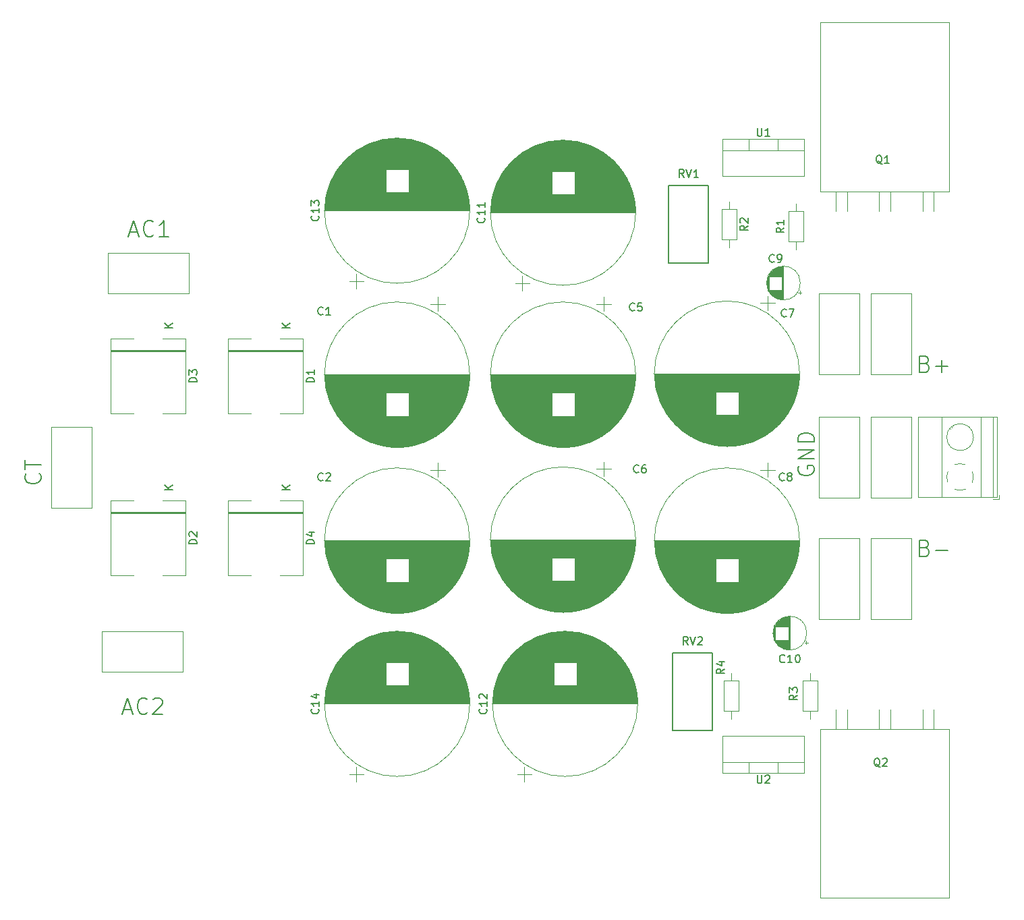
<source format=gbr>
%TF.GenerationSoftware,KiCad,Pcbnew,9.0.6*%
%TF.CreationDate,2025-11-16T15:46:06-05:00*%
%TF.ProjectId,power_supply,706f7765-725f-4737-9570-706c792e6b69,rev?*%
%TF.SameCoordinates,Original*%
%TF.FileFunction,Legend,Top*%
%TF.FilePolarity,Positive*%
%FSLAX46Y46*%
G04 Gerber Fmt 4.6, Leading zero omitted, Abs format (unit mm)*
G04 Created by KiCad (PCBNEW 9.0.6) date 2025-11-16 15:46:06*
%MOMM*%
%LPD*%
G01*
G04 APERTURE LIST*
%ADD10C,0.150000*%
%ADD11C,0.120000*%
%ADD12C,0.100000*%
%ADD13C,0.127000*%
G04 APERTURE END LIST*
D10*
X164720676Y-87531506D02*
X164625438Y-87721982D01*
X164625438Y-87721982D02*
X164625438Y-88007696D01*
X164625438Y-88007696D02*
X164720676Y-88293411D01*
X164720676Y-88293411D02*
X164911152Y-88483887D01*
X164911152Y-88483887D02*
X165101628Y-88579125D01*
X165101628Y-88579125D02*
X165482580Y-88674363D01*
X165482580Y-88674363D02*
X165768295Y-88674363D01*
X165768295Y-88674363D02*
X166149247Y-88579125D01*
X166149247Y-88579125D02*
X166339723Y-88483887D01*
X166339723Y-88483887D02*
X166530200Y-88293411D01*
X166530200Y-88293411D02*
X166625438Y-88007696D01*
X166625438Y-88007696D02*
X166625438Y-87817220D01*
X166625438Y-87817220D02*
X166530200Y-87531506D01*
X166530200Y-87531506D02*
X166434961Y-87436268D01*
X166434961Y-87436268D02*
X165768295Y-87436268D01*
X165768295Y-87436268D02*
X165768295Y-87817220D01*
X166625438Y-86579125D02*
X164625438Y-86579125D01*
X164625438Y-86579125D02*
X166625438Y-85436268D01*
X166625438Y-85436268D02*
X164625438Y-85436268D01*
X166625438Y-84483887D02*
X164625438Y-84483887D01*
X164625438Y-84483887D02*
X164625438Y-84007697D01*
X164625438Y-84007697D02*
X164720676Y-83721982D01*
X164720676Y-83721982D02*
X164911152Y-83531506D01*
X164911152Y-83531506D02*
X165101628Y-83436268D01*
X165101628Y-83436268D02*
X165482580Y-83341030D01*
X165482580Y-83341030D02*
X165768295Y-83341030D01*
X165768295Y-83341030D02*
X166149247Y-83436268D01*
X166149247Y-83436268D02*
X166339723Y-83531506D01*
X166339723Y-83531506D02*
X166530200Y-83721982D01*
X166530200Y-83721982D02*
X166625438Y-84007697D01*
X166625438Y-84007697D02*
X166625438Y-84483887D01*
X79981636Y-118048009D02*
X80934017Y-118048009D01*
X79791160Y-118619438D02*
X80457826Y-116619438D01*
X80457826Y-116619438D02*
X81124493Y-118619438D01*
X82934017Y-118428961D02*
X82838779Y-118524200D01*
X82838779Y-118524200D02*
X82553065Y-118619438D01*
X82553065Y-118619438D02*
X82362589Y-118619438D01*
X82362589Y-118619438D02*
X82076874Y-118524200D01*
X82076874Y-118524200D02*
X81886398Y-118333723D01*
X81886398Y-118333723D02*
X81791160Y-118143247D01*
X81791160Y-118143247D02*
X81695922Y-117762295D01*
X81695922Y-117762295D02*
X81695922Y-117476580D01*
X81695922Y-117476580D02*
X81791160Y-117095628D01*
X81791160Y-117095628D02*
X81886398Y-116905152D01*
X81886398Y-116905152D02*
X82076874Y-116714676D01*
X82076874Y-116714676D02*
X82362589Y-116619438D01*
X82362589Y-116619438D02*
X82553065Y-116619438D01*
X82553065Y-116619438D02*
X82838779Y-116714676D01*
X82838779Y-116714676D02*
X82934017Y-116809914D01*
X83695922Y-116809914D02*
X83791160Y-116714676D01*
X83791160Y-116714676D02*
X83981636Y-116619438D01*
X83981636Y-116619438D02*
X84457827Y-116619438D01*
X84457827Y-116619438D02*
X84648303Y-116714676D01*
X84648303Y-116714676D02*
X84743541Y-116809914D01*
X84743541Y-116809914D02*
X84838779Y-117000390D01*
X84838779Y-117000390D02*
X84838779Y-117190866D01*
X84838779Y-117190866D02*
X84743541Y-117476580D01*
X84743541Y-117476580D02*
X83600684Y-118619438D01*
X83600684Y-118619438D02*
X84838779Y-118619438D01*
X180565541Y-74645819D02*
X180851255Y-74741057D01*
X180851255Y-74741057D02*
X180946493Y-74836295D01*
X180946493Y-74836295D02*
X181041731Y-75026771D01*
X181041731Y-75026771D02*
X181041731Y-75312485D01*
X181041731Y-75312485D02*
X180946493Y-75502961D01*
X180946493Y-75502961D02*
X180851255Y-75598200D01*
X180851255Y-75598200D02*
X180660779Y-75693438D01*
X180660779Y-75693438D02*
X179898874Y-75693438D01*
X179898874Y-75693438D02*
X179898874Y-73693438D01*
X179898874Y-73693438D02*
X180565541Y-73693438D01*
X180565541Y-73693438D02*
X180756017Y-73788676D01*
X180756017Y-73788676D02*
X180851255Y-73883914D01*
X180851255Y-73883914D02*
X180946493Y-74074390D01*
X180946493Y-74074390D02*
X180946493Y-74264866D01*
X180946493Y-74264866D02*
X180851255Y-74455342D01*
X180851255Y-74455342D02*
X180756017Y-74550580D01*
X180756017Y-74550580D02*
X180565541Y-74645819D01*
X180565541Y-74645819D02*
X179898874Y-74645819D01*
X181898874Y-74931533D02*
X183422684Y-74931533D01*
X182660779Y-75693438D02*
X182660779Y-74169628D01*
X180565541Y-97759819D02*
X180851255Y-97855057D01*
X180851255Y-97855057D02*
X180946493Y-97950295D01*
X180946493Y-97950295D02*
X181041731Y-98140771D01*
X181041731Y-98140771D02*
X181041731Y-98426485D01*
X181041731Y-98426485D02*
X180946493Y-98616961D01*
X180946493Y-98616961D02*
X180851255Y-98712200D01*
X180851255Y-98712200D02*
X180660779Y-98807438D01*
X180660779Y-98807438D02*
X179898874Y-98807438D01*
X179898874Y-98807438D02*
X179898874Y-96807438D01*
X179898874Y-96807438D02*
X180565541Y-96807438D01*
X180565541Y-96807438D02*
X180756017Y-96902676D01*
X180756017Y-96902676D02*
X180851255Y-96997914D01*
X180851255Y-96997914D02*
X180946493Y-97188390D01*
X180946493Y-97188390D02*
X180946493Y-97378866D01*
X180946493Y-97378866D02*
X180851255Y-97569342D01*
X180851255Y-97569342D02*
X180756017Y-97664580D01*
X180756017Y-97664580D02*
X180565541Y-97759819D01*
X180565541Y-97759819D02*
X179898874Y-97759819D01*
X181898874Y-98045533D02*
X183422684Y-98045533D01*
X69406961Y-88452268D02*
X69502200Y-88547506D01*
X69502200Y-88547506D02*
X69597438Y-88833220D01*
X69597438Y-88833220D02*
X69597438Y-89023696D01*
X69597438Y-89023696D02*
X69502200Y-89309411D01*
X69502200Y-89309411D02*
X69311723Y-89499887D01*
X69311723Y-89499887D02*
X69121247Y-89595125D01*
X69121247Y-89595125D02*
X68740295Y-89690363D01*
X68740295Y-89690363D02*
X68454580Y-89690363D01*
X68454580Y-89690363D02*
X68073628Y-89595125D01*
X68073628Y-89595125D02*
X67883152Y-89499887D01*
X67883152Y-89499887D02*
X67692676Y-89309411D01*
X67692676Y-89309411D02*
X67597438Y-89023696D01*
X67597438Y-89023696D02*
X67597438Y-88833220D01*
X67597438Y-88833220D02*
X67692676Y-88547506D01*
X67692676Y-88547506D02*
X67787914Y-88452268D01*
X67597438Y-87880839D02*
X67597438Y-86737982D01*
X69597438Y-87309411D02*
X67597438Y-87309411D01*
X80743636Y-58104009D02*
X81696017Y-58104009D01*
X80553160Y-58675438D02*
X81219826Y-56675438D01*
X81219826Y-56675438D02*
X81886493Y-58675438D01*
X83696017Y-58484961D02*
X83600779Y-58580200D01*
X83600779Y-58580200D02*
X83315065Y-58675438D01*
X83315065Y-58675438D02*
X83124589Y-58675438D01*
X83124589Y-58675438D02*
X82838874Y-58580200D01*
X82838874Y-58580200D02*
X82648398Y-58389723D01*
X82648398Y-58389723D02*
X82553160Y-58199247D01*
X82553160Y-58199247D02*
X82457922Y-57818295D01*
X82457922Y-57818295D02*
X82457922Y-57532580D01*
X82457922Y-57532580D02*
X82553160Y-57151628D01*
X82553160Y-57151628D02*
X82648398Y-56961152D01*
X82648398Y-56961152D02*
X82838874Y-56770676D01*
X82838874Y-56770676D02*
X83124589Y-56675438D01*
X83124589Y-56675438D02*
X83315065Y-56675438D01*
X83315065Y-56675438D02*
X83600779Y-56770676D01*
X83600779Y-56770676D02*
X83696017Y-56865914D01*
X85600779Y-58675438D02*
X84457922Y-58675438D01*
X85029350Y-58675438D02*
X85029350Y-56675438D01*
X85029350Y-56675438D02*
X84838874Y-56961152D01*
X84838874Y-56961152D02*
X84648398Y-57151628D01*
X84648398Y-57151628D02*
X84457922Y-57246866D01*
X174910761Y-125264057D02*
X174815523Y-125216438D01*
X174815523Y-125216438D02*
X174720285Y-125121200D01*
X174720285Y-125121200D02*
X174577428Y-124978342D01*
X174577428Y-124978342D02*
X174482190Y-124930723D01*
X174482190Y-124930723D02*
X174386952Y-124930723D01*
X174434571Y-125168819D02*
X174339333Y-125121200D01*
X174339333Y-125121200D02*
X174244095Y-125025961D01*
X174244095Y-125025961D02*
X174196476Y-124835485D01*
X174196476Y-124835485D02*
X174196476Y-124502152D01*
X174196476Y-124502152D02*
X174244095Y-124311676D01*
X174244095Y-124311676D02*
X174339333Y-124216438D01*
X174339333Y-124216438D02*
X174434571Y-124168819D01*
X174434571Y-124168819D02*
X174625047Y-124168819D01*
X174625047Y-124168819D02*
X174720285Y-124216438D01*
X174720285Y-124216438D02*
X174815523Y-124311676D01*
X174815523Y-124311676D02*
X174863142Y-124502152D01*
X174863142Y-124502152D02*
X174863142Y-124835485D01*
X174863142Y-124835485D02*
X174815523Y-125025961D01*
X174815523Y-125025961D02*
X174720285Y-125121200D01*
X174720285Y-125121200D02*
X174625047Y-125168819D01*
X174625047Y-125168819D02*
X174434571Y-125168819D01*
X175244095Y-124264057D02*
X175291714Y-124216438D01*
X175291714Y-124216438D02*
X175386952Y-124168819D01*
X175386952Y-124168819D02*
X175625047Y-124168819D01*
X175625047Y-124168819D02*
X175720285Y-124216438D01*
X175720285Y-124216438D02*
X175767904Y-124264057D01*
X175767904Y-124264057D02*
X175815523Y-124359295D01*
X175815523Y-124359295D02*
X175815523Y-124454533D01*
X175815523Y-124454533D02*
X175767904Y-124597390D01*
X175767904Y-124597390D02*
X175196476Y-125168819D01*
X175196476Y-125168819D02*
X175815523Y-125168819D01*
X104409580Y-56074857D02*
X104457200Y-56122476D01*
X104457200Y-56122476D02*
X104504819Y-56265333D01*
X104504819Y-56265333D02*
X104504819Y-56360571D01*
X104504819Y-56360571D02*
X104457200Y-56503428D01*
X104457200Y-56503428D02*
X104361961Y-56598666D01*
X104361961Y-56598666D02*
X104266723Y-56646285D01*
X104266723Y-56646285D02*
X104076247Y-56693904D01*
X104076247Y-56693904D02*
X103933390Y-56693904D01*
X103933390Y-56693904D02*
X103742914Y-56646285D01*
X103742914Y-56646285D02*
X103647676Y-56598666D01*
X103647676Y-56598666D02*
X103552438Y-56503428D01*
X103552438Y-56503428D02*
X103504819Y-56360571D01*
X103504819Y-56360571D02*
X103504819Y-56265333D01*
X103504819Y-56265333D02*
X103552438Y-56122476D01*
X103552438Y-56122476D02*
X103600057Y-56074857D01*
X104504819Y-55122476D02*
X104504819Y-55693904D01*
X104504819Y-55408190D02*
X103504819Y-55408190D01*
X103504819Y-55408190D02*
X103647676Y-55503428D01*
X103647676Y-55503428D02*
X103742914Y-55598666D01*
X103742914Y-55598666D02*
X103790533Y-55693904D01*
X103504819Y-54789142D02*
X103504819Y-54170095D01*
X103504819Y-54170095D02*
X103885771Y-54503428D01*
X103885771Y-54503428D02*
X103885771Y-54360571D01*
X103885771Y-54360571D02*
X103933390Y-54265333D01*
X103933390Y-54265333D02*
X103981009Y-54217714D01*
X103981009Y-54217714D02*
X104076247Y-54170095D01*
X104076247Y-54170095D02*
X104314342Y-54170095D01*
X104314342Y-54170095D02*
X104409580Y-54217714D01*
X104409580Y-54217714D02*
X104457200Y-54265333D01*
X104457200Y-54265333D02*
X104504819Y-54360571D01*
X104504819Y-54360571D02*
X104504819Y-54646285D01*
X104504819Y-54646285D02*
X104457200Y-54741523D01*
X104457200Y-54741523D02*
X104409580Y-54789142D01*
X155394819Y-112942666D02*
X154918628Y-113275999D01*
X155394819Y-113514094D02*
X154394819Y-113514094D01*
X154394819Y-113514094D02*
X154394819Y-113133142D01*
X154394819Y-113133142D02*
X154442438Y-113037904D01*
X154442438Y-113037904D02*
X154490057Y-112990285D01*
X154490057Y-112990285D02*
X154585295Y-112942666D01*
X154585295Y-112942666D02*
X154728152Y-112942666D01*
X154728152Y-112942666D02*
X154823390Y-112990285D01*
X154823390Y-112990285D02*
X154871009Y-113037904D01*
X154871009Y-113037904D02*
X154918628Y-113133142D01*
X154918628Y-113133142D02*
X154918628Y-113514094D01*
X154728152Y-112085523D02*
X155394819Y-112085523D01*
X154347200Y-112323618D02*
X155061485Y-112561713D01*
X155061485Y-112561713D02*
X155061485Y-111942666D01*
X164538819Y-116244666D02*
X164062628Y-116577999D01*
X164538819Y-116816094D02*
X163538819Y-116816094D01*
X163538819Y-116816094D02*
X163538819Y-116435142D01*
X163538819Y-116435142D02*
X163586438Y-116339904D01*
X163586438Y-116339904D02*
X163634057Y-116292285D01*
X163634057Y-116292285D02*
X163729295Y-116244666D01*
X163729295Y-116244666D02*
X163872152Y-116244666D01*
X163872152Y-116244666D02*
X163967390Y-116292285D01*
X163967390Y-116292285D02*
X164015009Y-116339904D01*
X164015009Y-116339904D02*
X164062628Y-116435142D01*
X164062628Y-116435142D02*
X164062628Y-116816094D01*
X163538819Y-115911332D02*
X163538819Y-115292285D01*
X163538819Y-115292285D02*
X163919771Y-115625618D01*
X163919771Y-115625618D02*
X163919771Y-115482761D01*
X163919771Y-115482761D02*
X163967390Y-115387523D01*
X163967390Y-115387523D02*
X164015009Y-115339904D01*
X164015009Y-115339904D02*
X164110247Y-115292285D01*
X164110247Y-115292285D02*
X164348342Y-115292285D01*
X164348342Y-115292285D02*
X164443580Y-115339904D01*
X164443580Y-115339904D02*
X164491200Y-115387523D01*
X164491200Y-115387523D02*
X164538819Y-115482761D01*
X164538819Y-115482761D02*
X164538819Y-115768475D01*
X164538819Y-115768475D02*
X164491200Y-115863713D01*
X164491200Y-115863713D02*
X164443580Y-115911332D01*
X150817804Y-109931118D02*
X150482814Y-109452562D01*
X150243536Y-109931118D02*
X150243536Y-108926149D01*
X150243536Y-108926149D02*
X150626381Y-108926149D01*
X150626381Y-108926149D02*
X150722093Y-108974005D01*
X150722093Y-108974005D02*
X150769948Y-109021861D01*
X150769948Y-109021861D02*
X150817804Y-109117572D01*
X150817804Y-109117572D02*
X150817804Y-109261139D01*
X150817804Y-109261139D02*
X150769948Y-109356850D01*
X150769948Y-109356850D02*
X150722093Y-109404706D01*
X150722093Y-109404706D02*
X150626381Y-109452562D01*
X150626381Y-109452562D02*
X150243536Y-109452562D01*
X151104938Y-108926149D02*
X151439928Y-109931118D01*
X151439928Y-109931118D02*
X151774917Y-108926149D01*
X152062051Y-109021861D02*
X152109907Y-108974005D01*
X152109907Y-108974005D02*
X152205618Y-108926149D01*
X152205618Y-108926149D02*
X152444897Y-108926149D01*
X152444897Y-108926149D02*
X152540608Y-108974005D01*
X152540608Y-108974005D02*
X152588464Y-109021861D01*
X152588464Y-109021861D02*
X152636319Y-109117572D01*
X152636319Y-109117572D02*
X152636319Y-109213283D01*
X152636319Y-109213283D02*
X152588464Y-109356850D01*
X152588464Y-109356850D02*
X152014196Y-109931118D01*
X152014196Y-109931118D02*
X152636319Y-109931118D01*
X104989333Y-89259580D02*
X104941714Y-89307200D01*
X104941714Y-89307200D02*
X104798857Y-89354819D01*
X104798857Y-89354819D02*
X104703619Y-89354819D01*
X104703619Y-89354819D02*
X104560762Y-89307200D01*
X104560762Y-89307200D02*
X104465524Y-89211961D01*
X104465524Y-89211961D02*
X104417905Y-89116723D01*
X104417905Y-89116723D02*
X104370286Y-88926247D01*
X104370286Y-88926247D02*
X104370286Y-88783390D01*
X104370286Y-88783390D02*
X104417905Y-88592914D01*
X104417905Y-88592914D02*
X104465524Y-88497676D01*
X104465524Y-88497676D02*
X104560762Y-88402438D01*
X104560762Y-88402438D02*
X104703619Y-88354819D01*
X104703619Y-88354819D02*
X104798857Y-88354819D01*
X104798857Y-88354819D02*
X104941714Y-88402438D01*
X104941714Y-88402438D02*
X104989333Y-88450057D01*
X105370286Y-88450057D02*
X105417905Y-88402438D01*
X105417905Y-88402438D02*
X105513143Y-88354819D01*
X105513143Y-88354819D02*
X105751238Y-88354819D01*
X105751238Y-88354819D02*
X105846476Y-88402438D01*
X105846476Y-88402438D02*
X105894095Y-88450057D01*
X105894095Y-88450057D02*
X105941714Y-88545295D01*
X105941714Y-88545295D02*
X105941714Y-88640533D01*
X105941714Y-88640533D02*
X105894095Y-88783390D01*
X105894095Y-88783390D02*
X105322667Y-89354819D01*
X105322667Y-89354819D02*
X105941714Y-89354819D01*
X158330819Y-57316666D02*
X157854628Y-57649999D01*
X158330819Y-57888094D02*
X157330819Y-57888094D01*
X157330819Y-57888094D02*
X157330819Y-57507142D01*
X157330819Y-57507142D02*
X157378438Y-57411904D01*
X157378438Y-57411904D02*
X157426057Y-57364285D01*
X157426057Y-57364285D02*
X157521295Y-57316666D01*
X157521295Y-57316666D02*
X157664152Y-57316666D01*
X157664152Y-57316666D02*
X157759390Y-57364285D01*
X157759390Y-57364285D02*
X157807009Y-57411904D01*
X157807009Y-57411904D02*
X157854628Y-57507142D01*
X157854628Y-57507142D02*
X157854628Y-57888094D01*
X157426057Y-56935713D02*
X157378438Y-56888094D01*
X157378438Y-56888094D02*
X157330819Y-56792856D01*
X157330819Y-56792856D02*
X157330819Y-56554761D01*
X157330819Y-56554761D02*
X157378438Y-56459523D01*
X157378438Y-56459523D02*
X157426057Y-56411904D01*
X157426057Y-56411904D02*
X157521295Y-56364285D01*
X157521295Y-56364285D02*
X157616533Y-56364285D01*
X157616533Y-56364285D02*
X157759390Y-56411904D01*
X157759390Y-56411904D02*
X158330819Y-56983332D01*
X158330819Y-56983332D02*
X158330819Y-56364285D01*
X103914819Y-97258094D02*
X102914819Y-97258094D01*
X102914819Y-97258094D02*
X102914819Y-97019999D01*
X102914819Y-97019999D02*
X102962438Y-96877142D01*
X102962438Y-96877142D02*
X103057676Y-96781904D01*
X103057676Y-96781904D02*
X103152914Y-96734285D01*
X103152914Y-96734285D02*
X103343390Y-96686666D01*
X103343390Y-96686666D02*
X103486247Y-96686666D01*
X103486247Y-96686666D02*
X103676723Y-96734285D01*
X103676723Y-96734285D02*
X103771961Y-96781904D01*
X103771961Y-96781904D02*
X103867200Y-96877142D01*
X103867200Y-96877142D02*
X103914819Y-97019999D01*
X103914819Y-97019999D02*
X103914819Y-97258094D01*
X103248152Y-95829523D02*
X103914819Y-95829523D01*
X102867200Y-96067618D02*
X103581485Y-96305713D01*
X103581485Y-96305713D02*
X103581485Y-95686666D01*
X100844819Y-90431904D02*
X99844819Y-90431904D01*
X100844819Y-89860476D02*
X100273390Y-90289047D01*
X99844819Y-89860476D02*
X100416247Y-90431904D01*
X125491580Y-117972637D02*
X125539200Y-118020256D01*
X125539200Y-118020256D02*
X125586819Y-118163113D01*
X125586819Y-118163113D02*
X125586819Y-118258351D01*
X125586819Y-118258351D02*
X125539200Y-118401208D01*
X125539200Y-118401208D02*
X125443961Y-118496446D01*
X125443961Y-118496446D02*
X125348723Y-118544065D01*
X125348723Y-118544065D02*
X125158247Y-118591684D01*
X125158247Y-118591684D02*
X125015390Y-118591684D01*
X125015390Y-118591684D02*
X124824914Y-118544065D01*
X124824914Y-118544065D02*
X124729676Y-118496446D01*
X124729676Y-118496446D02*
X124634438Y-118401208D01*
X124634438Y-118401208D02*
X124586819Y-118258351D01*
X124586819Y-118258351D02*
X124586819Y-118163113D01*
X124586819Y-118163113D02*
X124634438Y-118020256D01*
X124634438Y-118020256D02*
X124682057Y-117972637D01*
X125586819Y-117020256D02*
X125586819Y-117591684D01*
X125586819Y-117305970D02*
X124586819Y-117305970D01*
X124586819Y-117305970D02*
X124729676Y-117401208D01*
X124729676Y-117401208D02*
X124824914Y-117496446D01*
X124824914Y-117496446D02*
X124872533Y-117591684D01*
X124682057Y-116639303D02*
X124634438Y-116591684D01*
X124634438Y-116591684D02*
X124586819Y-116496446D01*
X124586819Y-116496446D02*
X124586819Y-116258351D01*
X124586819Y-116258351D02*
X124634438Y-116163113D01*
X124634438Y-116163113D02*
X124682057Y-116115494D01*
X124682057Y-116115494D02*
X124777295Y-116067875D01*
X124777295Y-116067875D02*
X124872533Y-116067875D01*
X124872533Y-116067875D02*
X125015390Y-116115494D01*
X125015390Y-116115494D02*
X125586819Y-116686922D01*
X125586819Y-116686922D02*
X125586819Y-116067875D01*
X162949142Y-112067580D02*
X162901523Y-112115200D01*
X162901523Y-112115200D02*
X162758666Y-112162819D01*
X162758666Y-112162819D02*
X162663428Y-112162819D01*
X162663428Y-112162819D02*
X162520571Y-112115200D01*
X162520571Y-112115200D02*
X162425333Y-112019961D01*
X162425333Y-112019961D02*
X162377714Y-111924723D01*
X162377714Y-111924723D02*
X162330095Y-111734247D01*
X162330095Y-111734247D02*
X162330095Y-111591390D01*
X162330095Y-111591390D02*
X162377714Y-111400914D01*
X162377714Y-111400914D02*
X162425333Y-111305676D01*
X162425333Y-111305676D02*
X162520571Y-111210438D01*
X162520571Y-111210438D02*
X162663428Y-111162819D01*
X162663428Y-111162819D02*
X162758666Y-111162819D01*
X162758666Y-111162819D02*
X162901523Y-111210438D01*
X162901523Y-111210438D02*
X162949142Y-111258057D01*
X163901523Y-112162819D02*
X163330095Y-112162819D01*
X163615809Y-112162819D02*
X163615809Y-111162819D01*
X163615809Y-111162819D02*
X163520571Y-111305676D01*
X163520571Y-111305676D02*
X163425333Y-111400914D01*
X163425333Y-111400914D02*
X163330095Y-111448533D01*
X164520571Y-111162819D02*
X164615809Y-111162819D01*
X164615809Y-111162819D02*
X164711047Y-111210438D01*
X164711047Y-111210438D02*
X164758666Y-111258057D01*
X164758666Y-111258057D02*
X164806285Y-111353295D01*
X164806285Y-111353295D02*
X164853904Y-111543771D01*
X164853904Y-111543771D02*
X164853904Y-111781866D01*
X164853904Y-111781866D02*
X164806285Y-111972342D01*
X164806285Y-111972342D02*
X164758666Y-112067580D01*
X164758666Y-112067580D02*
X164711047Y-112115200D01*
X164711047Y-112115200D02*
X164615809Y-112162819D01*
X164615809Y-112162819D02*
X164520571Y-112162819D01*
X164520571Y-112162819D02*
X164425333Y-112115200D01*
X164425333Y-112115200D02*
X164377714Y-112067580D01*
X164377714Y-112067580D02*
X164330095Y-111972342D01*
X164330095Y-111972342D02*
X164282476Y-111781866D01*
X164282476Y-111781866D02*
X164282476Y-111543771D01*
X164282476Y-111543771D02*
X164330095Y-111353295D01*
X164330095Y-111353295D02*
X164377714Y-111258057D01*
X164377714Y-111258057D02*
X164425333Y-111210438D01*
X164425333Y-111210438D02*
X164520571Y-111162819D01*
X144105333Y-67923580D02*
X144057714Y-67971200D01*
X144057714Y-67971200D02*
X143914857Y-68018819D01*
X143914857Y-68018819D02*
X143819619Y-68018819D01*
X143819619Y-68018819D02*
X143676762Y-67971200D01*
X143676762Y-67971200D02*
X143581524Y-67875961D01*
X143581524Y-67875961D02*
X143533905Y-67780723D01*
X143533905Y-67780723D02*
X143486286Y-67590247D01*
X143486286Y-67590247D02*
X143486286Y-67447390D01*
X143486286Y-67447390D02*
X143533905Y-67256914D01*
X143533905Y-67256914D02*
X143581524Y-67161676D01*
X143581524Y-67161676D02*
X143676762Y-67066438D01*
X143676762Y-67066438D02*
X143819619Y-67018819D01*
X143819619Y-67018819D02*
X143914857Y-67018819D01*
X143914857Y-67018819D02*
X144057714Y-67066438D01*
X144057714Y-67066438D02*
X144105333Y-67114057D01*
X145010095Y-67018819D02*
X144533905Y-67018819D01*
X144533905Y-67018819D02*
X144486286Y-67495009D01*
X144486286Y-67495009D02*
X144533905Y-67447390D01*
X144533905Y-67447390D02*
X144629143Y-67399771D01*
X144629143Y-67399771D02*
X144867238Y-67399771D01*
X144867238Y-67399771D02*
X144962476Y-67447390D01*
X144962476Y-67447390D02*
X145010095Y-67495009D01*
X145010095Y-67495009D02*
X145057714Y-67590247D01*
X145057714Y-67590247D02*
X145057714Y-67828342D01*
X145057714Y-67828342D02*
X145010095Y-67923580D01*
X145010095Y-67923580D02*
X144962476Y-67971200D01*
X144962476Y-67971200D02*
X144867238Y-68018819D01*
X144867238Y-68018819D02*
X144629143Y-68018819D01*
X144629143Y-68018819D02*
X144533905Y-67971200D01*
X144533905Y-67971200D02*
X144486286Y-67923580D01*
X89182819Y-76938094D02*
X88182819Y-76938094D01*
X88182819Y-76938094D02*
X88182819Y-76699999D01*
X88182819Y-76699999D02*
X88230438Y-76557142D01*
X88230438Y-76557142D02*
X88325676Y-76461904D01*
X88325676Y-76461904D02*
X88420914Y-76414285D01*
X88420914Y-76414285D02*
X88611390Y-76366666D01*
X88611390Y-76366666D02*
X88754247Y-76366666D01*
X88754247Y-76366666D02*
X88944723Y-76414285D01*
X88944723Y-76414285D02*
X89039961Y-76461904D01*
X89039961Y-76461904D02*
X89135200Y-76557142D01*
X89135200Y-76557142D02*
X89182819Y-76699999D01*
X89182819Y-76699999D02*
X89182819Y-76938094D01*
X88182819Y-76033332D02*
X88182819Y-75414285D01*
X88182819Y-75414285D02*
X88563771Y-75747618D01*
X88563771Y-75747618D02*
X88563771Y-75604761D01*
X88563771Y-75604761D02*
X88611390Y-75509523D01*
X88611390Y-75509523D02*
X88659009Y-75461904D01*
X88659009Y-75461904D02*
X88754247Y-75414285D01*
X88754247Y-75414285D02*
X88992342Y-75414285D01*
X88992342Y-75414285D02*
X89087580Y-75461904D01*
X89087580Y-75461904D02*
X89135200Y-75509523D01*
X89135200Y-75509523D02*
X89182819Y-75604761D01*
X89182819Y-75604761D02*
X89182819Y-75890475D01*
X89182819Y-75890475D02*
X89135200Y-75985713D01*
X89135200Y-75985713D02*
X89087580Y-76033332D01*
X86112819Y-70111904D02*
X85112819Y-70111904D01*
X86112819Y-69540476D02*
X85541390Y-69969047D01*
X85112819Y-69540476D02*
X85684247Y-70111904D01*
X159512095Y-126302819D02*
X159512095Y-127112342D01*
X159512095Y-127112342D02*
X159559714Y-127207580D01*
X159559714Y-127207580D02*
X159607333Y-127255200D01*
X159607333Y-127255200D02*
X159702571Y-127302819D01*
X159702571Y-127302819D02*
X159893047Y-127302819D01*
X159893047Y-127302819D02*
X159988285Y-127255200D01*
X159988285Y-127255200D02*
X160035904Y-127207580D01*
X160035904Y-127207580D02*
X160083523Y-127112342D01*
X160083523Y-127112342D02*
X160083523Y-126302819D01*
X160512095Y-126398057D02*
X160559714Y-126350438D01*
X160559714Y-126350438D02*
X160654952Y-126302819D01*
X160654952Y-126302819D02*
X160893047Y-126302819D01*
X160893047Y-126302819D02*
X160988285Y-126350438D01*
X160988285Y-126350438D02*
X161035904Y-126398057D01*
X161035904Y-126398057D02*
X161083523Y-126493295D01*
X161083523Y-126493295D02*
X161083523Y-126588533D01*
X161083523Y-126588533D02*
X161035904Y-126731390D01*
X161035904Y-126731390D02*
X160464476Y-127302819D01*
X160464476Y-127302819D02*
X161083523Y-127302819D01*
X175164761Y-49572057D02*
X175069523Y-49524438D01*
X175069523Y-49524438D02*
X174974285Y-49429200D01*
X174974285Y-49429200D02*
X174831428Y-49286342D01*
X174831428Y-49286342D02*
X174736190Y-49238723D01*
X174736190Y-49238723D02*
X174640952Y-49238723D01*
X174688571Y-49476819D02*
X174593333Y-49429200D01*
X174593333Y-49429200D02*
X174498095Y-49333961D01*
X174498095Y-49333961D02*
X174450476Y-49143485D01*
X174450476Y-49143485D02*
X174450476Y-48810152D01*
X174450476Y-48810152D02*
X174498095Y-48619676D01*
X174498095Y-48619676D02*
X174593333Y-48524438D01*
X174593333Y-48524438D02*
X174688571Y-48476819D01*
X174688571Y-48476819D02*
X174879047Y-48476819D01*
X174879047Y-48476819D02*
X174974285Y-48524438D01*
X174974285Y-48524438D02*
X175069523Y-48619676D01*
X175069523Y-48619676D02*
X175117142Y-48810152D01*
X175117142Y-48810152D02*
X175117142Y-49143485D01*
X175117142Y-49143485D02*
X175069523Y-49333961D01*
X175069523Y-49333961D02*
X174974285Y-49429200D01*
X174974285Y-49429200D02*
X174879047Y-49476819D01*
X174879047Y-49476819D02*
X174688571Y-49476819D01*
X176069523Y-49476819D02*
X175498095Y-49476819D01*
X175783809Y-49476819D02*
X175783809Y-48476819D01*
X175783809Y-48476819D02*
X175688571Y-48619676D01*
X175688571Y-48619676D02*
X175593333Y-48714914D01*
X175593333Y-48714914D02*
X175498095Y-48762533D01*
X159512095Y-45072819D02*
X159512095Y-45882342D01*
X159512095Y-45882342D02*
X159559714Y-45977580D01*
X159559714Y-45977580D02*
X159607333Y-46025200D01*
X159607333Y-46025200D02*
X159702571Y-46072819D01*
X159702571Y-46072819D02*
X159893047Y-46072819D01*
X159893047Y-46072819D02*
X159988285Y-46025200D01*
X159988285Y-46025200D02*
X160035904Y-45977580D01*
X160035904Y-45977580D02*
X160083523Y-45882342D01*
X160083523Y-45882342D02*
X160083523Y-45072819D01*
X161083523Y-46072819D02*
X160512095Y-46072819D01*
X160797809Y-46072819D02*
X160797809Y-45072819D01*
X160797809Y-45072819D02*
X160702571Y-45215676D01*
X160702571Y-45215676D02*
X160607333Y-45310914D01*
X160607333Y-45310914D02*
X160512095Y-45358533D01*
X162872819Y-57570666D02*
X162396628Y-57903999D01*
X162872819Y-58142094D02*
X161872819Y-58142094D01*
X161872819Y-58142094D02*
X161872819Y-57761142D01*
X161872819Y-57761142D02*
X161920438Y-57665904D01*
X161920438Y-57665904D02*
X161968057Y-57618285D01*
X161968057Y-57618285D02*
X162063295Y-57570666D01*
X162063295Y-57570666D02*
X162206152Y-57570666D01*
X162206152Y-57570666D02*
X162301390Y-57618285D01*
X162301390Y-57618285D02*
X162349009Y-57665904D01*
X162349009Y-57665904D02*
X162396628Y-57761142D01*
X162396628Y-57761142D02*
X162396628Y-58142094D01*
X162872819Y-56618285D02*
X162872819Y-57189713D01*
X162872819Y-56903999D02*
X161872819Y-56903999D01*
X161872819Y-56903999D02*
X162015676Y-56999237D01*
X162015676Y-56999237D02*
X162110914Y-57094475D01*
X162110914Y-57094475D02*
X162158533Y-57189713D01*
X125237580Y-56328857D02*
X125285200Y-56376476D01*
X125285200Y-56376476D02*
X125332819Y-56519333D01*
X125332819Y-56519333D02*
X125332819Y-56614571D01*
X125332819Y-56614571D02*
X125285200Y-56757428D01*
X125285200Y-56757428D02*
X125189961Y-56852666D01*
X125189961Y-56852666D02*
X125094723Y-56900285D01*
X125094723Y-56900285D02*
X124904247Y-56947904D01*
X124904247Y-56947904D02*
X124761390Y-56947904D01*
X124761390Y-56947904D02*
X124570914Y-56900285D01*
X124570914Y-56900285D02*
X124475676Y-56852666D01*
X124475676Y-56852666D02*
X124380438Y-56757428D01*
X124380438Y-56757428D02*
X124332819Y-56614571D01*
X124332819Y-56614571D02*
X124332819Y-56519333D01*
X124332819Y-56519333D02*
X124380438Y-56376476D01*
X124380438Y-56376476D02*
X124428057Y-56328857D01*
X125332819Y-55376476D02*
X125332819Y-55947904D01*
X125332819Y-55662190D02*
X124332819Y-55662190D01*
X124332819Y-55662190D02*
X124475676Y-55757428D01*
X124475676Y-55757428D02*
X124570914Y-55852666D01*
X124570914Y-55852666D02*
X124618533Y-55947904D01*
X125332819Y-54424095D02*
X125332819Y-54995523D01*
X125332819Y-54709809D02*
X124332819Y-54709809D01*
X124332819Y-54709809D02*
X124475676Y-54805047D01*
X124475676Y-54805047D02*
X124570914Y-54900285D01*
X124570914Y-54900285D02*
X124618533Y-54995523D01*
X162901333Y-89259580D02*
X162853714Y-89307200D01*
X162853714Y-89307200D02*
X162710857Y-89354819D01*
X162710857Y-89354819D02*
X162615619Y-89354819D01*
X162615619Y-89354819D02*
X162472762Y-89307200D01*
X162472762Y-89307200D02*
X162377524Y-89211961D01*
X162377524Y-89211961D02*
X162329905Y-89116723D01*
X162329905Y-89116723D02*
X162282286Y-88926247D01*
X162282286Y-88926247D02*
X162282286Y-88783390D01*
X162282286Y-88783390D02*
X162329905Y-88592914D01*
X162329905Y-88592914D02*
X162377524Y-88497676D01*
X162377524Y-88497676D02*
X162472762Y-88402438D01*
X162472762Y-88402438D02*
X162615619Y-88354819D01*
X162615619Y-88354819D02*
X162710857Y-88354819D01*
X162710857Y-88354819D02*
X162853714Y-88402438D01*
X162853714Y-88402438D02*
X162901333Y-88450057D01*
X163472762Y-88783390D02*
X163377524Y-88735771D01*
X163377524Y-88735771D02*
X163329905Y-88688152D01*
X163329905Y-88688152D02*
X163282286Y-88592914D01*
X163282286Y-88592914D02*
X163282286Y-88545295D01*
X163282286Y-88545295D02*
X163329905Y-88450057D01*
X163329905Y-88450057D02*
X163377524Y-88402438D01*
X163377524Y-88402438D02*
X163472762Y-88354819D01*
X163472762Y-88354819D02*
X163663238Y-88354819D01*
X163663238Y-88354819D02*
X163758476Y-88402438D01*
X163758476Y-88402438D02*
X163806095Y-88450057D01*
X163806095Y-88450057D02*
X163853714Y-88545295D01*
X163853714Y-88545295D02*
X163853714Y-88592914D01*
X163853714Y-88592914D02*
X163806095Y-88688152D01*
X163806095Y-88688152D02*
X163758476Y-88735771D01*
X163758476Y-88735771D02*
X163663238Y-88783390D01*
X163663238Y-88783390D02*
X163472762Y-88783390D01*
X163472762Y-88783390D02*
X163377524Y-88831009D01*
X163377524Y-88831009D02*
X163329905Y-88878628D01*
X163329905Y-88878628D02*
X163282286Y-88973866D01*
X163282286Y-88973866D02*
X163282286Y-89164342D01*
X163282286Y-89164342D02*
X163329905Y-89259580D01*
X163329905Y-89259580D02*
X163377524Y-89307200D01*
X163377524Y-89307200D02*
X163472762Y-89354819D01*
X163472762Y-89354819D02*
X163663238Y-89354819D01*
X163663238Y-89354819D02*
X163758476Y-89307200D01*
X163758476Y-89307200D02*
X163806095Y-89259580D01*
X163806095Y-89259580D02*
X163853714Y-89164342D01*
X163853714Y-89164342D02*
X163853714Y-88973866D01*
X163853714Y-88973866D02*
X163806095Y-88878628D01*
X163806095Y-88878628D02*
X163758476Y-88831009D01*
X163758476Y-88831009D02*
X163663238Y-88783390D01*
X163155333Y-68685580D02*
X163107714Y-68733200D01*
X163107714Y-68733200D02*
X162964857Y-68780819D01*
X162964857Y-68780819D02*
X162869619Y-68780819D01*
X162869619Y-68780819D02*
X162726762Y-68733200D01*
X162726762Y-68733200D02*
X162631524Y-68637961D01*
X162631524Y-68637961D02*
X162583905Y-68542723D01*
X162583905Y-68542723D02*
X162536286Y-68352247D01*
X162536286Y-68352247D02*
X162536286Y-68209390D01*
X162536286Y-68209390D02*
X162583905Y-68018914D01*
X162583905Y-68018914D02*
X162631524Y-67923676D01*
X162631524Y-67923676D02*
X162726762Y-67828438D01*
X162726762Y-67828438D02*
X162869619Y-67780819D01*
X162869619Y-67780819D02*
X162964857Y-67780819D01*
X162964857Y-67780819D02*
X163107714Y-67828438D01*
X163107714Y-67828438D02*
X163155333Y-67876057D01*
X163488667Y-67780819D02*
X164155333Y-67780819D01*
X164155333Y-67780819D02*
X163726762Y-68780819D01*
X104989333Y-68431580D02*
X104941714Y-68479200D01*
X104941714Y-68479200D02*
X104798857Y-68526819D01*
X104798857Y-68526819D02*
X104703619Y-68526819D01*
X104703619Y-68526819D02*
X104560762Y-68479200D01*
X104560762Y-68479200D02*
X104465524Y-68383961D01*
X104465524Y-68383961D02*
X104417905Y-68288723D01*
X104417905Y-68288723D02*
X104370286Y-68098247D01*
X104370286Y-68098247D02*
X104370286Y-67955390D01*
X104370286Y-67955390D02*
X104417905Y-67764914D01*
X104417905Y-67764914D02*
X104465524Y-67669676D01*
X104465524Y-67669676D02*
X104560762Y-67574438D01*
X104560762Y-67574438D02*
X104703619Y-67526819D01*
X104703619Y-67526819D02*
X104798857Y-67526819D01*
X104798857Y-67526819D02*
X104941714Y-67574438D01*
X104941714Y-67574438D02*
X104989333Y-67622057D01*
X105941714Y-68526819D02*
X105370286Y-68526819D01*
X105656000Y-68526819D02*
X105656000Y-67526819D01*
X105656000Y-67526819D02*
X105560762Y-67669676D01*
X105560762Y-67669676D02*
X105465524Y-67764914D01*
X105465524Y-67764914D02*
X105370286Y-67812533D01*
X161631333Y-61827580D02*
X161583714Y-61875200D01*
X161583714Y-61875200D02*
X161440857Y-61922819D01*
X161440857Y-61922819D02*
X161345619Y-61922819D01*
X161345619Y-61922819D02*
X161202762Y-61875200D01*
X161202762Y-61875200D02*
X161107524Y-61779961D01*
X161107524Y-61779961D02*
X161059905Y-61684723D01*
X161059905Y-61684723D02*
X161012286Y-61494247D01*
X161012286Y-61494247D02*
X161012286Y-61351390D01*
X161012286Y-61351390D02*
X161059905Y-61160914D01*
X161059905Y-61160914D02*
X161107524Y-61065676D01*
X161107524Y-61065676D02*
X161202762Y-60970438D01*
X161202762Y-60970438D02*
X161345619Y-60922819D01*
X161345619Y-60922819D02*
X161440857Y-60922819D01*
X161440857Y-60922819D02*
X161583714Y-60970438D01*
X161583714Y-60970438D02*
X161631333Y-61018057D01*
X162107524Y-61922819D02*
X162298000Y-61922819D01*
X162298000Y-61922819D02*
X162393238Y-61875200D01*
X162393238Y-61875200D02*
X162440857Y-61827580D01*
X162440857Y-61827580D02*
X162536095Y-61684723D01*
X162536095Y-61684723D02*
X162583714Y-61494247D01*
X162583714Y-61494247D02*
X162583714Y-61113295D01*
X162583714Y-61113295D02*
X162536095Y-61018057D01*
X162536095Y-61018057D02*
X162488476Y-60970438D01*
X162488476Y-60970438D02*
X162393238Y-60922819D01*
X162393238Y-60922819D02*
X162202762Y-60922819D01*
X162202762Y-60922819D02*
X162107524Y-60970438D01*
X162107524Y-60970438D02*
X162059905Y-61018057D01*
X162059905Y-61018057D02*
X162012286Y-61113295D01*
X162012286Y-61113295D02*
X162012286Y-61351390D01*
X162012286Y-61351390D02*
X162059905Y-61446628D01*
X162059905Y-61446628D02*
X162107524Y-61494247D01*
X162107524Y-61494247D02*
X162202762Y-61541866D01*
X162202762Y-61541866D02*
X162393238Y-61541866D01*
X162393238Y-61541866D02*
X162488476Y-61494247D01*
X162488476Y-61494247D02*
X162536095Y-61446628D01*
X162536095Y-61446628D02*
X162583714Y-61351390D01*
X104409580Y-117972637D02*
X104457200Y-118020256D01*
X104457200Y-118020256D02*
X104504819Y-118163113D01*
X104504819Y-118163113D02*
X104504819Y-118258351D01*
X104504819Y-118258351D02*
X104457200Y-118401208D01*
X104457200Y-118401208D02*
X104361961Y-118496446D01*
X104361961Y-118496446D02*
X104266723Y-118544065D01*
X104266723Y-118544065D02*
X104076247Y-118591684D01*
X104076247Y-118591684D02*
X103933390Y-118591684D01*
X103933390Y-118591684D02*
X103742914Y-118544065D01*
X103742914Y-118544065D02*
X103647676Y-118496446D01*
X103647676Y-118496446D02*
X103552438Y-118401208D01*
X103552438Y-118401208D02*
X103504819Y-118258351D01*
X103504819Y-118258351D02*
X103504819Y-118163113D01*
X103504819Y-118163113D02*
X103552438Y-118020256D01*
X103552438Y-118020256D02*
X103600057Y-117972637D01*
X104504819Y-117020256D02*
X104504819Y-117591684D01*
X104504819Y-117305970D02*
X103504819Y-117305970D01*
X103504819Y-117305970D02*
X103647676Y-117401208D01*
X103647676Y-117401208D02*
X103742914Y-117496446D01*
X103742914Y-117496446D02*
X103790533Y-117591684D01*
X103838152Y-116163113D02*
X104504819Y-116163113D01*
X103457200Y-116401208D02*
X104171485Y-116639303D01*
X104171485Y-116639303D02*
X104171485Y-116020256D01*
X144613333Y-88243580D02*
X144565714Y-88291200D01*
X144565714Y-88291200D02*
X144422857Y-88338819D01*
X144422857Y-88338819D02*
X144327619Y-88338819D01*
X144327619Y-88338819D02*
X144184762Y-88291200D01*
X144184762Y-88291200D02*
X144089524Y-88195961D01*
X144089524Y-88195961D02*
X144041905Y-88100723D01*
X144041905Y-88100723D02*
X143994286Y-87910247D01*
X143994286Y-87910247D02*
X143994286Y-87767390D01*
X143994286Y-87767390D02*
X144041905Y-87576914D01*
X144041905Y-87576914D02*
X144089524Y-87481676D01*
X144089524Y-87481676D02*
X144184762Y-87386438D01*
X144184762Y-87386438D02*
X144327619Y-87338819D01*
X144327619Y-87338819D02*
X144422857Y-87338819D01*
X144422857Y-87338819D02*
X144565714Y-87386438D01*
X144565714Y-87386438D02*
X144613333Y-87434057D01*
X145470476Y-87338819D02*
X145280000Y-87338819D01*
X145280000Y-87338819D02*
X145184762Y-87386438D01*
X145184762Y-87386438D02*
X145137143Y-87434057D01*
X145137143Y-87434057D02*
X145041905Y-87576914D01*
X145041905Y-87576914D02*
X144994286Y-87767390D01*
X144994286Y-87767390D02*
X144994286Y-88148342D01*
X144994286Y-88148342D02*
X145041905Y-88243580D01*
X145041905Y-88243580D02*
X145089524Y-88291200D01*
X145089524Y-88291200D02*
X145184762Y-88338819D01*
X145184762Y-88338819D02*
X145375238Y-88338819D01*
X145375238Y-88338819D02*
X145470476Y-88291200D01*
X145470476Y-88291200D02*
X145518095Y-88243580D01*
X145518095Y-88243580D02*
X145565714Y-88148342D01*
X145565714Y-88148342D02*
X145565714Y-87910247D01*
X145565714Y-87910247D02*
X145518095Y-87815009D01*
X145518095Y-87815009D02*
X145470476Y-87767390D01*
X145470476Y-87767390D02*
X145375238Y-87719771D01*
X145375238Y-87719771D02*
X145184762Y-87719771D01*
X145184762Y-87719771D02*
X145089524Y-87767390D01*
X145089524Y-87767390D02*
X145041905Y-87815009D01*
X145041905Y-87815009D02*
X144994286Y-87910247D01*
X103914819Y-76938094D02*
X102914819Y-76938094D01*
X102914819Y-76938094D02*
X102914819Y-76699999D01*
X102914819Y-76699999D02*
X102962438Y-76557142D01*
X102962438Y-76557142D02*
X103057676Y-76461904D01*
X103057676Y-76461904D02*
X103152914Y-76414285D01*
X103152914Y-76414285D02*
X103343390Y-76366666D01*
X103343390Y-76366666D02*
X103486247Y-76366666D01*
X103486247Y-76366666D02*
X103676723Y-76414285D01*
X103676723Y-76414285D02*
X103771961Y-76461904D01*
X103771961Y-76461904D02*
X103867200Y-76557142D01*
X103867200Y-76557142D02*
X103914819Y-76699999D01*
X103914819Y-76699999D02*
X103914819Y-76938094D01*
X103914819Y-75414285D02*
X103914819Y-75985713D01*
X103914819Y-75699999D02*
X102914819Y-75699999D01*
X102914819Y-75699999D02*
X103057676Y-75795237D01*
X103057676Y-75795237D02*
X103152914Y-75890475D01*
X103152914Y-75890475D02*
X103200533Y-75985713D01*
X100844819Y-70111904D02*
X99844819Y-70111904D01*
X100844819Y-69540476D02*
X100273390Y-69969047D01*
X99844819Y-69540476D02*
X100416247Y-70111904D01*
X89182819Y-97258094D02*
X88182819Y-97258094D01*
X88182819Y-97258094D02*
X88182819Y-97019999D01*
X88182819Y-97019999D02*
X88230438Y-96877142D01*
X88230438Y-96877142D02*
X88325676Y-96781904D01*
X88325676Y-96781904D02*
X88420914Y-96734285D01*
X88420914Y-96734285D02*
X88611390Y-96686666D01*
X88611390Y-96686666D02*
X88754247Y-96686666D01*
X88754247Y-96686666D02*
X88944723Y-96734285D01*
X88944723Y-96734285D02*
X89039961Y-96781904D01*
X89039961Y-96781904D02*
X89135200Y-96877142D01*
X89135200Y-96877142D02*
X89182819Y-97019999D01*
X89182819Y-97019999D02*
X89182819Y-97258094D01*
X88278057Y-96305713D02*
X88230438Y-96258094D01*
X88230438Y-96258094D02*
X88182819Y-96162856D01*
X88182819Y-96162856D02*
X88182819Y-95924761D01*
X88182819Y-95924761D02*
X88230438Y-95829523D01*
X88230438Y-95829523D02*
X88278057Y-95781904D01*
X88278057Y-95781904D02*
X88373295Y-95734285D01*
X88373295Y-95734285D02*
X88468533Y-95734285D01*
X88468533Y-95734285D02*
X88611390Y-95781904D01*
X88611390Y-95781904D02*
X89182819Y-96353332D01*
X89182819Y-96353332D02*
X89182819Y-95734285D01*
X86112819Y-90431904D02*
X85112819Y-90431904D01*
X86112819Y-89860476D02*
X85541390Y-90289047D01*
X85112819Y-89860476D02*
X85684247Y-90431904D01*
X150309804Y-51257118D02*
X149974814Y-50778562D01*
X149735536Y-51257118D02*
X149735536Y-50252149D01*
X149735536Y-50252149D02*
X150118381Y-50252149D01*
X150118381Y-50252149D02*
X150214093Y-50300005D01*
X150214093Y-50300005D02*
X150261948Y-50347861D01*
X150261948Y-50347861D02*
X150309804Y-50443572D01*
X150309804Y-50443572D02*
X150309804Y-50587139D01*
X150309804Y-50587139D02*
X150261948Y-50682850D01*
X150261948Y-50682850D02*
X150214093Y-50730706D01*
X150214093Y-50730706D02*
X150118381Y-50778562D01*
X150118381Y-50778562D02*
X149735536Y-50778562D01*
X150596938Y-50252149D02*
X150931928Y-51257118D01*
X150931928Y-51257118D02*
X151266917Y-50252149D01*
X152128319Y-51257118D02*
X151554051Y-51257118D01*
X151841185Y-51257118D02*
X151841185Y-50252149D01*
X151841185Y-50252149D02*
X151745474Y-50395716D01*
X151745474Y-50395716D02*
X151649763Y-50491428D01*
X151649763Y-50491428D02*
X151554051Y-50539283D01*
D11*
%TO.C,Q2*%
X167454000Y-120492000D02*
X167454000Y-141662000D01*
X169354000Y-120492000D02*
X169354000Y-118032000D01*
X170774000Y-120492000D02*
X170774000Y-118032000D01*
X174804000Y-120492000D02*
X174804000Y-118032000D01*
X176224000Y-120492000D02*
X176224000Y-118032000D01*
X180254000Y-120492000D02*
X180254000Y-118032000D01*
X181674000Y-120492000D02*
X181674000Y-118032000D01*
X183574000Y-120492000D02*
X167454000Y-120492000D01*
X183574000Y-120492000D02*
X183574000Y-141662000D01*
X183574000Y-141662000D02*
X167454000Y-141662000D01*
%TO.C,C13*%
X105220000Y-55352000D02*
X123380000Y-55352000D01*
X105220000Y-55392000D02*
X123380000Y-55392000D01*
X105220000Y-55432000D02*
X123380000Y-55432000D01*
X105221000Y-55272000D02*
X123379000Y-55272000D01*
X105221000Y-55312000D02*
X123379000Y-55312000D01*
X105222000Y-55232000D02*
X123378000Y-55232000D01*
X105223000Y-55192000D02*
X123377000Y-55192000D01*
X105224000Y-55152000D02*
X123376000Y-55152000D01*
X105226000Y-55112000D02*
X123374000Y-55112000D01*
X105227000Y-55072000D02*
X123373000Y-55072000D01*
X105229000Y-55032000D02*
X123371000Y-55032000D01*
X105231000Y-54992000D02*
X123369000Y-54992000D01*
X105233000Y-54952000D02*
X123367000Y-54952000D01*
X105235000Y-54912000D02*
X123365000Y-54912000D01*
X105237000Y-54872000D02*
X123363000Y-54872000D01*
X105240000Y-54832000D02*
X123360000Y-54832000D01*
X105242000Y-54792000D02*
X123358000Y-54792000D01*
X105245000Y-54752000D02*
X123355000Y-54752000D01*
X105248000Y-54712000D02*
X123352000Y-54712000D01*
X105252000Y-54672000D02*
X123348000Y-54672000D01*
X105255000Y-54632000D02*
X123345000Y-54632000D01*
X105259000Y-54592000D02*
X123341000Y-54592000D01*
X105263000Y-54552000D02*
X123337000Y-54552000D01*
X105267000Y-54512000D02*
X123333000Y-54512000D01*
X105271000Y-54472000D02*
X123329000Y-54472000D01*
X105275000Y-54432000D02*
X123325000Y-54432000D01*
X105279000Y-54392000D02*
X123321000Y-54392000D01*
X105284000Y-54352000D02*
X123316000Y-54352000D01*
X105289000Y-54312000D02*
X123311000Y-54312000D01*
X105294000Y-54272000D02*
X123306000Y-54272000D01*
X105299000Y-54232000D02*
X123301000Y-54232000D01*
X105305000Y-54192000D02*
X123295000Y-54192000D01*
X105310000Y-54152000D02*
X123290000Y-54152000D01*
X105316000Y-54112000D02*
X123284000Y-54112000D01*
X105322000Y-54072000D02*
X123278000Y-54072000D01*
X105328000Y-54032000D02*
X123272000Y-54032000D01*
X105334000Y-53992000D02*
X123266000Y-53992000D01*
X105341000Y-53952000D02*
X123259000Y-53952000D01*
X105348000Y-53912000D02*
X123252000Y-53912000D01*
X105354000Y-53872000D02*
X123246000Y-53872000D01*
X105361000Y-53832000D02*
X123239000Y-53832000D01*
X105369000Y-53792000D02*
X123231000Y-53792000D01*
X105376000Y-53752000D02*
X123224000Y-53752000D01*
X105384000Y-53712000D02*
X123216000Y-53712000D01*
X105391000Y-53672000D02*
X123209000Y-53672000D01*
X105399000Y-53632000D02*
X123201000Y-53632000D01*
X105408000Y-53592000D02*
X123192000Y-53592000D01*
X105416000Y-53552000D02*
X123184000Y-53552000D01*
X105424000Y-53512000D02*
X123176000Y-53512000D01*
X105433000Y-53472000D02*
X123167000Y-53472000D01*
X105442000Y-53432000D02*
X123158000Y-53432000D01*
X105451000Y-53392000D02*
X123149000Y-53392000D01*
X105460000Y-53352000D02*
X123140000Y-53352000D01*
X105470000Y-53312000D02*
X123130000Y-53312000D01*
X105479000Y-53272000D02*
X123121000Y-53272000D01*
X105489000Y-53232000D02*
X123111000Y-53232000D01*
X105499000Y-53192000D02*
X123101000Y-53192000D01*
X105510000Y-53152000D02*
X123090000Y-53152000D01*
X105520000Y-53112000D02*
X112860000Y-53112000D01*
X105531000Y-53072000D02*
X112860000Y-53072000D01*
X105541000Y-53032000D02*
X112860000Y-53032000D01*
X105552000Y-52992000D02*
X112860000Y-52992000D01*
X105564000Y-52952000D02*
X112860000Y-52952000D01*
X105575000Y-52912000D02*
X112860000Y-52912000D01*
X105587000Y-52872000D02*
X112860000Y-52872000D01*
X105598000Y-52832000D02*
X112860000Y-52832000D01*
X105610000Y-52792000D02*
X112860000Y-52792000D01*
X105623000Y-52752000D02*
X112860000Y-52752000D01*
X105635000Y-52712000D02*
X112860000Y-52712000D01*
X105648000Y-52672000D02*
X112860000Y-52672000D01*
X105660000Y-52632000D02*
X112860000Y-52632000D01*
X105673000Y-52592000D02*
X112860000Y-52592000D01*
X105687000Y-52552000D02*
X112860000Y-52552000D01*
X105700000Y-52512000D02*
X112860000Y-52512000D01*
X105714000Y-52472000D02*
X112860000Y-52472000D01*
X105728000Y-52432000D02*
X112860000Y-52432000D01*
X105742000Y-52392000D02*
X112860000Y-52392000D01*
X105756000Y-52352000D02*
X112860000Y-52352000D01*
X105770000Y-52312000D02*
X112860000Y-52312000D01*
X105785000Y-52272000D02*
X112860000Y-52272000D01*
X105800000Y-52232000D02*
X112860000Y-52232000D01*
X105815000Y-52192000D02*
X112860000Y-52192000D01*
X105830000Y-52152000D02*
X112860000Y-52152000D01*
X105846000Y-52112000D02*
X112860000Y-52112000D01*
X105862000Y-52072000D02*
X112860000Y-52072000D01*
X105877000Y-52032000D02*
X112860000Y-52032000D01*
X105894000Y-51992000D02*
X112860000Y-51992000D01*
X105910000Y-51952000D02*
X112860000Y-51952000D01*
X105927000Y-51912000D02*
X112860000Y-51912000D01*
X105944000Y-51872000D02*
X112860000Y-51872000D01*
X105961000Y-51832000D02*
X112860000Y-51832000D01*
X105978000Y-51792000D02*
X112860000Y-51792000D01*
X105995000Y-51752000D02*
X112860000Y-51752000D01*
X106013000Y-51712000D02*
X112860000Y-51712000D01*
X106031000Y-51672000D02*
X112860000Y-51672000D01*
X106049000Y-51632000D02*
X112860000Y-51632000D01*
X106068000Y-51592000D02*
X112860000Y-51592000D01*
X106087000Y-51552000D02*
X112860000Y-51552000D01*
X106105000Y-51512000D02*
X112860000Y-51512000D01*
X106125000Y-51472000D02*
X112860000Y-51472000D01*
X106144000Y-51432000D02*
X112860000Y-51432000D01*
X106164000Y-51392000D02*
X112860000Y-51392000D01*
X106184000Y-51352000D02*
X112860000Y-51352000D01*
X106204000Y-51312000D02*
X112860000Y-51312000D01*
X106224000Y-51272000D02*
X112860000Y-51272000D01*
X106245000Y-51232000D02*
X112860000Y-51232000D01*
X106266000Y-51192000D02*
X112860000Y-51192000D01*
X106287000Y-51152000D02*
X112860000Y-51152000D01*
X106308000Y-51112000D02*
X112860000Y-51112000D01*
X106330000Y-51072000D02*
X112860000Y-51072000D01*
X106352000Y-51032000D02*
X112860000Y-51032000D01*
X106374000Y-50992000D02*
X112860000Y-50992000D01*
X106396000Y-50952000D02*
X112860000Y-50952000D01*
X106419000Y-50912000D02*
X112860000Y-50912000D01*
X106442000Y-50872000D02*
X112860000Y-50872000D01*
X106465000Y-50832000D02*
X112860000Y-50832000D01*
X106489000Y-50792000D02*
X112860000Y-50792000D01*
X106512000Y-50752000D02*
X112860000Y-50752000D01*
X106536000Y-50712000D02*
X112860000Y-50712000D01*
X106561000Y-50672000D02*
X112860000Y-50672000D01*
X106585000Y-50632000D02*
X112860000Y-50632000D01*
X106610000Y-50592000D02*
X112860000Y-50592000D01*
X106635000Y-50552000D02*
X112860000Y-50552000D01*
X106661000Y-50512000D02*
X112860000Y-50512000D01*
X106687000Y-50472000D02*
X112860000Y-50472000D01*
X106713000Y-50432000D02*
X112860000Y-50432000D01*
X106739000Y-50392000D02*
X112860000Y-50392000D01*
X106766000Y-50352000D02*
X112860000Y-50352000D01*
X106793000Y-50312000D02*
X112860000Y-50312000D01*
X106820000Y-50272000D02*
X112860000Y-50272000D01*
X106848000Y-50232000D02*
X121752000Y-50232000D01*
X106876000Y-50192000D02*
X121724000Y-50192000D01*
X106904000Y-50152000D02*
X121696000Y-50152000D01*
X106932000Y-50112000D02*
X121668000Y-50112000D01*
X106961000Y-50072000D02*
X121639000Y-50072000D01*
X106991000Y-50032000D02*
X121609000Y-50032000D01*
X107020000Y-49992000D02*
X121580000Y-49992000D01*
X107050000Y-49952000D02*
X121550000Y-49952000D01*
X107080000Y-49912000D02*
X121520000Y-49912000D01*
X107111000Y-49872000D02*
X121489000Y-49872000D01*
X107142000Y-49832000D02*
X121458000Y-49832000D01*
X107173000Y-49792000D02*
X121427000Y-49792000D01*
X107205000Y-49752000D02*
X121395000Y-49752000D01*
X107237000Y-49712000D02*
X121363000Y-49712000D01*
X107269000Y-49672000D02*
X121331000Y-49672000D01*
X107302000Y-49632000D02*
X121298000Y-49632000D01*
X107335000Y-49592000D02*
X121265000Y-49592000D01*
X107369000Y-49552000D02*
X121231000Y-49552000D01*
X107403000Y-49512000D02*
X121197000Y-49512000D01*
X107437000Y-49472000D02*
X121163000Y-49472000D01*
X107472000Y-49432000D02*
X121128000Y-49432000D01*
X107507000Y-49392000D02*
X121093000Y-49392000D01*
X107542000Y-49352000D02*
X121058000Y-49352000D01*
X107578000Y-49312000D02*
X121022000Y-49312000D01*
X107615000Y-49272000D02*
X120985000Y-49272000D01*
X107652000Y-49232000D02*
X120948000Y-49232000D01*
X107689000Y-49192000D02*
X120911000Y-49192000D01*
X107727000Y-49152000D02*
X120873000Y-49152000D01*
X107765000Y-49112000D02*
X120835000Y-49112000D01*
X107804000Y-49072000D02*
X120796000Y-49072000D01*
X107843000Y-49032000D02*
X120757000Y-49032000D01*
X107882000Y-48992000D02*
X120718000Y-48992000D01*
X107923000Y-48952000D02*
X120677000Y-48952000D01*
X107963000Y-48912000D02*
X120637000Y-48912000D01*
X108004000Y-48872000D02*
X120596000Y-48872000D01*
X108046000Y-48832000D02*
X120554000Y-48832000D01*
X108088000Y-48792000D02*
X120512000Y-48792000D01*
X108131000Y-48752000D02*
X120469000Y-48752000D01*
X108174000Y-48712000D02*
X120426000Y-48712000D01*
X108218000Y-48672000D02*
X120382000Y-48672000D01*
X108263000Y-48632000D02*
X120337000Y-48632000D01*
X108285000Y-64291440D02*
X110085000Y-64291440D01*
X108308000Y-48592000D02*
X120292000Y-48592000D01*
X108353000Y-48552000D02*
X120247000Y-48552000D01*
X108400000Y-48512000D02*
X120200000Y-48512000D01*
X108447000Y-48472000D02*
X120153000Y-48472000D01*
X108494000Y-48432000D02*
X120106000Y-48432000D01*
X108542000Y-48392000D02*
X120058000Y-48392000D01*
X108591000Y-48352000D02*
X120009000Y-48352000D01*
X108641000Y-48312000D02*
X119959000Y-48312000D01*
X108691000Y-48272000D02*
X119909000Y-48272000D01*
X108742000Y-48232000D02*
X119858000Y-48232000D01*
X108794000Y-48192000D02*
X119806000Y-48192000D01*
X108847000Y-48152000D02*
X119753000Y-48152000D01*
X108900000Y-48112000D02*
X119700000Y-48112000D01*
X108954000Y-48072000D02*
X119646000Y-48072000D01*
X109009000Y-48032000D02*
X119591000Y-48032000D01*
X109065000Y-47992000D02*
X119535000Y-47992000D01*
X109122000Y-47952000D02*
X119478000Y-47952000D01*
X109180000Y-47912000D02*
X119420000Y-47912000D01*
X109185000Y-65191440D02*
X109185000Y-63391440D01*
X109239000Y-47872000D02*
X119361000Y-47872000D01*
X109299000Y-47832000D02*
X119301000Y-47832000D01*
X109360000Y-47792000D02*
X119240000Y-47792000D01*
X109421000Y-47752000D02*
X119179000Y-47752000D01*
X109484000Y-47712000D02*
X119116000Y-47712000D01*
X109549000Y-47672000D02*
X119051000Y-47672000D01*
X109614000Y-47632000D02*
X118986000Y-47632000D01*
X109681000Y-47592000D02*
X118919000Y-47592000D01*
X109749000Y-47552000D02*
X118851000Y-47552000D01*
X109818000Y-47512000D02*
X118782000Y-47512000D01*
X109889000Y-47472000D02*
X118711000Y-47472000D01*
X109961000Y-47432000D02*
X118639000Y-47432000D01*
X110035000Y-47392000D02*
X118565000Y-47392000D01*
X110111000Y-47352000D02*
X118489000Y-47352000D01*
X110188000Y-47312000D02*
X118412000Y-47312000D01*
X110267000Y-47272000D02*
X118333000Y-47272000D01*
X110348000Y-47232000D02*
X118252000Y-47232000D01*
X110431000Y-47192000D02*
X118169000Y-47192000D01*
X110517000Y-47152000D02*
X118083000Y-47152000D01*
X110605000Y-47112000D02*
X117995000Y-47112000D01*
X110695000Y-47072000D02*
X117905000Y-47072000D01*
X110788000Y-47032000D02*
X117812000Y-47032000D01*
X110884000Y-46992000D02*
X117716000Y-46992000D01*
X110984000Y-46952000D02*
X117616000Y-46952000D01*
X111087000Y-46912000D02*
X117513000Y-46912000D01*
X111193000Y-46872000D02*
X117407000Y-46872000D01*
X111304000Y-46832000D02*
X117296000Y-46832000D01*
X111420000Y-46792000D02*
X117180000Y-46792000D01*
X111541000Y-46752000D02*
X117059000Y-46752000D01*
X111669000Y-46712000D02*
X116931000Y-46712000D01*
X111803000Y-46672000D02*
X116797000Y-46672000D01*
X111945000Y-46632000D02*
X116655000Y-46632000D01*
X112098000Y-46592000D02*
X116502000Y-46592000D01*
X112262000Y-46552000D02*
X116338000Y-46552000D01*
X112441000Y-46512000D02*
X116159000Y-46512000D01*
X112639000Y-46472000D02*
X115961000Y-46472000D01*
X112865000Y-46432000D02*
X115735000Y-46432000D01*
X113135000Y-46392000D02*
X115465000Y-46392000D01*
X113487000Y-46352000D02*
X115113000Y-46352000D01*
X114340000Y-46312000D02*
X114260000Y-46312000D01*
X115740000Y-50272000D02*
X121780000Y-50272000D01*
X115740000Y-50312000D02*
X121807000Y-50312000D01*
X115740000Y-50352000D02*
X121834000Y-50352000D01*
X115740000Y-50392000D02*
X121861000Y-50392000D01*
X115740000Y-50432000D02*
X121887000Y-50432000D01*
X115740000Y-50472000D02*
X121913000Y-50472000D01*
X115740000Y-50512000D02*
X121939000Y-50512000D01*
X115740000Y-50552000D02*
X121965000Y-50552000D01*
X115740000Y-50592000D02*
X121990000Y-50592000D01*
X115740000Y-50632000D02*
X122015000Y-50632000D01*
X115740000Y-50672000D02*
X122039000Y-50672000D01*
X115740000Y-50712000D02*
X122064000Y-50712000D01*
X115740000Y-50752000D02*
X122088000Y-50752000D01*
X115740000Y-50792000D02*
X122111000Y-50792000D01*
X115740000Y-50832000D02*
X122135000Y-50832000D01*
X115740000Y-50872000D02*
X122158000Y-50872000D01*
X115740000Y-50912000D02*
X122181000Y-50912000D01*
X115740000Y-50952000D02*
X122204000Y-50952000D01*
X115740000Y-50992000D02*
X122226000Y-50992000D01*
X115740000Y-51032000D02*
X122248000Y-51032000D01*
X115740000Y-51072000D02*
X122270000Y-51072000D01*
X115740000Y-51112000D02*
X122292000Y-51112000D01*
X115740000Y-51152000D02*
X122313000Y-51152000D01*
X115740000Y-51192000D02*
X122334000Y-51192000D01*
X115740000Y-51232000D02*
X122355000Y-51232000D01*
X115740000Y-51272000D02*
X122376000Y-51272000D01*
X115740000Y-51312000D02*
X122396000Y-51312000D01*
X115740000Y-51352000D02*
X122416000Y-51352000D01*
X115740000Y-51392000D02*
X122436000Y-51392000D01*
X115740000Y-51432000D02*
X122456000Y-51432000D01*
X115740000Y-51472000D02*
X122475000Y-51472000D01*
X115740000Y-51512000D02*
X122495000Y-51512000D01*
X115740000Y-51552000D02*
X122513000Y-51552000D01*
X115740000Y-51592000D02*
X122532000Y-51592000D01*
X115740000Y-51632000D02*
X122551000Y-51632000D01*
X115740000Y-51672000D02*
X122569000Y-51672000D01*
X115740000Y-51712000D02*
X122587000Y-51712000D01*
X115740000Y-51752000D02*
X122605000Y-51752000D01*
X115740000Y-51792000D02*
X122622000Y-51792000D01*
X115740000Y-51832000D02*
X122639000Y-51832000D01*
X115740000Y-51872000D02*
X122656000Y-51872000D01*
X115740000Y-51912000D02*
X122673000Y-51912000D01*
X115740000Y-51952000D02*
X122690000Y-51952000D01*
X115740000Y-51992000D02*
X122706000Y-51992000D01*
X115740000Y-52032000D02*
X122723000Y-52032000D01*
X115740000Y-52072000D02*
X122738000Y-52072000D01*
X115740000Y-52112000D02*
X122754000Y-52112000D01*
X115740000Y-52152000D02*
X122770000Y-52152000D01*
X115740000Y-52192000D02*
X122785000Y-52192000D01*
X115740000Y-52232000D02*
X122800000Y-52232000D01*
X115740000Y-52272000D02*
X122815000Y-52272000D01*
X115740000Y-52312000D02*
X122830000Y-52312000D01*
X115740000Y-52352000D02*
X122844000Y-52352000D01*
X115740000Y-52392000D02*
X122858000Y-52392000D01*
X115740000Y-52432000D02*
X122872000Y-52432000D01*
X115740000Y-52472000D02*
X122886000Y-52472000D01*
X115740000Y-52512000D02*
X122900000Y-52512000D01*
X115740000Y-52552000D02*
X122913000Y-52552000D01*
X115740000Y-52592000D02*
X122927000Y-52592000D01*
X115740000Y-52632000D02*
X122940000Y-52632000D01*
X115740000Y-52672000D02*
X122952000Y-52672000D01*
X115740000Y-52712000D02*
X122965000Y-52712000D01*
X115740000Y-52752000D02*
X122977000Y-52752000D01*
X115740000Y-52792000D02*
X122990000Y-52792000D01*
X115740000Y-52832000D02*
X123002000Y-52832000D01*
X115740000Y-52872000D02*
X123013000Y-52872000D01*
X115740000Y-52912000D02*
X123025000Y-52912000D01*
X115740000Y-52952000D02*
X123036000Y-52952000D01*
X115740000Y-52992000D02*
X123048000Y-52992000D01*
X115740000Y-53032000D02*
X123059000Y-53032000D01*
X115740000Y-53072000D02*
X123069000Y-53072000D01*
X115740000Y-53112000D02*
X123080000Y-53112000D01*
X123420000Y-55432000D02*
G75*
G02*
X105180000Y-55432000I-9120000J0D01*
G01*
X105180000Y-55432000D02*
G75*
G02*
X123420000Y-55432000I9120000J0D01*
G01*
%TO.C,R4*%
X156210000Y-113462000D02*
X156210000Y-114412000D01*
X156210000Y-119202000D02*
X156210000Y-118252000D01*
X155290000Y-118252000D02*
X157130000Y-118252000D01*
X157130000Y-114412000D01*
X155290000Y-114412000D01*
X155290000Y-118252000D01*
%TO.C,J5*%
D12*
X167232000Y-106680000D02*
X172312000Y-106680000D01*
X172312000Y-96520000D01*
X167232000Y-96520000D01*
X167232000Y-106680000D01*
D11*
%TO.C,R3*%
X166116000Y-113462000D02*
X166116000Y-114412000D01*
X166116000Y-119202000D02*
X166116000Y-118252000D01*
X167036000Y-114412000D02*
X165196000Y-114412000D01*
X165196000Y-118252000D01*
X167036000Y-118252000D01*
X167036000Y-114412000D01*
D13*
%TO.C,RV2*%
X148884000Y-110974000D02*
X153884000Y-110974000D01*
X148884000Y-120674000D02*
X148884000Y-110974000D01*
X153884000Y-110974000D02*
X153884000Y-120674000D01*
X153884000Y-120674000D02*
X148884000Y-120674000D01*
D11*
%TO.C,C2*%
X112860000Y-99155000D02*
X105520000Y-99155000D01*
X112860000Y-99195000D02*
X105530000Y-99195000D01*
X112860000Y-99235000D02*
X105541000Y-99235000D01*
X112860000Y-99275000D02*
X105552000Y-99275000D01*
X112860000Y-99315000D02*
X105563000Y-99315000D01*
X112860000Y-99355000D02*
X105575000Y-99355000D01*
X112860000Y-99395000D02*
X105586000Y-99395000D01*
X112860000Y-99435000D02*
X105598000Y-99435000D01*
X112860000Y-99475000D02*
X105610000Y-99475000D01*
X112860000Y-99515000D02*
X105622000Y-99515000D01*
X112860000Y-99555000D02*
X105635000Y-99555000D01*
X112860000Y-99595000D02*
X105647000Y-99595000D01*
X112860000Y-99635000D02*
X105660000Y-99635000D01*
X112860000Y-99675000D02*
X105673000Y-99675000D01*
X112860000Y-99715000D02*
X105686000Y-99715000D01*
X112860000Y-99755000D02*
X105700000Y-99755000D01*
X112860000Y-99795000D02*
X105713000Y-99795000D01*
X112860000Y-99835000D02*
X105727000Y-99835000D01*
X112860000Y-99875000D02*
X105741000Y-99875000D01*
X112860000Y-99915000D02*
X105755000Y-99915000D01*
X112860000Y-99955000D02*
X105770000Y-99955000D01*
X112860000Y-99995000D02*
X105784000Y-99995000D01*
X112860000Y-100035000D02*
X105799000Y-100035000D01*
X112860000Y-100075000D02*
X105814000Y-100075000D01*
X112860000Y-100115000D02*
X105830000Y-100115000D01*
X112860000Y-100155000D02*
X105845000Y-100155000D01*
X112860000Y-100195000D02*
X105861000Y-100195000D01*
X112860000Y-100235000D02*
X105877000Y-100235000D01*
X112860000Y-100275000D02*
X105893000Y-100275000D01*
X112860000Y-100315000D02*
X105910000Y-100315000D01*
X112860000Y-100355000D02*
X105926000Y-100355000D01*
X112860000Y-100395000D02*
X105943000Y-100395000D01*
X112860000Y-100435000D02*
X105960000Y-100435000D01*
X112860000Y-100475000D02*
X105977000Y-100475000D01*
X112860000Y-100515000D02*
X105995000Y-100515000D01*
X112860000Y-100555000D02*
X106013000Y-100555000D01*
X112860000Y-100595000D02*
X106031000Y-100595000D01*
X112860000Y-100635000D02*
X106049000Y-100635000D01*
X112860000Y-100675000D02*
X106067000Y-100675000D01*
X112860000Y-100715000D02*
X106086000Y-100715000D01*
X112860000Y-100755000D02*
X106105000Y-100755000D01*
X112860000Y-100795000D02*
X106124000Y-100795000D01*
X112860000Y-100835000D02*
X106144000Y-100835000D01*
X112860000Y-100875000D02*
X106163000Y-100875000D01*
X112860000Y-100915000D02*
X106183000Y-100915000D01*
X112860000Y-100955000D02*
X106203000Y-100955000D01*
X112860000Y-100995000D02*
X106224000Y-100995000D01*
X112860000Y-101035000D02*
X106244000Y-101035000D01*
X112860000Y-101075000D02*
X106265000Y-101075000D01*
X112860000Y-101115000D02*
X106286000Y-101115000D01*
X112860000Y-101155000D02*
X106308000Y-101155000D01*
X112860000Y-101195000D02*
X106329000Y-101195000D01*
X112860000Y-101235000D02*
X106351000Y-101235000D01*
X112860000Y-101275000D02*
X106373000Y-101275000D01*
X112860000Y-101315000D02*
X106396000Y-101315000D01*
X112860000Y-101355000D02*
X106418000Y-101355000D01*
X112860000Y-101395000D02*
X106441000Y-101395000D01*
X112860000Y-101435000D02*
X106465000Y-101435000D01*
X112860000Y-101475000D02*
X106488000Y-101475000D01*
X112860000Y-101515000D02*
X106512000Y-101515000D01*
X112860000Y-101555000D02*
X106536000Y-101555000D01*
X112860000Y-101595000D02*
X106560000Y-101595000D01*
X112860000Y-101635000D02*
X106585000Y-101635000D01*
X112860000Y-101675000D02*
X106610000Y-101675000D01*
X112860000Y-101715000D02*
X106635000Y-101715000D01*
X112860000Y-101755000D02*
X106660000Y-101755000D01*
X112860000Y-101795000D02*
X106686000Y-101795000D01*
X112860000Y-101835000D02*
X106712000Y-101835000D01*
X112860000Y-101875000D02*
X106739000Y-101875000D01*
X112860000Y-101915000D02*
X106765000Y-101915000D01*
X112860000Y-101955000D02*
X106792000Y-101955000D01*
X112860000Y-101995000D02*
X106820000Y-101995000D01*
X114340000Y-105954000D02*
X114260000Y-105954000D01*
X115114000Y-105914000D02*
X113486000Y-105914000D01*
X115466000Y-105874000D02*
X113134000Y-105874000D01*
X115735000Y-105834000D02*
X112865000Y-105834000D01*
X115961000Y-105794000D02*
X112639000Y-105794000D01*
X116160000Y-105754000D02*
X112440000Y-105754000D01*
X116339000Y-105714000D02*
X112261000Y-105714000D01*
X116503000Y-105674000D02*
X112097000Y-105674000D01*
X116655000Y-105634000D02*
X111945000Y-105634000D01*
X116798000Y-105594000D02*
X111802000Y-105594000D01*
X116932000Y-105554000D02*
X111668000Y-105554000D01*
X117059000Y-105514000D02*
X111541000Y-105514000D01*
X117180000Y-105474000D02*
X111420000Y-105474000D01*
X117296000Y-105434000D02*
X111304000Y-105434000D01*
X117407000Y-105394000D02*
X111193000Y-105394000D01*
X117514000Y-105354000D02*
X111086000Y-105354000D01*
X117617000Y-105314000D02*
X110983000Y-105314000D01*
X117716000Y-105274000D02*
X110884000Y-105274000D01*
X117812000Y-105234000D02*
X110788000Y-105234000D01*
X117905000Y-105194000D02*
X110695000Y-105194000D01*
X117996000Y-105154000D02*
X110604000Y-105154000D01*
X118084000Y-105114000D02*
X110516000Y-105114000D01*
X118169000Y-105074000D02*
X110431000Y-105074000D01*
X118252000Y-105034000D02*
X110348000Y-105034000D01*
X118333000Y-104995000D02*
X110267000Y-104995000D01*
X118413000Y-104955000D02*
X110187000Y-104955000D01*
X118490000Y-104915000D02*
X110110000Y-104915000D01*
X118565000Y-104875000D02*
X110035000Y-104875000D01*
X118639000Y-104835000D02*
X109961000Y-104835000D01*
X118712000Y-104795000D02*
X109888000Y-104795000D01*
X118782000Y-104755000D02*
X109818000Y-104755000D01*
X118852000Y-104715000D02*
X109748000Y-104715000D01*
X118920000Y-104675000D02*
X109680000Y-104675000D01*
X118986000Y-104635000D02*
X109614000Y-104635000D01*
X119052000Y-104595000D02*
X109548000Y-104595000D01*
X119116000Y-104555000D02*
X109484000Y-104555000D01*
X119179000Y-104515000D02*
X109421000Y-104515000D01*
X119241000Y-104475000D02*
X109359000Y-104475000D01*
X119302000Y-104435000D02*
X109298000Y-104435000D01*
X119362000Y-104395000D02*
X109238000Y-104395000D01*
X119415000Y-87074560D02*
X119415000Y-88874560D01*
X119420000Y-104355000D02*
X109180000Y-104355000D01*
X119478000Y-104315000D02*
X109122000Y-104315000D01*
X119535000Y-104275000D02*
X109065000Y-104275000D01*
X119591000Y-104235000D02*
X109009000Y-104235000D01*
X119646000Y-104195000D02*
X108954000Y-104195000D01*
X119700000Y-104155000D02*
X108900000Y-104155000D01*
X119754000Y-104115000D02*
X108846000Y-104115000D01*
X119806000Y-104075000D02*
X108794000Y-104075000D01*
X119858000Y-104035000D02*
X108742000Y-104035000D01*
X119909000Y-103995000D02*
X108691000Y-103995000D01*
X119960000Y-103955000D02*
X108640000Y-103955000D01*
X120009000Y-103915000D02*
X108591000Y-103915000D01*
X120058000Y-103875000D02*
X108542000Y-103875000D01*
X120106000Y-103835000D02*
X108494000Y-103835000D01*
X120154000Y-103795000D02*
X108446000Y-103795000D01*
X120201000Y-103755000D02*
X108399000Y-103755000D01*
X120247000Y-103715000D02*
X108353000Y-103715000D01*
X120293000Y-103675000D02*
X108307000Y-103675000D01*
X120315000Y-87974560D02*
X118515000Y-87974560D01*
X120338000Y-103635000D02*
X108262000Y-103635000D01*
X120382000Y-103595000D02*
X108218000Y-103595000D01*
X120426000Y-103555000D02*
X108174000Y-103555000D01*
X120470000Y-103515000D02*
X108130000Y-103515000D01*
X120512000Y-103475000D02*
X108088000Y-103475000D01*
X120554000Y-103435000D02*
X108046000Y-103435000D01*
X120596000Y-103395000D02*
X108004000Y-103395000D01*
X120637000Y-103355000D02*
X107963000Y-103355000D01*
X120678000Y-103315000D02*
X107922000Y-103315000D01*
X120718000Y-103275000D02*
X107882000Y-103275000D01*
X120758000Y-103235000D02*
X107842000Y-103235000D01*
X120797000Y-103195000D02*
X107803000Y-103195000D01*
X120836000Y-103155000D02*
X107764000Y-103155000D01*
X120874000Y-103115000D02*
X107726000Y-103115000D01*
X120912000Y-103075000D02*
X107688000Y-103075000D01*
X120949000Y-103035000D02*
X107651000Y-103035000D01*
X120986000Y-102995000D02*
X107614000Y-102995000D01*
X121022000Y-102955000D02*
X107578000Y-102955000D01*
X121058000Y-102915000D02*
X107542000Y-102915000D01*
X121094000Y-102875000D02*
X107506000Y-102875000D01*
X121129000Y-102835000D02*
X107471000Y-102835000D01*
X121164000Y-102795000D02*
X107436000Y-102795000D01*
X121198000Y-102755000D02*
X107402000Y-102755000D01*
X121232000Y-102715000D02*
X107368000Y-102715000D01*
X121265000Y-102675000D02*
X107335000Y-102675000D01*
X121299000Y-102635000D02*
X107301000Y-102635000D01*
X121331000Y-102595000D02*
X107269000Y-102595000D01*
X121364000Y-102555000D02*
X107236000Y-102555000D01*
X121396000Y-102515000D02*
X107204000Y-102515000D01*
X121427000Y-102475000D02*
X107173000Y-102475000D01*
X121459000Y-102435000D02*
X107141000Y-102435000D01*
X121490000Y-102395000D02*
X107110000Y-102395000D01*
X121520000Y-102355000D02*
X107080000Y-102355000D01*
X121550000Y-102315000D02*
X107050000Y-102315000D01*
X121580000Y-102275000D02*
X107020000Y-102275000D01*
X121610000Y-102235000D02*
X106990000Y-102235000D01*
X121639000Y-102195000D02*
X106961000Y-102195000D01*
X121668000Y-102155000D02*
X106932000Y-102155000D01*
X121697000Y-102115000D02*
X106903000Y-102115000D01*
X121725000Y-102075000D02*
X106875000Y-102075000D01*
X121753000Y-102035000D02*
X106847000Y-102035000D01*
X121780000Y-101995000D02*
X115740000Y-101995000D01*
X121808000Y-101955000D02*
X115740000Y-101955000D01*
X121835000Y-101915000D02*
X115740000Y-101915000D01*
X121861000Y-101875000D02*
X115740000Y-101875000D01*
X121888000Y-101835000D02*
X115740000Y-101835000D01*
X121914000Y-101795000D02*
X115740000Y-101795000D01*
X121940000Y-101755000D02*
X115740000Y-101755000D01*
X121965000Y-101715000D02*
X115740000Y-101715000D01*
X121990000Y-101675000D02*
X115740000Y-101675000D01*
X122015000Y-101635000D02*
X115740000Y-101635000D01*
X122040000Y-101595000D02*
X115740000Y-101595000D01*
X122064000Y-101555000D02*
X115740000Y-101555000D01*
X122088000Y-101515000D02*
X115740000Y-101515000D01*
X122112000Y-101475000D02*
X115740000Y-101475000D01*
X122135000Y-101435000D02*
X115740000Y-101435000D01*
X122159000Y-101395000D02*
X115740000Y-101395000D01*
X122182000Y-101355000D02*
X115740000Y-101355000D01*
X122204000Y-101315000D02*
X115740000Y-101315000D01*
X122227000Y-101275000D02*
X115740000Y-101275000D01*
X122249000Y-101235000D02*
X115740000Y-101235000D01*
X122271000Y-101195000D02*
X115740000Y-101195000D01*
X122292000Y-101155000D02*
X115740000Y-101155000D01*
X122314000Y-101115000D02*
X115740000Y-101115000D01*
X122335000Y-101075000D02*
X115740000Y-101075000D01*
X122356000Y-101035000D02*
X115740000Y-101035000D01*
X122376000Y-100995000D02*
X115740000Y-100995000D01*
X122397000Y-100955000D02*
X115740000Y-100955000D01*
X122417000Y-100915000D02*
X115740000Y-100915000D01*
X122437000Y-100875000D02*
X115740000Y-100875000D01*
X122456000Y-100835000D02*
X115740000Y-100835000D01*
X122476000Y-100795000D02*
X115740000Y-100795000D01*
X122495000Y-100755000D02*
X115740000Y-100755000D01*
X122514000Y-100715000D02*
X115740000Y-100715000D01*
X122533000Y-100675000D02*
X115740000Y-100675000D01*
X122551000Y-100635000D02*
X115740000Y-100635000D01*
X122569000Y-100595000D02*
X115740000Y-100595000D01*
X122587000Y-100555000D02*
X115740000Y-100555000D01*
X122605000Y-100515000D02*
X115740000Y-100515000D01*
X122623000Y-100475000D02*
X115740000Y-100475000D01*
X122640000Y-100435000D02*
X115740000Y-100435000D01*
X122657000Y-100395000D02*
X115740000Y-100395000D01*
X122674000Y-100355000D02*
X115740000Y-100355000D01*
X122690000Y-100315000D02*
X115740000Y-100315000D01*
X122707000Y-100275000D02*
X115740000Y-100275000D01*
X122723000Y-100235000D02*
X115740000Y-100235000D01*
X122739000Y-100195000D02*
X115740000Y-100195000D01*
X122755000Y-100155000D02*
X115740000Y-100155000D01*
X122770000Y-100115000D02*
X115740000Y-100115000D01*
X122786000Y-100075000D02*
X115740000Y-100075000D01*
X122801000Y-100035000D02*
X115740000Y-100035000D01*
X122816000Y-99995000D02*
X115740000Y-99995000D01*
X122830000Y-99955000D02*
X115740000Y-99955000D01*
X122845000Y-99915000D02*
X115740000Y-99915000D01*
X122859000Y-99875000D02*
X115740000Y-99875000D01*
X122873000Y-99835000D02*
X115740000Y-99835000D01*
X122887000Y-99795000D02*
X115740000Y-99795000D01*
X122900000Y-99755000D02*
X115740000Y-99755000D01*
X122914000Y-99715000D02*
X115740000Y-99715000D01*
X122927000Y-99675000D02*
X115740000Y-99675000D01*
X122940000Y-99635000D02*
X115740000Y-99635000D01*
X122953000Y-99595000D02*
X115740000Y-99595000D01*
X122965000Y-99555000D02*
X115740000Y-99555000D01*
X122978000Y-99515000D02*
X115740000Y-99515000D01*
X122990000Y-99475000D02*
X115740000Y-99475000D01*
X123002000Y-99435000D02*
X115740000Y-99435000D01*
X123014000Y-99395000D02*
X115740000Y-99395000D01*
X123025000Y-99355000D02*
X115740000Y-99355000D01*
X123037000Y-99315000D02*
X115740000Y-99315000D01*
X123048000Y-99275000D02*
X115740000Y-99275000D01*
X123059000Y-99235000D02*
X115740000Y-99235000D01*
X123070000Y-99195000D02*
X115740000Y-99195000D01*
X123080000Y-99155000D02*
X115740000Y-99155000D01*
X123091000Y-99115000D02*
X105509000Y-99115000D01*
X123101000Y-99075000D02*
X105499000Y-99075000D01*
X123111000Y-99035000D02*
X105489000Y-99035000D01*
X123121000Y-98995000D02*
X105479000Y-98995000D01*
X123131000Y-98955000D02*
X105469000Y-98955000D01*
X123140000Y-98915000D02*
X105460000Y-98915000D01*
X123149000Y-98875000D02*
X105451000Y-98875000D01*
X123158000Y-98835000D02*
X105442000Y-98835000D01*
X123167000Y-98795000D02*
X105433000Y-98795000D01*
X123176000Y-98755000D02*
X105424000Y-98755000D01*
X123185000Y-98715000D02*
X105415000Y-98715000D01*
X123193000Y-98675000D02*
X105407000Y-98675000D01*
X123201000Y-98635000D02*
X105399000Y-98635000D01*
X123209000Y-98595000D02*
X105391000Y-98595000D01*
X123217000Y-98555000D02*
X105383000Y-98555000D01*
X123224000Y-98515000D02*
X105376000Y-98515000D01*
X123232000Y-98475000D02*
X105368000Y-98475000D01*
X123239000Y-98435000D02*
X105361000Y-98435000D01*
X123246000Y-98395000D02*
X105354000Y-98395000D01*
X123253000Y-98355000D02*
X105347000Y-98355000D01*
X123260000Y-98315000D02*
X105340000Y-98315000D01*
X123266000Y-98275000D02*
X105334000Y-98275000D01*
X123272000Y-98235000D02*
X105328000Y-98235000D01*
X123279000Y-98195000D02*
X105321000Y-98195000D01*
X123284000Y-98155000D02*
X105316000Y-98155000D01*
X123290000Y-98115000D02*
X105310000Y-98115000D01*
X123296000Y-98075000D02*
X105304000Y-98075000D01*
X123301000Y-98035000D02*
X105299000Y-98035000D01*
X123306000Y-97995000D02*
X105294000Y-97995000D01*
X123311000Y-97955000D02*
X105289000Y-97955000D01*
X123316000Y-97915000D02*
X105284000Y-97915000D01*
X123321000Y-97875000D02*
X105279000Y-97875000D01*
X123326000Y-97835000D02*
X105274000Y-97835000D01*
X123330000Y-97795000D02*
X105270000Y-97795000D01*
X123334000Y-97755000D02*
X105266000Y-97755000D01*
X123338000Y-97715000D02*
X105262000Y-97715000D01*
X123342000Y-97675000D02*
X105258000Y-97675000D01*
X123345000Y-97635000D02*
X105255000Y-97635000D01*
X123349000Y-97595000D02*
X105251000Y-97595000D01*
X123352000Y-97555000D02*
X105248000Y-97555000D01*
X123355000Y-97514000D02*
X105245000Y-97514000D01*
X123358000Y-97474000D02*
X105242000Y-97474000D01*
X123361000Y-97434000D02*
X105239000Y-97434000D01*
X123363000Y-97394000D02*
X105237000Y-97394000D01*
X123366000Y-97354000D02*
X105234000Y-97354000D01*
X123368000Y-97314000D02*
X105232000Y-97314000D01*
X123370000Y-97274000D02*
X105230000Y-97274000D01*
X123372000Y-97234000D02*
X105228000Y-97234000D01*
X123373000Y-97194000D02*
X105227000Y-97194000D01*
X123375000Y-97154000D02*
X105225000Y-97154000D01*
X123376000Y-97114000D02*
X105224000Y-97114000D01*
X123377000Y-97074000D02*
X105223000Y-97074000D01*
X123378000Y-97034000D02*
X105222000Y-97034000D01*
X123379000Y-96994000D02*
X105221000Y-96994000D01*
X123380000Y-96874000D02*
X105220000Y-96874000D01*
X123380000Y-96914000D02*
X105220000Y-96914000D01*
X123380000Y-96954000D02*
X105220000Y-96954000D01*
X123381000Y-96834000D02*
X105219000Y-96834000D01*
X123420000Y-96834000D02*
G75*
G02*
X105180000Y-96834000I-9120000J0D01*
G01*
X105180000Y-96834000D02*
G75*
G02*
X123420000Y-96834000I9120000J0D01*
G01*
%TO.C,R2*%
X155956000Y-54280000D02*
X155956000Y-55230000D01*
X155956000Y-60020000D02*
X155956000Y-59070000D01*
X156876000Y-55230000D02*
X155036000Y-55230000D01*
X155036000Y-59070000D01*
X156876000Y-59070000D01*
X156876000Y-55230000D01*
%TO.C,D4*%
X93120000Y-91850000D02*
X93120000Y-101190000D01*
X93120000Y-101190000D02*
X95950000Y-101190000D01*
X95950000Y-91850000D02*
X93120000Y-91850000D01*
X99630000Y-91850000D02*
X102460000Y-91850000D01*
X102460000Y-91850000D02*
X102460000Y-101190000D01*
X102460000Y-93215000D02*
X93120000Y-93215000D01*
X102460000Y-93335000D02*
X93120000Y-93335000D01*
X102460000Y-93455000D02*
X93120000Y-93455000D01*
X102460000Y-101190000D02*
X99630000Y-101190000D01*
%TO.C,C12*%
X126302000Y-117249780D02*
X144462000Y-117249780D01*
X126302000Y-117289780D02*
X144462000Y-117289780D01*
X126302000Y-117329780D02*
X144462000Y-117329780D01*
X126303000Y-117169780D02*
X144461000Y-117169780D01*
X126303000Y-117209780D02*
X144461000Y-117209780D01*
X126304000Y-117129780D02*
X144460000Y-117129780D01*
X126305000Y-117089780D02*
X144459000Y-117089780D01*
X126306000Y-117049780D02*
X144458000Y-117049780D01*
X126308000Y-117009780D02*
X144456000Y-117009780D01*
X126309000Y-116969780D02*
X144455000Y-116969780D01*
X126311000Y-116929780D02*
X144453000Y-116929780D01*
X126313000Y-116889780D02*
X144451000Y-116889780D01*
X126315000Y-116849780D02*
X144449000Y-116849780D01*
X126317000Y-116809780D02*
X144447000Y-116809780D01*
X126319000Y-116769780D02*
X144445000Y-116769780D01*
X126322000Y-116729780D02*
X144442000Y-116729780D01*
X126324000Y-116689780D02*
X144440000Y-116689780D01*
X126327000Y-116649780D02*
X144437000Y-116649780D01*
X126330000Y-116609780D02*
X144434000Y-116609780D01*
X126334000Y-116569780D02*
X144430000Y-116569780D01*
X126337000Y-116529780D02*
X144427000Y-116529780D01*
X126341000Y-116489780D02*
X144423000Y-116489780D01*
X126345000Y-116449780D02*
X144419000Y-116449780D01*
X126349000Y-116409780D02*
X144415000Y-116409780D01*
X126353000Y-116369780D02*
X144411000Y-116369780D01*
X126357000Y-116329780D02*
X144407000Y-116329780D01*
X126361000Y-116289780D02*
X144403000Y-116289780D01*
X126366000Y-116249780D02*
X144398000Y-116249780D01*
X126371000Y-116209780D02*
X144393000Y-116209780D01*
X126376000Y-116169780D02*
X144388000Y-116169780D01*
X126381000Y-116129780D02*
X144383000Y-116129780D01*
X126387000Y-116089780D02*
X144377000Y-116089780D01*
X126392000Y-116049780D02*
X144372000Y-116049780D01*
X126398000Y-116009780D02*
X144366000Y-116009780D01*
X126404000Y-115969780D02*
X144360000Y-115969780D01*
X126410000Y-115929780D02*
X144354000Y-115929780D01*
X126416000Y-115889780D02*
X144348000Y-115889780D01*
X126423000Y-115849780D02*
X144341000Y-115849780D01*
X126430000Y-115809780D02*
X144334000Y-115809780D01*
X126436000Y-115769780D02*
X144328000Y-115769780D01*
X126443000Y-115729780D02*
X144321000Y-115729780D01*
X126451000Y-115689780D02*
X144313000Y-115689780D01*
X126458000Y-115649780D02*
X144306000Y-115649780D01*
X126466000Y-115609780D02*
X144298000Y-115609780D01*
X126473000Y-115569780D02*
X144291000Y-115569780D01*
X126481000Y-115529780D02*
X144283000Y-115529780D01*
X126490000Y-115489780D02*
X144274000Y-115489780D01*
X126498000Y-115449780D02*
X144266000Y-115449780D01*
X126506000Y-115409780D02*
X144258000Y-115409780D01*
X126515000Y-115369780D02*
X144249000Y-115369780D01*
X126524000Y-115329780D02*
X144240000Y-115329780D01*
X126533000Y-115289780D02*
X144231000Y-115289780D01*
X126542000Y-115249780D02*
X144222000Y-115249780D01*
X126552000Y-115209780D02*
X144212000Y-115209780D01*
X126561000Y-115169780D02*
X144203000Y-115169780D01*
X126571000Y-115129780D02*
X144193000Y-115129780D01*
X126581000Y-115089780D02*
X144183000Y-115089780D01*
X126592000Y-115049780D02*
X144172000Y-115049780D01*
X126602000Y-115009780D02*
X133942000Y-115009780D01*
X126613000Y-114969780D02*
X133942000Y-114969780D01*
X126623000Y-114929780D02*
X133942000Y-114929780D01*
X126634000Y-114889780D02*
X133942000Y-114889780D01*
X126646000Y-114849780D02*
X133942000Y-114849780D01*
X126657000Y-114809780D02*
X133942000Y-114809780D01*
X126669000Y-114769780D02*
X133942000Y-114769780D01*
X126680000Y-114729780D02*
X133942000Y-114729780D01*
X126692000Y-114689780D02*
X133942000Y-114689780D01*
X126705000Y-114649780D02*
X133942000Y-114649780D01*
X126717000Y-114609780D02*
X133942000Y-114609780D01*
X126730000Y-114569780D02*
X133942000Y-114569780D01*
X126742000Y-114529780D02*
X133942000Y-114529780D01*
X126755000Y-114489780D02*
X133942000Y-114489780D01*
X126769000Y-114449780D02*
X133942000Y-114449780D01*
X126782000Y-114409780D02*
X133942000Y-114409780D01*
X126796000Y-114369780D02*
X133942000Y-114369780D01*
X126810000Y-114329780D02*
X133942000Y-114329780D01*
X126824000Y-114289780D02*
X133942000Y-114289780D01*
X126838000Y-114249780D02*
X133942000Y-114249780D01*
X126852000Y-114209780D02*
X133942000Y-114209780D01*
X126867000Y-114169780D02*
X133942000Y-114169780D01*
X126882000Y-114129780D02*
X133942000Y-114129780D01*
X126897000Y-114089780D02*
X133942000Y-114089780D01*
X126912000Y-114049780D02*
X133942000Y-114049780D01*
X126928000Y-114009780D02*
X133942000Y-114009780D01*
X126944000Y-113969780D02*
X133942000Y-113969780D01*
X126959000Y-113929780D02*
X133942000Y-113929780D01*
X126976000Y-113889780D02*
X133942000Y-113889780D01*
X126992000Y-113849780D02*
X133942000Y-113849780D01*
X127009000Y-113809780D02*
X133942000Y-113809780D01*
X127026000Y-113769780D02*
X133942000Y-113769780D01*
X127043000Y-113729780D02*
X133942000Y-113729780D01*
X127060000Y-113689780D02*
X133942000Y-113689780D01*
X127077000Y-113649780D02*
X133942000Y-113649780D01*
X127095000Y-113609780D02*
X133942000Y-113609780D01*
X127113000Y-113569780D02*
X133942000Y-113569780D01*
X127131000Y-113529780D02*
X133942000Y-113529780D01*
X127150000Y-113489780D02*
X133942000Y-113489780D01*
X127169000Y-113449780D02*
X133942000Y-113449780D01*
X127187000Y-113409780D02*
X133942000Y-113409780D01*
X127207000Y-113369780D02*
X133942000Y-113369780D01*
X127226000Y-113329780D02*
X133942000Y-113329780D01*
X127246000Y-113289780D02*
X133942000Y-113289780D01*
X127266000Y-113249780D02*
X133942000Y-113249780D01*
X127286000Y-113209780D02*
X133942000Y-113209780D01*
X127306000Y-113169780D02*
X133942000Y-113169780D01*
X127327000Y-113129780D02*
X133942000Y-113129780D01*
X127348000Y-113089780D02*
X133942000Y-113089780D01*
X127369000Y-113049780D02*
X133942000Y-113049780D01*
X127390000Y-113009780D02*
X133942000Y-113009780D01*
X127412000Y-112969780D02*
X133942000Y-112969780D01*
X127434000Y-112929780D02*
X133942000Y-112929780D01*
X127456000Y-112889780D02*
X133942000Y-112889780D01*
X127478000Y-112849780D02*
X133942000Y-112849780D01*
X127501000Y-112809780D02*
X133942000Y-112809780D01*
X127524000Y-112769780D02*
X133942000Y-112769780D01*
X127547000Y-112729780D02*
X133942000Y-112729780D01*
X127571000Y-112689780D02*
X133942000Y-112689780D01*
X127594000Y-112649780D02*
X133942000Y-112649780D01*
X127618000Y-112609780D02*
X133942000Y-112609780D01*
X127643000Y-112569780D02*
X133942000Y-112569780D01*
X127667000Y-112529780D02*
X133942000Y-112529780D01*
X127692000Y-112489780D02*
X133942000Y-112489780D01*
X127717000Y-112449780D02*
X133942000Y-112449780D01*
X127743000Y-112409780D02*
X133942000Y-112409780D01*
X127769000Y-112369780D02*
X133942000Y-112369780D01*
X127795000Y-112329780D02*
X133942000Y-112329780D01*
X127821000Y-112289780D02*
X133942000Y-112289780D01*
X127848000Y-112249780D02*
X133942000Y-112249780D01*
X127875000Y-112209780D02*
X133942000Y-112209780D01*
X127902000Y-112169780D02*
X133942000Y-112169780D01*
X127930000Y-112129780D02*
X142834000Y-112129780D01*
X127958000Y-112089780D02*
X142806000Y-112089780D01*
X127986000Y-112049780D02*
X142778000Y-112049780D01*
X128014000Y-112009780D02*
X142750000Y-112009780D01*
X128043000Y-111969780D02*
X142721000Y-111969780D01*
X128073000Y-111929780D02*
X142691000Y-111929780D01*
X128102000Y-111889780D02*
X142662000Y-111889780D01*
X128132000Y-111849780D02*
X142632000Y-111849780D01*
X128162000Y-111809780D02*
X142602000Y-111809780D01*
X128193000Y-111769780D02*
X142571000Y-111769780D01*
X128224000Y-111729780D02*
X142540000Y-111729780D01*
X128255000Y-111689780D02*
X142509000Y-111689780D01*
X128287000Y-111649780D02*
X142477000Y-111649780D01*
X128319000Y-111609780D02*
X142445000Y-111609780D01*
X128351000Y-111569780D02*
X142413000Y-111569780D01*
X128384000Y-111529780D02*
X142380000Y-111529780D01*
X128417000Y-111489780D02*
X142347000Y-111489780D01*
X128451000Y-111449780D02*
X142313000Y-111449780D01*
X128485000Y-111409780D02*
X142279000Y-111409780D01*
X128519000Y-111369780D02*
X142245000Y-111369780D01*
X128554000Y-111329780D02*
X142210000Y-111329780D01*
X128589000Y-111289780D02*
X142175000Y-111289780D01*
X128624000Y-111249780D02*
X142140000Y-111249780D01*
X128660000Y-111209780D02*
X142104000Y-111209780D01*
X128697000Y-111169780D02*
X142067000Y-111169780D01*
X128734000Y-111129780D02*
X142030000Y-111129780D01*
X128771000Y-111089780D02*
X141993000Y-111089780D01*
X128809000Y-111049780D02*
X141955000Y-111049780D01*
X128847000Y-111009780D02*
X141917000Y-111009780D01*
X128886000Y-110969780D02*
X141878000Y-110969780D01*
X128925000Y-110929780D02*
X141839000Y-110929780D01*
X128964000Y-110889780D02*
X141800000Y-110889780D01*
X129005000Y-110849780D02*
X141759000Y-110849780D01*
X129045000Y-110809780D02*
X141719000Y-110809780D01*
X129086000Y-110769780D02*
X141678000Y-110769780D01*
X129128000Y-110729780D02*
X141636000Y-110729780D01*
X129170000Y-110689780D02*
X141594000Y-110689780D01*
X129213000Y-110649780D02*
X141551000Y-110649780D01*
X129256000Y-110609780D02*
X141508000Y-110609780D01*
X129300000Y-110569780D02*
X141464000Y-110569780D01*
X129345000Y-110529780D02*
X141419000Y-110529780D01*
X129367000Y-126189220D02*
X131167000Y-126189220D01*
X129390000Y-110489780D02*
X141374000Y-110489780D01*
X129435000Y-110449780D02*
X141329000Y-110449780D01*
X129482000Y-110409780D02*
X141282000Y-110409780D01*
X129529000Y-110369780D02*
X141235000Y-110369780D01*
X129576000Y-110329780D02*
X141188000Y-110329780D01*
X129624000Y-110289780D02*
X141140000Y-110289780D01*
X129673000Y-110249780D02*
X141091000Y-110249780D01*
X129723000Y-110209780D02*
X141041000Y-110209780D01*
X129773000Y-110169780D02*
X140991000Y-110169780D01*
X129824000Y-110129780D02*
X140940000Y-110129780D01*
X129876000Y-110089780D02*
X140888000Y-110089780D01*
X129929000Y-110049780D02*
X140835000Y-110049780D01*
X129982000Y-110009780D02*
X140782000Y-110009780D01*
X130036000Y-109969780D02*
X140728000Y-109969780D01*
X130091000Y-109929780D02*
X140673000Y-109929780D01*
X130147000Y-109889780D02*
X140617000Y-109889780D01*
X130204000Y-109849780D02*
X140560000Y-109849780D01*
X130262000Y-109809780D02*
X140502000Y-109809780D01*
X130267000Y-127089220D02*
X130267000Y-125289220D01*
X130321000Y-109769780D02*
X140443000Y-109769780D01*
X130381000Y-109729780D02*
X140383000Y-109729780D01*
X130442000Y-109689780D02*
X140322000Y-109689780D01*
X130503000Y-109649780D02*
X140261000Y-109649780D01*
X130566000Y-109609780D02*
X140198000Y-109609780D01*
X130631000Y-109569780D02*
X140133000Y-109569780D01*
X130696000Y-109529780D02*
X140068000Y-109529780D01*
X130763000Y-109489780D02*
X140001000Y-109489780D01*
X130831000Y-109449780D02*
X139933000Y-109449780D01*
X130900000Y-109409780D02*
X139864000Y-109409780D01*
X130971000Y-109369780D02*
X139793000Y-109369780D01*
X131043000Y-109329780D02*
X139721000Y-109329780D01*
X131117000Y-109289780D02*
X139647000Y-109289780D01*
X131193000Y-109249780D02*
X139571000Y-109249780D01*
X131270000Y-109209780D02*
X139494000Y-109209780D01*
X131349000Y-109169780D02*
X139415000Y-109169780D01*
X131430000Y-109129780D02*
X139334000Y-109129780D01*
X131513000Y-109089780D02*
X139251000Y-109089780D01*
X131599000Y-109049780D02*
X139165000Y-109049780D01*
X131687000Y-109009780D02*
X139077000Y-109009780D01*
X131777000Y-108969780D02*
X138987000Y-108969780D01*
X131870000Y-108929780D02*
X138894000Y-108929780D01*
X131966000Y-108889780D02*
X138798000Y-108889780D01*
X132066000Y-108849780D02*
X138698000Y-108849780D01*
X132169000Y-108809780D02*
X138595000Y-108809780D01*
X132275000Y-108769780D02*
X138489000Y-108769780D01*
X132386000Y-108729780D02*
X138378000Y-108729780D01*
X132502000Y-108689780D02*
X138262000Y-108689780D01*
X132623000Y-108649780D02*
X138141000Y-108649780D01*
X132751000Y-108609780D02*
X138013000Y-108609780D01*
X132885000Y-108569780D02*
X137879000Y-108569780D01*
X133027000Y-108529780D02*
X137737000Y-108529780D01*
X133180000Y-108489780D02*
X137584000Y-108489780D01*
X133344000Y-108449780D02*
X137420000Y-108449780D01*
X133523000Y-108409780D02*
X137241000Y-108409780D01*
X133721000Y-108369780D02*
X137043000Y-108369780D01*
X133947000Y-108329780D02*
X136817000Y-108329780D01*
X134217000Y-108289780D02*
X136547000Y-108289780D01*
X134569000Y-108249780D02*
X136195000Y-108249780D01*
X135422000Y-108209780D02*
X135342000Y-108209780D01*
X136822000Y-112169780D02*
X142862000Y-112169780D01*
X136822000Y-112209780D02*
X142889000Y-112209780D01*
X136822000Y-112249780D02*
X142916000Y-112249780D01*
X136822000Y-112289780D02*
X142943000Y-112289780D01*
X136822000Y-112329780D02*
X142969000Y-112329780D01*
X136822000Y-112369780D02*
X142995000Y-112369780D01*
X136822000Y-112409780D02*
X143021000Y-112409780D01*
X136822000Y-112449780D02*
X143047000Y-112449780D01*
X136822000Y-112489780D02*
X143072000Y-112489780D01*
X136822000Y-112529780D02*
X143097000Y-112529780D01*
X136822000Y-112569780D02*
X143121000Y-112569780D01*
X136822000Y-112609780D02*
X143146000Y-112609780D01*
X136822000Y-112649780D02*
X143170000Y-112649780D01*
X136822000Y-112689780D02*
X143193000Y-112689780D01*
X136822000Y-112729780D02*
X143217000Y-112729780D01*
X136822000Y-112769780D02*
X143240000Y-112769780D01*
X136822000Y-112809780D02*
X143263000Y-112809780D01*
X136822000Y-112849780D02*
X143286000Y-112849780D01*
X136822000Y-112889780D02*
X143308000Y-112889780D01*
X136822000Y-112929780D02*
X143330000Y-112929780D01*
X136822000Y-112969780D02*
X143352000Y-112969780D01*
X136822000Y-113009780D02*
X143374000Y-113009780D01*
X136822000Y-113049780D02*
X143395000Y-113049780D01*
X136822000Y-113089780D02*
X143416000Y-113089780D01*
X136822000Y-113129780D02*
X143437000Y-113129780D01*
X136822000Y-113169780D02*
X143458000Y-113169780D01*
X136822000Y-113209780D02*
X143478000Y-113209780D01*
X136822000Y-113249780D02*
X143498000Y-113249780D01*
X136822000Y-113289780D02*
X143518000Y-113289780D01*
X136822000Y-113329780D02*
X143538000Y-113329780D01*
X136822000Y-113369780D02*
X143557000Y-113369780D01*
X136822000Y-113409780D02*
X143577000Y-113409780D01*
X136822000Y-113449780D02*
X143595000Y-113449780D01*
X136822000Y-113489780D02*
X143614000Y-113489780D01*
X136822000Y-113529780D02*
X143633000Y-113529780D01*
X136822000Y-113569780D02*
X143651000Y-113569780D01*
X136822000Y-113609780D02*
X143669000Y-113609780D01*
X136822000Y-113649780D02*
X143687000Y-113649780D01*
X136822000Y-113689780D02*
X143704000Y-113689780D01*
X136822000Y-113729780D02*
X143721000Y-113729780D01*
X136822000Y-113769780D02*
X143738000Y-113769780D01*
X136822000Y-113809780D02*
X143755000Y-113809780D01*
X136822000Y-113849780D02*
X143772000Y-113849780D01*
X136822000Y-113889780D02*
X143788000Y-113889780D01*
X136822000Y-113929780D02*
X143805000Y-113929780D01*
X136822000Y-113969780D02*
X143820000Y-113969780D01*
X136822000Y-114009780D02*
X143836000Y-114009780D01*
X136822000Y-114049780D02*
X143852000Y-114049780D01*
X136822000Y-114089780D02*
X143867000Y-114089780D01*
X136822000Y-114129780D02*
X143882000Y-114129780D01*
X136822000Y-114169780D02*
X143897000Y-114169780D01*
X136822000Y-114209780D02*
X143912000Y-114209780D01*
X136822000Y-114249780D02*
X143926000Y-114249780D01*
X136822000Y-114289780D02*
X143940000Y-114289780D01*
X136822000Y-114329780D02*
X143954000Y-114329780D01*
X136822000Y-114369780D02*
X143968000Y-114369780D01*
X136822000Y-114409780D02*
X143982000Y-114409780D01*
X136822000Y-114449780D02*
X143995000Y-114449780D01*
X136822000Y-114489780D02*
X144009000Y-114489780D01*
X136822000Y-114529780D02*
X144022000Y-114529780D01*
X136822000Y-114569780D02*
X144034000Y-114569780D01*
X136822000Y-114609780D02*
X144047000Y-114609780D01*
X136822000Y-114649780D02*
X144059000Y-114649780D01*
X136822000Y-114689780D02*
X144072000Y-114689780D01*
X136822000Y-114729780D02*
X144084000Y-114729780D01*
X136822000Y-114769780D02*
X144095000Y-114769780D01*
X136822000Y-114809780D02*
X144107000Y-114809780D01*
X136822000Y-114849780D02*
X144118000Y-114849780D01*
X136822000Y-114889780D02*
X144130000Y-114889780D01*
X136822000Y-114929780D02*
X144141000Y-114929780D01*
X136822000Y-114969780D02*
X144151000Y-114969780D01*
X136822000Y-115009780D02*
X144162000Y-115009780D01*
X144502000Y-117329780D02*
G75*
G02*
X126262000Y-117329780I-9120000J0D01*
G01*
X126262000Y-117329780D02*
G75*
G02*
X144502000Y-117329780I9120000J0D01*
G01*
%TO.C,C10*%
X161512000Y-108828000D02*
X161512000Y-108088000D01*
X161552000Y-108995000D02*
X161552000Y-107921000D01*
X161592000Y-109121000D02*
X161592000Y-107795000D01*
X161632000Y-109226000D02*
X161632000Y-107690000D01*
X161672000Y-109317000D02*
X161672000Y-107599000D01*
X161712000Y-109398000D02*
X161712000Y-107518000D01*
X161752000Y-109471000D02*
X161752000Y-107445000D01*
X161792000Y-107618000D02*
X161792000Y-107378000D01*
X161792000Y-109538000D02*
X161792000Y-109298000D01*
X161832000Y-107618000D02*
X161832000Y-107316000D01*
X161832000Y-109600000D02*
X161832000Y-109298000D01*
X161872000Y-107618000D02*
X161872000Y-107259000D01*
X161872000Y-109657000D02*
X161872000Y-109298000D01*
X161912000Y-107618000D02*
X161912000Y-107205000D01*
X161912000Y-109711000D02*
X161912000Y-109298000D01*
X161952000Y-107618000D02*
X161952000Y-107155000D01*
X161952000Y-109761000D02*
X161952000Y-109298000D01*
X161992000Y-107618000D02*
X161992000Y-107107000D01*
X161992000Y-109809000D02*
X161992000Y-109298000D01*
X162032000Y-107618000D02*
X162032000Y-107062000D01*
X162032000Y-109854000D02*
X162032000Y-109298000D01*
X162072000Y-107618000D02*
X162072000Y-107020000D01*
X162072000Y-109896000D02*
X162072000Y-109298000D01*
X162112000Y-107618000D02*
X162112000Y-106980000D01*
X162112000Y-109936000D02*
X162112000Y-109298000D01*
X162152000Y-107618000D02*
X162152000Y-106942000D01*
X162152000Y-109974000D02*
X162152000Y-109298000D01*
X162192000Y-107618000D02*
X162192000Y-106906000D01*
X162192000Y-110010000D02*
X162192000Y-109298000D01*
X162232000Y-107618000D02*
X162232000Y-106872000D01*
X162232000Y-110044000D02*
X162232000Y-109298000D01*
X162272000Y-107618000D02*
X162272000Y-106839000D01*
X162272000Y-110077000D02*
X162272000Y-109298000D01*
X162312000Y-107618000D02*
X162312000Y-106808000D01*
X162312000Y-110108000D02*
X162312000Y-109298000D01*
X162352000Y-107618000D02*
X162352000Y-106778000D01*
X162352000Y-110138000D02*
X162352000Y-109298000D01*
X162392000Y-107618000D02*
X162392000Y-106750000D01*
X162392000Y-110166000D02*
X162392000Y-109298000D01*
X162432000Y-107618000D02*
X162432000Y-106724000D01*
X162432000Y-110192000D02*
X162432000Y-109298000D01*
X162472000Y-107618000D02*
X162472000Y-106698000D01*
X162472000Y-110218000D02*
X162472000Y-109298000D01*
X162512000Y-107618000D02*
X162512000Y-106674000D01*
X162512000Y-110242000D02*
X162512000Y-109298000D01*
X162552000Y-107618000D02*
X162552000Y-106651000D01*
X162552000Y-110265000D02*
X162552000Y-109298000D01*
X162592000Y-107618000D02*
X162592000Y-106629000D01*
X162592000Y-110287000D02*
X162592000Y-109298000D01*
X162632000Y-107618000D02*
X162632000Y-106608000D01*
X162632000Y-110308000D02*
X162632000Y-109298000D01*
X162672000Y-107618000D02*
X162672000Y-106588000D01*
X162672000Y-110328000D02*
X162672000Y-109298000D01*
X162712000Y-107618000D02*
X162712000Y-106569000D01*
X162712000Y-110347000D02*
X162712000Y-109298000D01*
X162752000Y-107618000D02*
X162752000Y-106552000D01*
X162752000Y-110364000D02*
X162752000Y-109298000D01*
X162792000Y-107618000D02*
X162792000Y-106535000D01*
X162792000Y-110381000D02*
X162792000Y-109298000D01*
X162832000Y-107618000D02*
X162832000Y-106519000D01*
X162832000Y-110397000D02*
X162832000Y-109298000D01*
X162872000Y-107618000D02*
X162872000Y-106504000D01*
X162872000Y-110412000D02*
X162872000Y-109298000D01*
X162912000Y-107618000D02*
X162912000Y-106490000D01*
X162912000Y-110426000D02*
X162912000Y-109298000D01*
X162952000Y-107618000D02*
X162952000Y-106477000D01*
X162952000Y-110439000D02*
X162952000Y-109298000D01*
X162992000Y-107618000D02*
X162992000Y-106465000D01*
X162992000Y-110451000D02*
X162992000Y-109298000D01*
X163032000Y-107618000D02*
X163032000Y-106453000D01*
X163032000Y-110463000D02*
X163032000Y-109298000D01*
X163072000Y-107618000D02*
X163072000Y-106443000D01*
X163072000Y-110473000D02*
X163072000Y-109298000D01*
X163112000Y-107618000D02*
X163112000Y-106433000D01*
X163112000Y-110483000D02*
X163112000Y-109298000D01*
X163152000Y-107618000D02*
X163152000Y-106424000D01*
X163152000Y-110492000D02*
X163152000Y-109298000D01*
X163192000Y-107618000D02*
X163192000Y-106416000D01*
X163192000Y-110500000D02*
X163192000Y-109298000D01*
X163232000Y-107618000D02*
X163232000Y-106409000D01*
X163232000Y-110507000D02*
X163232000Y-109298000D01*
X163272000Y-107618000D02*
X163272000Y-106402000D01*
X163272000Y-110514000D02*
X163272000Y-109298000D01*
X163312000Y-107618000D02*
X163312000Y-106397000D01*
X163312000Y-110519000D02*
X163312000Y-109298000D01*
X163352000Y-107618000D02*
X163352000Y-106392000D01*
X163352000Y-110524000D02*
X163352000Y-109298000D01*
X163392000Y-107618000D02*
X163392000Y-106387000D01*
X163392000Y-110529000D02*
X163392000Y-109298000D01*
X163432000Y-110532000D02*
X163432000Y-106384000D01*
X163472000Y-110535000D02*
X163472000Y-106381000D01*
X163512000Y-110536000D02*
X163512000Y-106380000D01*
X163552000Y-110538000D02*
X163552000Y-106378000D01*
X163592000Y-110538000D02*
X163592000Y-106378000D01*
X165661801Y-109853000D02*
X165661801Y-109453000D01*
X165861801Y-109653000D02*
X165461801Y-109653000D01*
X165712000Y-108458000D02*
G75*
G02*
X161472000Y-108458000I-2120000J0D01*
G01*
X161472000Y-108458000D02*
G75*
G02*
X165712000Y-108458000I2120000J0D01*
G01*
%TO.C,C5*%
X133688000Y-78327000D02*
X126348000Y-78327000D01*
X133688000Y-78367000D02*
X126358000Y-78367000D01*
X133688000Y-78407000D02*
X126369000Y-78407000D01*
X133688000Y-78447000D02*
X126380000Y-78447000D01*
X133688000Y-78487000D02*
X126391000Y-78487000D01*
X133688000Y-78527000D02*
X126403000Y-78527000D01*
X133688000Y-78567000D02*
X126414000Y-78567000D01*
X133688000Y-78607000D02*
X126426000Y-78607000D01*
X133688000Y-78647000D02*
X126438000Y-78647000D01*
X133688000Y-78687000D02*
X126450000Y-78687000D01*
X133688000Y-78727000D02*
X126463000Y-78727000D01*
X133688000Y-78767000D02*
X126475000Y-78767000D01*
X133688000Y-78807000D02*
X126488000Y-78807000D01*
X133688000Y-78847000D02*
X126501000Y-78847000D01*
X133688000Y-78887000D02*
X126514000Y-78887000D01*
X133688000Y-78927000D02*
X126528000Y-78927000D01*
X133688000Y-78967000D02*
X126541000Y-78967000D01*
X133688000Y-79007000D02*
X126555000Y-79007000D01*
X133688000Y-79047000D02*
X126569000Y-79047000D01*
X133688000Y-79087000D02*
X126583000Y-79087000D01*
X133688000Y-79127000D02*
X126598000Y-79127000D01*
X133688000Y-79167000D02*
X126612000Y-79167000D01*
X133688000Y-79207000D02*
X126627000Y-79207000D01*
X133688000Y-79247000D02*
X126642000Y-79247000D01*
X133688000Y-79287000D02*
X126658000Y-79287000D01*
X133688000Y-79327000D02*
X126673000Y-79327000D01*
X133688000Y-79367000D02*
X126689000Y-79367000D01*
X133688000Y-79407000D02*
X126705000Y-79407000D01*
X133688000Y-79447000D02*
X126721000Y-79447000D01*
X133688000Y-79487000D02*
X126738000Y-79487000D01*
X133688000Y-79527000D02*
X126754000Y-79527000D01*
X133688000Y-79567000D02*
X126771000Y-79567000D01*
X133688000Y-79607000D02*
X126788000Y-79607000D01*
X133688000Y-79647000D02*
X126805000Y-79647000D01*
X133688000Y-79687000D02*
X126823000Y-79687000D01*
X133688000Y-79727000D02*
X126841000Y-79727000D01*
X133688000Y-79767000D02*
X126859000Y-79767000D01*
X133688000Y-79807000D02*
X126877000Y-79807000D01*
X133688000Y-79847000D02*
X126895000Y-79847000D01*
X133688000Y-79887000D02*
X126914000Y-79887000D01*
X133688000Y-79927000D02*
X126933000Y-79927000D01*
X133688000Y-79967000D02*
X126952000Y-79967000D01*
X133688000Y-80007000D02*
X126972000Y-80007000D01*
X133688000Y-80047000D02*
X126991000Y-80047000D01*
X133688000Y-80087000D02*
X127011000Y-80087000D01*
X133688000Y-80127000D02*
X127031000Y-80127000D01*
X133688000Y-80167000D02*
X127052000Y-80167000D01*
X133688000Y-80207000D02*
X127072000Y-80207000D01*
X133688000Y-80247000D02*
X127093000Y-80247000D01*
X133688000Y-80287000D02*
X127114000Y-80287000D01*
X133688000Y-80327000D02*
X127136000Y-80327000D01*
X133688000Y-80367000D02*
X127157000Y-80367000D01*
X133688000Y-80407000D02*
X127179000Y-80407000D01*
X133688000Y-80447000D02*
X127201000Y-80447000D01*
X133688000Y-80487000D02*
X127224000Y-80487000D01*
X133688000Y-80527000D02*
X127246000Y-80527000D01*
X133688000Y-80567000D02*
X127269000Y-80567000D01*
X133688000Y-80607000D02*
X127293000Y-80607000D01*
X133688000Y-80647000D02*
X127316000Y-80647000D01*
X133688000Y-80687000D02*
X127340000Y-80687000D01*
X133688000Y-80727000D02*
X127364000Y-80727000D01*
X133688000Y-80767000D02*
X127388000Y-80767000D01*
X133688000Y-80807000D02*
X127413000Y-80807000D01*
X133688000Y-80847000D02*
X127438000Y-80847000D01*
X133688000Y-80887000D02*
X127463000Y-80887000D01*
X133688000Y-80927000D02*
X127488000Y-80927000D01*
X133688000Y-80967000D02*
X127514000Y-80967000D01*
X133688000Y-81007000D02*
X127540000Y-81007000D01*
X133688000Y-81047000D02*
X127567000Y-81047000D01*
X133688000Y-81087000D02*
X127593000Y-81087000D01*
X133688000Y-81127000D02*
X127620000Y-81127000D01*
X133688000Y-81167000D02*
X127648000Y-81167000D01*
X135168000Y-85126000D02*
X135088000Y-85126000D01*
X135942000Y-85086000D02*
X134314000Y-85086000D01*
X136294000Y-85046000D02*
X133962000Y-85046000D01*
X136563000Y-85006000D02*
X133693000Y-85006000D01*
X136789000Y-84966000D02*
X133467000Y-84966000D01*
X136988000Y-84926000D02*
X133268000Y-84926000D01*
X137167000Y-84886000D02*
X133089000Y-84886000D01*
X137331000Y-84846000D02*
X132925000Y-84846000D01*
X137483000Y-84806000D02*
X132773000Y-84806000D01*
X137626000Y-84766000D02*
X132630000Y-84766000D01*
X137760000Y-84726000D02*
X132496000Y-84726000D01*
X137887000Y-84686000D02*
X132369000Y-84686000D01*
X138008000Y-84646000D02*
X132248000Y-84646000D01*
X138124000Y-84606000D02*
X132132000Y-84606000D01*
X138235000Y-84566000D02*
X132021000Y-84566000D01*
X138342000Y-84526000D02*
X131914000Y-84526000D01*
X138445000Y-84486000D02*
X131811000Y-84486000D01*
X138544000Y-84446000D02*
X131712000Y-84446000D01*
X138640000Y-84406000D02*
X131616000Y-84406000D01*
X138733000Y-84366000D02*
X131523000Y-84366000D01*
X138824000Y-84326000D02*
X131432000Y-84326000D01*
X138912000Y-84286000D02*
X131344000Y-84286000D01*
X138997000Y-84246000D02*
X131259000Y-84246000D01*
X139080000Y-84206000D02*
X131176000Y-84206000D01*
X139161000Y-84167000D02*
X131095000Y-84167000D01*
X139241000Y-84127000D02*
X131015000Y-84127000D01*
X139318000Y-84087000D02*
X130938000Y-84087000D01*
X139393000Y-84047000D02*
X130863000Y-84047000D01*
X139467000Y-84007000D02*
X130789000Y-84007000D01*
X139540000Y-83967000D02*
X130716000Y-83967000D01*
X139610000Y-83927000D02*
X130646000Y-83927000D01*
X139680000Y-83887000D02*
X130576000Y-83887000D01*
X139748000Y-83847000D02*
X130508000Y-83847000D01*
X139814000Y-83807000D02*
X130442000Y-83807000D01*
X139880000Y-83767000D02*
X130376000Y-83767000D01*
X139944000Y-83727000D02*
X130312000Y-83727000D01*
X140007000Y-83687000D02*
X130249000Y-83687000D01*
X140069000Y-83647000D02*
X130187000Y-83647000D01*
X140130000Y-83607000D02*
X130126000Y-83607000D01*
X140190000Y-83567000D02*
X130066000Y-83567000D01*
X140243000Y-66246560D02*
X140243000Y-68046560D01*
X140248000Y-83527000D02*
X130008000Y-83527000D01*
X140306000Y-83487000D02*
X129950000Y-83487000D01*
X140363000Y-83447000D02*
X129893000Y-83447000D01*
X140419000Y-83407000D02*
X129837000Y-83407000D01*
X140474000Y-83367000D02*
X129782000Y-83367000D01*
X140528000Y-83327000D02*
X129728000Y-83327000D01*
X140582000Y-83287000D02*
X129674000Y-83287000D01*
X140634000Y-83247000D02*
X129622000Y-83247000D01*
X140686000Y-83207000D02*
X129570000Y-83207000D01*
X140737000Y-83167000D02*
X129519000Y-83167000D01*
X140788000Y-83127000D02*
X129468000Y-83127000D01*
X140837000Y-83087000D02*
X129419000Y-83087000D01*
X140886000Y-83047000D02*
X129370000Y-83047000D01*
X140934000Y-83007000D02*
X129322000Y-83007000D01*
X140982000Y-82967000D02*
X129274000Y-82967000D01*
X141029000Y-82927000D02*
X129227000Y-82927000D01*
X141075000Y-82887000D02*
X129181000Y-82887000D01*
X141121000Y-82847000D02*
X129135000Y-82847000D01*
X141143000Y-67146560D02*
X139343000Y-67146560D01*
X141166000Y-82807000D02*
X129090000Y-82807000D01*
X141210000Y-82767000D02*
X129046000Y-82767000D01*
X141254000Y-82727000D02*
X129002000Y-82727000D01*
X141298000Y-82687000D02*
X128958000Y-82687000D01*
X141340000Y-82647000D02*
X128916000Y-82647000D01*
X141382000Y-82607000D02*
X128874000Y-82607000D01*
X141424000Y-82567000D02*
X128832000Y-82567000D01*
X141465000Y-82527000D02*
X128791000Y-82527000D01*
X141506000Y-82487000D02*
X128750000Y-82487000D01*
X141546000Y-82447000D02*
X128710000Y-82447000D01*
X141586000Y-82407000D02*
X128670000Y-82407000D01*
X141625000Y-82367000D02*
X128631000Y-82367000D01*
X141664000Y-82327000D02*
X128592000Y-82327000D01*
X141702000Y-82287000D02*
X128554000Y-82287000D01*
X141740000Y-82247000D02*
X128516000Y-82247000D01*
X141777000Y-82207000D02*
X128479000Y-82207000D01*
X141814000Y-82167000D02*
X128442000Y-82167000D01*
X141850000Y-82127000D02*
X128406000Y-82127000D01*
X141886000Y-82087000D02*
X128370000Y-82087000D01*
X141922000Y-82047000D02*
X128334000Y-82047000D01*
X141957000Y-82007000D02*
X128299000Y-82007000D01*
X141992000Y-81967000D02*
X128264000Y-81967000D01*
X142026000Y-81927000D02*
X128230000Y-81927000D01*
X142060000Y-81887000D02*
X128196000Y-81887000D01*
X142093000Y-81847000D02*
X128163000Y-81847000D01*
X142127000Y-81807000D02*
X128129000Y-81807000D01*
X142159000Y-81767000D02*
X128097000Y-81767000D01*
X142192000Y-81727000D02*
X128064000Y-81727000D01*
X142224000Y-81687000D02*
X128032000Y-81687000D01*
X142255000Y-81647000D02*
X128001000Y-81647000D01*
X142287000Y-81607000D02*
X127969000Y-81607000D01*
X142318000Y-81567000D02*
X127938000Y-81567000D01*
X142348000Y-81527000D02*
X127908000Y-81527000D01*
X142378000Y-81487000D02*
X127878000Y-81487000D01*
X142408000Y-81447000D02*
X127848000Y-81447000D01*
X142438000Y-81407000D02*
X127818000Y-81407000D01*
X142467000Y-81367000D02*
X127789000Y-81367000D01*
X142496000Y-81327000D02*
X127760000Y-81327000D01*
X142525000Y-81287000D02*
X127731000Y-81287000D01*
X142553000Y-81247000D02*
X127703000Y-81247000D01*
X142581000Y-81207000D02*
X127675000Y-81207000D01*
X142608000Y-81167000D02*
X136568000Y-81167000D01*
X142636000Y-81127000D02*
X136568000Y-81127000D01*
X142663000Y-81087000D02*
X136568000Y-81087000D01*
X142689000Y-81047000D02*
X136568000Y-81047000D01*
X142716000Y-81007000D02*
X136568000Y-81007000D01*
X142742000Y-80967000D02*
X136568000Y-80967000D01*
X142768000Y-80927000D02*
X136568000Y-80927000D01*
X142793000Y-80887000D02*
X136568000Y-80887000D01*
X142818000Y-80847000D02*
X136568000Y-80847000D01*
X142843000Y-80807000D02*
X136568000Y-80807000D01*
X142868000Y-80767000D02*
X136568000Y-80767000D01*
X142892000Y-80727000D02*
X136568000Y-80727000D01*
X142916000Y-80687000D02*
X136568000Y-80687000D01*
X142940000Y-80647000D02*
X136568000Y-80647000D01*
X142963000Y-80607000D02*
X136568000Y-80607000D01*
X142987000Y-80567000D02*
X136568000Y-80567000D01*
X143010000Y-80527000D02*
X136568000Y-80527000D01*
X143032000Y-80487000D02*
X136568000Y-80487000D01*
X143055000Y-80447000D02*
X136568000Y-80447000D01*
X143077000Y-80407000D02*
X136568000Y-80407000D01*
X143099000Y-80367000D02*
X136568000Y-80367000D01*
X143120000Y-80327000D02*
X136568000Y-80327000D01*
X143142000Y-80287000D02*
X136568000Y-80287000D01*
X143163000Y-80247000D02*
X136568000Y-80247000D01*
X143184000Y-80207000D02*
X136568000Y-80207000D01*
X143204000Y-80167000D02*
X136568000Y-80167000D01*
X143225000Y-80127000D02*
X136568000Y-80127000D01*
X143245000Y-80087000D02*
X136568000Y-80087000D01*
X143265000Y-80047000D02*
X136568000Y-80047000D01*
X143284000Y-80007000D02*
X136568000Y-80007000D01*
X143304000Y-79967000D02*
X136568000Y-79967000D01*
X143323000Y-79927000D02*
X136568000Y-79927000D01*
X143342000Y-79887000D02*
X136568000Y-79887000D01*
X143361000Y-79847000D02*
X136568000Y-79847000D01*
X143379000Y-79807000D02*
X136568000Y-79807000D01*
X143397000Y-79767000D02*
X136568000Y-79767000D01*
X143415000Y-79727000D02*
X136568000Y-79727000D01*
X143433000Y-79687000D02*
X136568000Y-79687000D01*
X143451000Y-79647000D02*
X136568000Y-79647000D01*
X143468000Y-79607000D02*
X136568000Y-79607000D01*
X143485000Y-79567000D02*
X136568000Y-79567000D01*
X143502000Y-79527000D02*
X136568000Y-79527000D01*
X143518000Y-79487000D02*
X136568000Y-79487000D01*
X143535000Y-79447000D02*
X136568000Y-79447000D01*
X143551000Y-79407000D02*
X136568000Y-79407000D01*
X143567000Y-79367000D02*
X136568000Y-79367000D01*
X143583000Y-79327000D02*
X136568000Y-79327000D01*
X143598000Y-79287000D02*
X136568000Y-79287000D01*
X143614000Y-79247000D02*
X136568000Y-79247000D01*
X143629000Y-79207000D02*
X136568000Y-79207000D01*
X143644000Y-79167000D02*
X136568000Y-79167000D01*
X143658000Y-79127000D02*
X136568000Y-79127000D01*
X143673000Y-79087000D02*
X136568000Y-79087000D01*
X143687000Y-79047000D02*
X136568000Y-79047000D01*
X143701000Y-79007000D02*
X136568000Y-79007000D01*
X143715000Y-78967000D02*
X136568000Y-78967000D01*
X143728000Y-78927000D02*
X136568000Y-78927000D01*
X143742000Y-78887000D02*
X136568000Y-78887000D01*
X143755000Y-78847000D02*
X136568000Y-78847000D01*
X143768000Y-78807000D02*
X136568000Y-78807000D01*
X143781000Y-78767000D02*
X136568000Y-78767000D01*
X143793000Y-78727000D02*
X136568000Y-78727000D01*
X143806000Y-78687000D02*
X136568000Y-78687000D01*
X143818000Y-78647000D02*
X136568000Y-78647000D01*
X143830000Y-78607000D02*
X136568000Y-78607000D01*
X143842000Y-78567000D02*
X136568000Y-78567000D01*
X143853000Y-78527000D02*
X136568000Y-78527000D01*
X143865000Y-78487000D02*
X136568000Y-78487000D01*
X143876000Y-78447000D02*
X136568000Y-78447000D01*
X143887000Y-78407000D02*
X136568000Y-78407000D01*
X143898000Y-78367000D02*
X136568000Y-78367000D01*
X143908000Y-78327000D02*
X136568000Y-78327000D01*
X143919000Y-78287000D02*
X126337000Y-78287000D01*
X143929000Y-78247000D02*
X126327000Y-78247000D01*
X143939000Y-78207000D02*
X126317000Y-78207000D01*
X143949000Y-78167000D02*
X126307000Y-78167000D01*
X143959000Y-78127000D02*
X126297000Y-78127000D01*
X143968000Y-78087000D02*
X126288000Y-78087000D01*
X143977000Y-78047000D02*
X126279000Y-78047000D01*
X143986000Y-78007000D02*
X126270000Y-78007000D01*
X143995000Y-77967000D02*
X126261000Y-77967000D01*
X144004000Y-77927000D02*
X126252000Y-77927000D01*
X144013000Y-77887000D02*
X126243000Y-77887000D01*
X144021000Y-77847000D02*
X126235000Y-77847000D01*
X144029000Y-77807000D02*
X126227000Y-77807000D01*
X144037000Y-77767000D02*
X126219000Y-77767000D01*
X144045000Y-77727000D02*
X126211000Y-77727000D01*
X144052000Y-77687000D02*
X126204000Y-77687000D01*
X144060000Y-77647000D02*
X126196000Y-77647000D01*
X144067000Y-77607000D02*
X126189000Y-77607000D01*
X144074000Y-77567000D02*
X126182000Y-77567000D01*
X144081000Y-77527000D02*
X126175000Y-77527000D01*
X144088000Y-77487000D02*
X126168000Y-77487000D01*
X144094000Y-77447000D02*
X126162000Y-77447000D01*
X144100000Y-77407000D02*
X126156000Y-77407000D01*
X144107000Y-77367000D02*
X126149000Y-77367000D01*
X144112000Y-77327000D02*
X126144000Y-77327000D01*
X144118000Y-77287000D02*
X126138000Y-77287000D01*
X144124000Y-77247000D02*
X126132000Y-77247000D01*
X144129000Y-77207000D02*
X126127000Y-77207000D01*
X144134000Y-77167000D02*
X126122000Y-77167000D01*
X144139000Y-77127000D02*
X126117000Y-77127000D01*
X144144000Y-77087000D02*
X126112000Y-77087000D01*
X144149000Y-77047000D02*
X126107000Y-77047000D01*
X144154000Y-77007000D02*
X126102000Y-77007000D01*
X144158000Y-76967000D02*
X126098000Y-76967000D01*
X144162000Y-76927000D02*
X126094000Y-76927000D01*
X144166000Y-76887000D02*
X126090000Y-76887000D01*
X144170000Y-76847000D02*
X126086000Y-76847000D01*
X144173000Y-76807000D02*
X126083000Y-76807000D01*
X144177000Y-76767000D02*
X126079000Y-76767000D01*
X144180000Y-76727000D02*
X126076000Y-76727000D01*
X144183000Y-76686000D02*
X126073000Y-76686000D01*
X144186000Y-76646000D02*
X126070000Y-76646000D01*
X144189000Y-76606000D02*
X126067000Y-76606000D01*
X144191000Y-76566000D02*
X126065000Y-76566000D01*
X144194000Y-76526000D02*
X126062000Y-76526000D01*
X144196000Y-76486000D02*
X126060000Y-76486000D01*
X144198000Y-76446000D02*
X126058000Y-76446000D01*
X144200000Y-76406000D02*
X126056000Y-76406000D01*
X144201000Y-76366000D02*
X126055000Y-76366000D01*
X144203000Y-76326000D02*
X126053000Y-76326000D01*
X144204000Y-76286000D02*
X126052000Y-76286000D01*
X144205000Y-76246000D02*
X126051000Y-76246000D01*
X144206000Y-76206000D02*
X126050000Y-76206000D01*
X144207000Y-76166000D02*
X126049000Y-76166000D01*
X144208000Y-76046000D02*
X126048000Y-76046000D01*
X144208000Y-76086000D02*
X126048000Y-76086000D01*
X144208000Y-76126000D02*
X126048000Y-76126000D01*
X144209000Y-76006000D02*
X126047000Y-76006000D01*
X144248000Y-76006000D02*
G75*
G02*
X126008000Y-76006000I-9120000J0D01*
G01*
X126008000Y-76006000D02*
G75*
G02*
X144248000Y-76006000I9120000J0D01*
G01*
%TO.C,J3*%
D12*
X173736000Y-91440000D02*
X178816000Y-91440000D01*
X178816000Y-81280000D01*
X173736000Y-81280000D01*
X173736000Y-91440000D01*
D11*
%TO.C,D3*%
X78388000Y-71530000D02*
X78388000Y-80870000D01*
X78388000Y-80870000D02*
X81218000Y-80870000D01*
X81218000Y-71530000D02*
X78388000Y-71530000D01*
X84898000Y-71530000D02*
X87728000Y-71530000D01*
X87728000Y-71530000D02*
X87728000Y-80870000D01*
X87728000Y-72895000D02*
X78388000Y-72895000D01*
X87728000Y-73015000D02*
X78388000Y-73015000D01*
X87728000Y-73135000D02*
X78388000Y-73135000D01*
X87728000Y-80870000D02*
X84898000Y-80870000D01*
%TO.C,J1*%
D12*
X77216000Y-108204000D02*
X87376000Y-108204000D01*
X87376000Y-113284000D01*
X77216000Y-113284000D01*
X77216000Y-108204000D01*
D11*
%TO.C,U2*%
X155164000Y-121388000D02*
X165384000Y-121388000D01*
X155164000Y-126008000D02*
X155164000Y-121388000D01*
X158424000Y-126008000D02*
X158424000Y-124628000D01*
X162124000Y-126008000D02*
X162124000Y-124628000D01*
X165384000Y-121388000D02*
X165384000Y-126008000D01*
X165384000Y-124628000D02*
X155164000Y-124628000D01*
X165384000Y-126008000D02*
X155164000Y-126008000D01*
%TO.C,Q1*%
X167454000Y-31820000D02*
X183574000Y-31820000D01*
X167454000Y-52990000D02*
X167454000Y-31820000D01*
X167454000Y-52990000D02*
X183574000Y-52990000D01*
X169354000Y-52990000D02*
X169354000Y-55450000D01*
X170774000Y-52990000D02*
X170774000Y-55450000D01*
X174804000Y-52990000D02*
X174804000Y-55450000D01*
X176224000Y-52990000D02*
X176224000Y-55450000D01*
X180254000Y-52990000D02*
X180254000Y-55450000D01*
X181674000Y-52990000D02*
X181674000Y-55450000D01*
X183574000Y-52990000D02*
X183574000Y-31820000D01*
%TO.C,U1*%
X155164000Y-46458000D02*
X165384000Y-46458000D01*
X155164000Y-47838000D02*
X165384000Y-47838000D01*
X155164000Y-51078000D02*
X155164000Y-46458000D01*
X158424000Y-46458000D02*
X158424000Y-47838000D01*
X162124000Y-46458000D02*
X162124000Y-47838000D01*
X165384000Y-46458000D02*
X165384000Y-51078000D01*
X165384000Y-51078000D02*
X155164000Y-51078000D01*
%TO.C,R1*%
X164338000Y-54534000D02*
X164338000Y-55484000D01*
X164338000Y-60274000D02*
X164338000Y-59324000D01*
X163418000Y-59324000D02*
X165258000Y-59324000D01*
X165258000Y-55484000D01*
X163418000Y-55484000D01*
X163418000Y-59324000D01*
%TO.C,C11*%
X126048000Y-55606000D02*
X144208000Y-55606000D01*
X126048000Y-55646000D02*
X144208000Y-55646000D01*
X126048000Y-55686000D02*
X144208000Y-55686000D01*
X126049000Y-55526000D02*
X144207000Y-55526000D01*
X126049000Y-55566000D02*
X144207000Y-55566000D01*
X126050000Y-55486000D02*
X144206000Y-55486000D01*
X126051000Y-55446000D02*
X144205000Y-55446000D01*
X126052000Y-55406000D02*
X144204000Y-55406000D01*
X126054000Y-55366000D02*
X144202000Y-55366000D01*
X126055000Y-55326000D02*
X144201000Y-55326000D01*
X126057000Y-55286000D02*
X144199000Y-55286000D01*
X126059000Y-55246000D02*
X144197000Y-55246000D01*
X126061000Y-55206000D02*
X144195000Y-55206000D01*
X126063000Y-55166000D02*
X144193000Y-55166000D01*
X126065000Y-55126000D02*
X144191000Y-55126000D01*
X126068000Y-55086000D02*
X144188000Y-55086000D01*
X126070000Y-55046000D02*
X144186000Y-55046000D01*
X126073000Y-55006000D02*
X144183000Y-55006000D01*
X126076000Y-54966000D02*
X144180000Y-54966000D01*
X126080000Y-54926000D02*
X144176000Y-54926000D01*
X126083000Y-54886000D02*
X144173000Y-54886000D01*
X126087000Y-54846000D02*
X144169000Y-54846000D01*
X126091000Y-54806000D02*
X144165000Y-54806000D01*
X126095000Y-54766000D02*
X144161000Y-54766000D01*
X126099000Y-54726000D02*
X144157000Y-54726000D01*
X126103000Y-54686000D02*
X144153000Y-54686000D01*
X126107000Y-54646000D02*
X144149000Y-54646000D01*
X126112000Y-54606000D02*
X144144000Y-54606000D01*
X126117000Y-54566000D02*
X144139000Y-54566000D01*
X126122000Y-54526000D02*
X144134000Y-54526000D01*
X126127000Y-54486000D02*
X144129000Y-54486000D01*
X126133000Y-54446000D02*
X144123000Y-54446000D01*
X126138000Y-54406000D02*
X144118000Y-54406000D01*
X126144000Y-54366000D02*
X144112000Y-54366000D01*
X126150000Y-54326000D02*
X144106000Y-54326000D01*
X126156000Y-54286000D02*
X144100000Y-54286000D01*
X126162000Y-54246000D02*
X144094000Y-54246000D01*
X126169000Y-54206000D02*
X144087000Y-54206000D01*
X126176000Y-54166000D02*
X144080000Y-54166000D01*
X126182000Y-54126000D02*
X144074000Y-54126000D01*
X126189000Y-54086000D02*
X144067000Y-54086000D01*
X126197000Y-54046000D02*
X144059000Y-54046000D01*
X126204000Y-54006000D02*
X144052000Y-54006000D01*
X126212000Y-53966000D02*
X144044000Y-53966000D01*
X126219000Y-53926000D02*
X144037000Y-53926000D01*
X126227000Y-53886000D02*
X144029000Y-53886000D01*
X126236000Y-53846000D02*
X144020000Y-53846000D01*
X126244000Y-53806000D02*
X144012000Y-53806000D01*
X126252000Y-53766000D02*
X144004000Y-53766000D01*
X126261000Y-53726000D02*
X143995000Y-53726000D01*
X126270000Y-53686000D02*
X143986000Y-53686000D01*
X126279000Y-53646000D02*
X143977000Y-53646000D01*
X126288000Y-53606000D02*
X143968000Y-53606000D01*
X126298000Y-53566000D02*
X143958000Y-53566000D01*
X126307000Y-53526000D02*
X143949000Y-53526000D01*
X126317000Y-53486000D02*
X143939000Y-53486000D01*
X126327000Y-53446000D02*
X143929000Y-53446000D01*
X126338000Y-53406000D02*
X143918000Y-53406000D01*
X126348000Y-53366000D02*
X133688000Y-53366000D01*
X126359000Y-53326000D02*
X133688000Y-53326000D01*
X126369000Y-53286000D02*
X133688000Y-53286000D01*
X126380000Y-53246000D02*
X133688000Y-53246000D01*
X126392000Y-53206000D02*
X133688000Y-53206000D01*
X126403000Y-53166000D02*
X133688000Y-53166000D01*
X126415000Y-53126000D02*
X133688000Y-53126000D01*
X126426000Y-53086000D02*
X133688000Y-53086000D01*
X126438000Y-53046000D02*
X133688000Y-53046000D01*
X126451000Y-53006000D02*
X133688000Y-53006000D01*
X126463000Y-52966000D02*
X133688000Y-52966000D01*
X126476000Y-52926000D02*
X133688000Y-52926000D01*
X126488000Y-52886000D02*
X133688000Y-52886000D01*
X126501000Y-52846000D02*
X133688000Y-52846000D01*
X126515000Y-52806000D02*
X133688000Y-52806000D01*
X126528000Y-52766000D02*
X133688000Y-52766000D01*
X126542000Y-52726000D02*
X133688000Y-52726000D01*
X126556000Y-52686000D02*
X133688000Y-52686000D01*
X126570000Y-52646000D02*
X133688000Y-52646000D01*
X126584000Y-52606000D02*
X133688000Y-52606000D01*
X126598000Y-52566000D02*
X133688000Y-52566000D01*
X126613000Y-52526000D02*
X133688000Y-52526000D01*
X126628000Y-52486000D02*
X133688000Y-52486000D01*
X126643000Y-52446000D02*
X133688000Y-52446000D01*
X126658000Y-52406000D02*
X133688000Y-52406000D01*
X126674000Y-52366000D02*
X133688000Y-52366000D01*
X126690000Y-52326000D02*
X133688000Y-52326000D01*
X126705000Y-52286000D02*
X133688000Y-52286000D01*
X126722000Y-52246000D02*
X133688000Y-52246000D01*
X126738000Y-52206000D02*
X133688000Y-52206000D01*
X126755000Y-52166000D02*
X133688000Y-52166000D01*
X126772000Y-52126000D02*
X133688000Y-52126000D01*
X126789000Y-52086000D02*
X133688000Y-52086000D01*
X126806000Y-52046000D02*
X133688000Y-52046000D01*
X126823000Y-52006000D02*
X133688000Y-52006000D01*
X126841000Y-51966000D02*
X133688000Y-51966000D01*
X126859000Y-51926000D02*
X133688000Y-51926000D01*
X126877000Y-51886000D02*
X133688000Y-51886000D01*
X126896000Y-51846000D02*
X133688000Y-51846000D01*
X126915000Y-51806000D02*
X133688000Y-51806000D01*
X126933000Y-51766000D02*
X133688000Y-51766000D01*
X126953000Y-51726000D02*
X133688000Y-51726000D01*
X126972000Y-51686000D02*
X133688000Y-51686000D01*
X126992000Y-51646000D02*
X133688000Y-51646000D01*
X127012000Y-51606000D02*
X133688000Y-51606000D01*
X127032000Y-51566000D02*
X133688000Y-51566000D01*
X127052000Y-51526000D02*
X133688000Y-51526000D01*
X127073000Y-51486000D02*
X133688000Y-51486000D01*
X127094000Y-51446000D02*
X133688000Y-51446000D01*
X127115000Y-51406000D02*
X133688000Y-51406000D01*
X127136000Y-51366000D02*
X133688000Y-51366000D01*
X127158000Y-51326000D02*
X133688000Y-51326000D01*
X127180000Y-51286000D02*
X133688000Y-51286000D01*
X127202000Y-51246000D02*
X133688000Y-51246000D01*
X127224000Y-51206000D02*
X133688000Y-51206000D01*
X127247000Y-51166000D02*
X133688000Y-51166000D01*
X127270000Y-51126000D02*
X133688000Y-51126000D01*
X127293000Y-51086000D02*
X133688000Y-51086000D01*
X127317000Y-51046000D02*
X133688000Y-51046000D01*
X127340000Y-51006000D02*
X133688000Y-51006000D01*
X127364000Y-50966000D02*
X133688000Y-50966000D01*
X127389000Y-50926000D02*
X133688000Y-50926000D01*
X127413000Y-50886000D02*
X133688000Y-50886000D01*
X127438000Y-50846000D02*
X133688000Y-50846000D01*
X127463000Y-50806000D02*
X133688000Y-50806000D01*
X127489000Y-50766000D02*
X133688000Y-50766000D01*
X127515000Y-50726000D02*
X133688000Y-50726000D01*
X127541000Y-50686000D02*
X133688000Y-50686000D01*
X127567000Y-50646000D02*
X133688000Y-50646000D01*
X127594000Y-50606000D02*
X133688000Y-50606000D01*
X127621000Y-50566000D02*
X133688000Y-50566000D01*
X127648000Y-50526000D02*
X133688000Y-50526000D01*
X127676000Y-50486000D02*
X142580000Y-50486000D01*
X127704000Y-50446000D02*
X142552000Y-50446000D01*
X127732000Y-50406000D02*
X142524000Y-50406000D01*
X127760000Y-50366000D02*
X142496000Y-50366000D01*
X127789000Y-50326000D02*
X142467000Y-50326000D01*
X127819000Y-50286000D02*
X142437000Y-50286000D01*
X127848000Y-50246000D02*
X142408000Y-50246000D01*
X127878000Y-50206000D02*
X142378000Y-50206000D01*
X127908000Y-50166000D02*
X142348000Y-50166000D01*
X127939000Y-50126000D02*
X142317000Y-50126000D01*
X127970000Y-50086000D02*
X142286000Y-50086000D01*
X128001000Y-50046000D02*
X142255000Y-50046000D01*
X128033000Y-50006000D02*
X142223000Y-50006000D01*
X128065000Y-49966000D02*
X142191000Y-49966000D01*
X128097000Y-49926000D02*
X142159000Y-49926000D01*
X128130000Y-49886000D02*
X142126000Y-49886000D01*
X128163000Y-49846000D02*
X142093000Y-49846000D01*
X128197000Y-49806000D02*
X142059000Y-49806000D01*
X128231000Y-49766000D02*
X142025000Y-49766000D01*
X128265000Y-49726000D02*
X141991000Y-49726000D01*
X128300000Y-49686000D02*
X141956000Y-49686000D01*
X128335000Y-49646000D02*
X141921000Y-49646000D01*
X128370000Y-49606000D02*
X141886000Y-49606000D01*
X128406000Y-49566000D02*
X141850000Y-49566000D01*
X128443000Y-49526000D02*
X141813000Y-49526000D01*
X128480000Y-49486000D02*
X141776000Y-49486000D01*
X128517000Y-49446000D02*
X141739000Y-49446000D01*
X128555000Y-49406000D02*
X141701000Y-49406000D01*
X128593000Y-49366000D02*
X141663000Y-49366000D01*
X128632000Y-49326000D02*
X141624000Y-49326000D01*
X128671000Y-49286000D02*
X141585000Y-49286000D01*
X128710000Y-49246000D02*
X141546000Y-49246000D01*
X128751000Y-49206000D02*
X141505000Y-49206000D01*
X128791000Y-49166000D02*
X141465000Y-49166000D01*
X128832000Y-49126000D02*
X141424000Y-49126000D01*
X128874000Y-49086000D02*
X141382000Y-49086000D01*
X128916000Y-49046000D02*
X141340000Y-49046000D01*
X128959000Y-49006000D02*
X141297000Y-49006000D01*
X129002000Y-48966000D02*
X141254000Y-48966000D01*
X129046000Y-48926000D02*
X141210000Y-48926000D01*
X129091000Y-48886000D02*
X141165000Y-48886000D01*
X129113000Y-64545440D02*
X130913000Y-64545440D01*
X129136000Y-48846000D02*
X141120000Y-48846000D01*
X129181000Y-48806000D02*
X141075000Y-48806000D01*
X129228000Y-48766000D02*
X141028000Y-48766000D01*
X129275000Y-48726000D02*
X140981000Y-48726000D01*
X129322000Y-48686000D02*
X140934000Y-48686000D01*
X129370000Y-48646000D02*
X140886000Y-48646000D01*
X129419000Y-48606000D02*
X140837000Y-48606000D01*
X129469000Y-48566000D02*
X140787000Y-48566000D01*
X129519000Y-48526000D02*
X140737000Y-48526000D01*
X129570000Y-48486000D02*
X140686000Y-48486000D01*
X129622000Y-48446000D02*
X140634000Y-48446000D01*
X129675000Y-48406000D02*
X140581000Y-48406000D01*
X129728000Y-48366000D02*
X140528000Y-48366000D01*
X129782000Y-48326000D02*
X140474000Y-48326000D01*
X129837000Y-48286000D02*
X140419000Y-48286000D01*
X129893000Y-48246000D02*
X140363000Y-48246000D01*
X129950000Y-48206000D02*
X140306000Y-48206000D01*
X130008000Y-48166000D02*
X140248000Y-48166000D01*
X130013000Y-65445440D02*
X130013000Y-63645440D01*
X130067000Y-48126000D02*
X140189000Y-48126000D01*
X130127000Y-48086000D02*
X140129000Y-48086000D01*
X130188000Y-48046000D02*
X140068000Y-48046000D01*
X130249000Y-48006000D02*
X140007000Y-48006000D01*
X130312000Y-47966000D02*
X139944000Y-47966000D01*
X130377000Y-47926000D02*
X139879000Y-47926000D01*
X130442000Y-47886000D02*
X139814000Y-47886000D01*
X130509000Y-47846000D02*
X139747000Y-47846000D01*
X130577000Y-47806000D02*
X139679000Y-47806000D01*
X130646000Y-47766000D02*
X139610000Y-47766000D01*
X130717000Y-47726000D02*
X139539000Y-47726000D01*
X130789000Y-47686000D02*
X139467000Y-47686000D01*
X130863000Y-47646000D02*
X139393000Y-47646000D01*
X130939000Y-47606000D02*
X139317000Y-47606000D01*
X131016000Y-47566000D02*
X139240000Y-47566000D01*
X131095000Y-47526000D02*
X139161000Y-47526000D01*
X131176000Y-47486000D02*
X139080000Y-47486000D01*
X131259000Y-47446000D02*
X138997000Y-47446000D01*
X131345000Y-47406000D02*
X138911000Y-47406000D01*
X131433000Y-47366000D02*
X138823000Y-47366000D01*
X131523000Y-47326000D02*
X138733000Y-47326000D01*
X131616000Y-47286000D02*
X138640000Y-47286000D01*
X131712000Y-47246000D02*
X138544000Y-47246000D01*
X131812000Y-47206000D02*
X138444000Y-47206000D01*
X131915000Y-47166000D02*
X138341000Y-47166000D01*
X132021000Y-47126000D02*
X138235000Y-47126000D01*
X132132000Y-47086000D02*
X138124000Y-47086000D01*
X132248000Y-47046000D02*
X138008000Y-47046000D01*
X132369000Y-47006000D02*
X137887000Y-47006000D01*
X132497000Y-46966000D02*
X137759000Y-46966000D01*
X132631000Y-46926000D02*
X137625000Y-46926000D01*
X132773000Y-46886000D02*
X137483000Y-46886000D01*
X132926000Y-46846000D02*
X137330000Y-46846000D01*
X133090000Y-46806000D02*
X137166000Y-46806000D01*
X133269000Y-46766000D02*
X136987000Y-46766000D01*
X133467000Y-46726000D02*
X136789000Y-46726000D01*
X133693000Y-46686000D02*
X136563000Y-46686000D01*
X133963000Y-46646000D02*
X136293000Y-46646000D01*
X134315000Y-46606000D02*
X135941000Y-46606000D01*
X135168000Y-46566000D02*
X135088000Y-46566000D01*
X136568000Y-50526000D02*
X142608000Y-50526000D01*
X136568000Y-50566000D02*
X142635000Y-50566000D01*
X136568000Y-50606000D02*
X142662000Y-50606000D01*
X136568000Y-50646000D02*
X142689000Y-50646000D01*
X136568000Y-50686000D02*
X142715000Y-50686000D01*
X136568000Y-50726000D02*
X142741000Y-50726000D01*
X136568000Y-50766000D02*
X142767000Y-50766000D01*
X136568000Y-50806000D02*
X142793000Y-50806000D01*
X136568000Y-50846000D02*
X142818000Y-50846000D01*
X136568000Y-50886000D02*
X142843000Y-50886000D01*
X136568000Y-50926000D02*
X142867000Y-50926000D01*
X136568000Y-50966000D02*
X142892000Y-50966000D01*
X136568000Y-51006000D02*
X142916000Y-51006000D01*
X136568000Y-51046000D02*
X142939000Y-51046000D01*
X136568000Y-51086000D02*
X142963000Y-51086000D01*
X136568000Y-51126000D02*
X142986000Y-51126000D01*
X136568000Y-51166000D02*
X143009000Y-51166000D01*
X136568000Y-51206000D02*
X143032000Y-51206000D01*
X136568000Y-51246000D02*
X143054000Y-51246000D01*
X136568000Y-51286000D02*
X143076000Y-51286000D01*
X136568000Y-51326000D02*
X143098000Y-51326000D01*
X136568000Y-51366000D02*
X143120000Y-51366000D01*
X136568000Y-51406000D02*
X143141000Y-51406000D01*
X136568000Y-51446000D02*
X143162000Y-51446000D01*
X136568000Y-51486000D02*
X143183000Y-51486000D01*
X136568000Y-51526000D02*
X143204000Y-51526000D01*
X136568000Y-51566000D02*
X143224000Y-51566000D01*
X136568000Y-51606000D02*
X143244000Y-51606000D01*
X136568000Y-51646000D02*
X143264000Y-51646000D01*
X136568000Y-51686000D02*
X143284000Y-51686000D01*
X136568000Y-51726000D02*
X143303000Y-51726000D01*
X136568000Y-51766000D02*
X143323000Y-51766000D01*
X136568000Y-51806000D02*
X143341000Y-51806000D01*
X136568000Y-51846000D02*
X143360000Y-51846000D01*
X136568000Y-51886000D02*
X143379000Y-51886000D01*
X136568000Y-51926000D02*
X143397000Y-51926000D01*
X136568000Y-51966000D02*
X143415000Y-51966000D01*
X136568000Y-52006000D02*
X143433000Y-52006000D01*
X136568000Y-52046000D02*
X143450000Y-52046000D01*
X136568000Y-52086000D02*
X143467000Y-52086000D01*
X136568000Y-52126000D02*
X143484000Y-52126000D01*
X136568000Y-52166000D02*
X143501000Y-52166000D01*
X136568000Y-52206000D02*
X143518000Y-52206000D01*
X136568000Y-52246000D02*
X143534000Y-52246000D01*
X136568000Y-52286000D02*
X143551000Y-52286000D01*
X136568000Y-52326000D02*
X143566000Y-52326000D01*
X136568000Y-52366000D02*
X143582000Y-52366000D01*
X136568000Y-52406000D02*
X143598000Y-52406000D01*
X136568000Y-52446000D02*
X143613000Y-52446000D01*
X136568000Y-52486000D02*
X143628000Y-52486000D01*
X136568000Y-52526000D02*
X143643000Y-52526000D01*
X136568000Y-52566000D02*
X143658000Y-52566000D01*
X136568000Y-52606000D02*
X143672000Y-52606000D01*
X136568000Y-52646000D02*
X143686000Y-52646000D01*
X136568000Y-52686000D02*
X143700000Y-52686000D01*
X136568000Y-52726000D02*
X143714000Y-52726000D01*
X136568000Y-52766000D02*
X143728000Y-52766000D01*
X136568000Y-52806000D02*
X143741000Y-52806000D01*
X136568000Y-52846000D02*
X143755000Y-52846000D01*
X136568000Y-52886000D02*
X143768000Y-52886000D01*
X136568000Y-52926000D02*
X143780000Y-52926000D01*
X136568000Y-52966000D02*
X143793000Y-52966000D01*
X136568000Y-53006000D02*
X143805000Y-53006000D01*
X136568000Y-53046000D02*
X143818000Y-53046000D01*
X136568000Y-53086000D02*
X143830000Y-53086000D01*
X136568000Y-53126000D02*
X143841000Y-53126000D01*
X136568000Y-53166000D02*
X143853000Y-53166000D01*
X136568000Y-53206000D02*
X143864000Y-53206000D01*
X136568000Y-53246000D02*
X143876000Y-53246000D01*
X136568000Y-53286000D02*
X143887000Y-53286000D01*
X136568000Y-53326000D02*
X143897000Y-53326000D01*
X136568000Y-53366000D02*
X143908000Y-53366000D01*
X144248000Y-55686000D02*
G75*
G02*
X126008000Y-55686000I-9120000J0D01*
G01*
X126008000Y-55686000D02*
G75*
G02*
X144248000Y-55686000I9120000J0D01*
G01*
%TO.C,C8*%
X154262000Y-99155000D02*
X146922000Y-99155000D01*
X154262000Y-99195000D02*
X146932000Y-99195000D01*
X154262000Y-99235000D02*
X146943000Y-99235000D01*
X154262000Y-99275000D02*
X146954000Y-99275000D01*
X154262000Y-99315000D02*
X146965000Y-99315000D01*
X154262000Y-99355000D02*
X146977000Y-99355000D01*
X154262000Y-99395000D02*
X146988000Y-99395000D01*
X154262000Y-99435000D02*
X147000000Y-99435000D01*
X154262000Y-99475000D02*
X147012000Y-99475000D01*
X154262000Y-99515000D02*
X147024000Y-99515000D01*
X154262000Y-99555000D02*
X147037000Y-99555000D01*
X154262000Y-99595000D02*
X147049000Y-99595000D01*
X154262000Y-99635000D02*
X147062000Y-99635000D01*
X154262000Y-99675000D02*
X147075000Y-99675000D01*
X154262000Y-99715000D02*
X147088000Y-99715000D01*
X154262000Y-99755000D02*
X147102000Y-99755000D01*
X154262000Y-99795000D02*
X147115000Y-99795000D01*
X154262000Y-99835000D02*
X147129000Y-99835000D01*
X154262000Y-99875000D02*
X147143000Y-99875000D01*
X154262000Y-99915000D02*
X147157000Y-99915000D01*
X154262000Y-99955000D02*
X147172000Y-99955000D01*
X154262000Y-99995000D02*
X147186000Y-99995000D01*
X154262000Y-100035000D02*
X147201000Y-100035000D01*
X154262000Y-100075000D02*
X147216000Y-100075000D01*
X154262000Y-100115000D02*
X147232000Y-100115000D01*
X154262000Y-100155000D02*
X147247000Y-100155000D01*
X154262000Y-100195000D02*
X147263000Y-100195000D01*
X154262000Y-100235000D02*
X147279000Y-100235000D01*
X154262000Y-100275000D02*
X147295000Y-100275000D01*
X154262000Y-100315000D02*
X147312000Y-100315000D01*
X154262000Y-100355000D02*
X147328000Y-100355000D01*
X154262000Y-100395000D02*
X147345000Y-100395000D01*
X154262000Y-100435000D02*
X147362000Y-100435000D01*
X154262000Y-100475000D02*
X147379000Y-100475000D01*
X154262000Y-100515000D02*
X147397000Y-100515000D01*
X154262000Y-100555000D02*
X147415000Y-100555000D01*
X154262000Y-100595000D02*
X147433000Y-100595000D01*
X154262000Y-100635000D02*
X147451000Y-100635000D01*
X154262000Y-100675000D02*
X147469000Y-100675000D01*
X154262000Y-100715000D02*
X147488000Y-100715000D01*
X154262000Y-100755000D02*
X147507000Y-100755000D01*
X154262000Y-100795000D02*
X147526000Y-100795000D01*
X154262000Y-100835000D02*
X147546000Y-100835000D01*
X154262000Y-100875000D02*
X147565000Y-100875000D01*
X154262000Y-100915000D02*
X147585000Y-100915000D01*
X154262000Y-100955000D02*
X147605000Y-100955000D01*
X154262000Y-100995000D02*
X147626000Y-100995000D01*
X154262000Y-101035000D02*
X147646000Y-101035000D01*
X154262000Y-101075000D02*
X147667000Y-101075000D01*
X154262000Y-101115000D02*
X147688000Y-101115000D01*
X154262000Y-101155000D02*
X147710000Y-101155000D01*
X154262000Y-101195000D02*
X147731000Y-101195000D01*
X154262000Y-101235000D02*
X147753000Y-101235000D01*
X154262000Y-101275000D02*
X147775000Y-101275000D01*
X154262000Y-101315000D02*
X147798000Y-101315000D01*
X154262000Y-101355000D02*
X147820000Y-101355000D01*
X154262000Y-101395000D02*
X147843000Y-101395000D01*
X154262000Y-101435000D02*
X147867000Y-101435000D01*
X154262000Y-101475000D02*
X147890000Y-101475000D01*
X154262000Y-101515000D02*
X147914000Y-101515000D01*
X154262000Y-101555000D02*
X147938000Y-101555000D01*
X154262000Y-101595000D02*
X147962000Y-101595000D01*
X154262000Y-101635000D02*
X147987000Y-101635000D01*
X154262000Y-101675000D02*
X148012000Y-101675000D01*
X154262000Y-101715000D02*
X148037000Y-101715000D01*
X154262000Y-101755000D02*
X148062000Y-101755000D01*
X154262000Y-101795000D02*
X148088000Y-101795000D01*
X154262000Y-101835000D02*
X148114000Y-101835000D01*
X154262000Y-101875000D02*
X148141000Y-101875000D01*
X154262000Y-101915000D02*
X148167000Y-101915000D01*
X154262000Y-101955000D02*
X148194000Y-101955000D01*
X154262000Y-101995000D02*
X148222000Y-101995000D01*
X155742000Y-105954000D02*
X155662000Y-105954000D01*
X156516000Y-105914000D02*
X154888000Y-105914000D01*
X156868000Y-105874000D02*
X154536000Y-105874000D01*
X157137000Y-105834000D02*
X154267000Y-105834000D01*
X157363000Y-105794000D02*
X154041000Y-105794000D01*
X157562000Y-105754000D02*
X153842000Y-105754000D01*
X157741000Y-105714000D02*
X153663000Y-105714000D01*
X157905000Y-105674000D02*
X153499000Y-105674000D01*
X158057000Y-105634000D02*
X153347000Y-105634000D01*
X158200000Y-105594000D02*
X153204000Y-105594000D01*
X158334000Y-105554000D02*
X153070000Y-105554000D01*
X158461000Y-105514000D02*
X152943000Y-105514000D01*
X158582000Y-105474000D02*
X152822000Y-105474000D01*
X158698000Y-105434000D02*
X152706000Y-105434000D01*
X158809000Y-105394000D02*
X152595000Y-105394000D01*
X158916000Y-105354000D02*
X152488000Y-105354000D01*
X159019000Y-105314000D02*
X152385000Y-105314000D01*
X159118000Y-105274000D02*
X152286000Y-105274000D01*
X159214000Y-105234000D02*
X152190000Y-105234000D01*
X159307000Y-105194000D02*
X152097000Y-105194000D01*
X159398000Y-105154000D02*
X152006000Y-105154000D01*
X159486000Y-105114000D02*
X151918000Y-105114000D01*
X159571000Y-105074000D02*
X151833000Y-105074000D01*
X159654000Y-105034000D02*
X151750000Y-105034000D01*
X159735000Y-104995000D02*
X151669000Y-104995000D01*
X159815000Y-104955000D02*
X151589000Y-104955000D01*
X159892000Y-104915000D02*
X151512000Y-104915000D01*
X159967000Y-104875000D02*
X151437000Y-104875000D01*
X160041000Y-104835000D02*
X151363000Y-104835000D01*
X160114000Y-104795000D02*
X151290000Y-104795000D01*
X160184000Y-104755000D02*
X151220000Y-104755000D01*
X160254000Y-104715000D02*
X151150000Y-104715000D01*
X160322000Y-104675000D02*
X151082000Y-104675000D01*
X160388000Y-104635000D02*
X151016000Y-104635000D01*
X160454000Y-104595000D02*
X150950000Y-104595000D01*
X160518000Y-104555000D02*
X150886000Y-104555000D01*
X160581000Y-104515000D02*
X150823000Y-104515000D01*
X160643000Y-104475000D02*
X150761000Y-104475000D01*
X160704000Y-104435000D02*
X150700000Y-104435000D01*
X160764000Y-104395000D02*
X150640000Y-104395000D01*
X160817000Y-87074560D02*
X160817000Y-88874560D01*
X160822000Y-104355000D02*
X150582000Y-104355000D01*
X160880000Y-104315000D02*
X150524000Y-104315000D01*
X160937000Y-104275000D02*
X150467000Y-104275000D01*
X160993000Y-104235000D02*
X150411000Y-104235000D01*
X161048000Y-104195000D02*
X150356000Y-104195000D01*
X161102000Y-104155000D02*
X150302000Y-104155000D01*
X161156000Y-104115000D02*
X150248000Y-104115000D01*
X161208000Y-104075000D02*
X150196000Y-104075000D01*
X161260000Y-104035000D02*
X150144000Y-104035000D01*
X161311000Y-103995000D02*
X150093000Y-103995000D01*
X161362000Y-103955000D02*
X150042000Y-103955000D01*
X161411000Y-103915000D02*
X149993000Y-103915000D01*
X161460000Y-103875000D02*
X149944000Y-103875000D01*
X161508000Y-103835000D02*
X149896000Y-103835000D01*
X161556000Y-103795000D02*
X149848000Y-103795000D01*
X161603000Y-103755000D02*
X149801000Y-103755000D01*
X161649000Y-103715000D02*
X149755000Y-103715000D01*
X161695000Y-103675000D02*
X149709000Y-103675000D01*
X161717000Y-87974560D02*
X159917000Y-87974560D01*
X161740000Y-103635000D02*
X149664000Y-103635000D01*
X161784000Y-103595000D02*
X149620000Y-103595000D01*
X161828000Y-103555000D02*
X149576000Y-103555000D01*
X161872000Y-103515000D02*
X149532000Y-103515000D01*
X161914000Y-103475000D02*
X149490000Y-103475000D01*
X161956000Y-103435000D02*
X149448000Y-103435000D01*
X161998000Y-103395000D02*
X149406000Y-103395000D01*
X162039000Y-103355000D02*
X149365000Y-103355000D01*
X162080000Y-103315000D02*
X149324000Y-103315000D01*
X162120000Y-103275000D02*
X149284000Y-103275000D01*
X162160000Y-103235000D02*
X149244000Y-103235000D01*
X162199000Y-103195000D02*
X149205000Y-103195000D01*
X162238000Y-103155000D02*
X149166000Y-103155000D01*
X162276000Y-103115000D02*
X149128000Y-103115000D01*
X162314000Y-103075000D02*
X149090000Y-103075000D01*
X162351000Y-103035000D02*
X149053000Y-103035000D01*
X162388000Y-102995000D02*
X149016000Y-102995000D01*
X162424000Y-102955000D02*
X148980000Y-102955000D01*
X162460000Y-102915000D02*
X148944000Y-102915000D01*
X162496000Y-102875000D02*
X148908000Y-102875000D01*
X162531000Y-102835000D02*
X148873000Y-102835000D01*
X162566000Y-102795000D02*
X148838000Y-102795000D01*
X162600000Y-102755000D02*
X148804000Y-102755000D01*
X162634000Y-102715000D02*
X148770000Y-102715000D01*
X162667000Y-102675000D02*
X148737000Y-102675000D01*
X162701000Y-102635000D02*
X148703000Y-102635000D01*
X162733000Y-102595000D02*
X148671000Y-102595000D01*
X162766000Y-102555000D02*
X148638000Y-102555000D01*
X162798000Y-102515000D02*
X148606000Y-102515000D01*
X162829000Y-102475000D02*
X148575000Y-102475000D01*
X162861000Y-102435000D02*
X148543000Y-102435000D01*
X162892000Y-102395000D02*
X148512000Y-102395000D01*
X162922000Y-102355000D02*
X148482000Y-102355000D01*
X162952000Y-102315000D02*
X148452000Y-102315000D01*
X162982000Y-102275000D02*
X148422000Y-102275000D01*
X163012000Y-102235000D02*
X148392000Y-102235000D01*
X163041000Y-102195000D02*
X148363000Y-102195000D01*
X163070000Y-102155000D02*
X148334000Y-102155000D01*
X163099000Y-102115000D02*
X148305000Y-102115000D01*
X163127000Y-102075000D02*
X148277000Y-102075000D01*
X163155000Y-102035000D02*
X148249000Y-102035000D01*
X163182000Y-101995000D02*
X157142000Y-101995000D01*
X163210000Y-101955000D02*
X157142000Y-101955000D01*
X163237000Y-101915000D02*
X157142000Y-101915000D01*
X163263000Y-101875000D02*
X157142000Y-101875000D01*
X163290000Y-101835000D02*
X157142000Y-101835000D01*
X163316000Y-101795000D02*
X157142000Y-101795000D01*
X163342000Y-101755000D02*
X157142000Y-101755000D01*
X163367000Y-101715000D02*
X157142000Y-101715000D01*
X163392000Y-101675000D02*
X157142000Y-101675000D01*
X163417000Y-101635000D02*
X157142000Y-101635000D01*
X163442000Y-101595000D02*
X157142000Y-101595000D01*
X163466000Y-101555000D02*
X157142000Y-101555000D01*
X163490000Y-101515000D02*
X157142000Y-101515000D01*
X163514000Y-101475000D02*
X157142000Y-101475000D01*
X163537000Y-101435000D02*
X157142000Y-101435000D01*
X163561000Y-101395000D02*
X157142000Y-101395000D01*
X163584000Y-101355000D02*
X157142000Y-101355000D01*
X163606000Y-101315000D02*
X157142000Y-101315000D01*
X163629000Y-101275000D02*
X157142000Y-101275000D01*
X163651000Y-101235000D02*
X157142000Y-101235000D01*
X163673000Y-101195000D02*
X157142000Y-101195000D01*
X163694000Y-101155000D02*
X157142000Y-101155000D01*
X163716000Y-101115000D02*
X157142000Y-101115000D01*
X163737000Y-101075000D02*
X157142000Y-101075000D01*
X163758000Y-101035000D02*
X157142000Y-101035000D01*
X163778000Y-100995000D02*
X157142000Y-100995000D01*
X163799000Y-100955000D02*
X157142000Y-100955000D01*
X163819000Y-100915000D02*
X157142000Y-100915000D01*
X163839000Y-100875000D02*
X157142000Y-100875000D01*
X163858000Y-100835000D02*
X157142000Y-100835000D01*
X163878000Y-100795000D02*
X157142000Y-100795000D01*
X163897000Y-100755000D02*
X157142000Y-100755000D01*
X163916000Y-100715000D02*
X157142000Y-100715000D01*
X163935000Y-100675000D02*
X157142000Y-100675000D01*
X163953000Y-100635000D02*
X157142000Y-100635000D01*
X163971000Y-100595000D02*
X157142000Y-100595000D01*
X163989000Y-100555000D02*
X157142000Y-100555000D01*
X164007000Y-100515000D02*
X157142000Y-100515000D01*
X164025000Y-100475000D02*
X157142000Y-100475000D01*
X164042000Y-100435000D02*
X157142000Y-100435000D01*
X164059000Y-100395000D02*
X157142000Y-100395000D01*
X164076000Y-100355000D02*
X157142000Y-100355000D01*
X164092000Y-100315000D02*
X157142000Y-100315000D01*
X164109000Y-100275000D02*
X157142000Y-100275000D01*
X164125000Y-100235000D02*
X157142000Y-100235000D01*
X164141000Y-100195000D02*
X157142000Y-100195000D01*
X164157000Y-100155000D02*
X157142000Y-100155000D01*
X164172000Y-100115000D02*
X157142000Y-100115000D01*
X164188000Y-100075000D02*
X157142000Y-100075000D01*
X164203000Y-100035000D02*
X157142000Y-100035000D01*
X164218000Y-99995000D02*
X157142000Y-99995000D01*
X164232000Y-99955000D02*
X157142000Y-99955000D01*
X164247000Y-99915000D02*
X157142000Y-99915000D01*
X164261000Y-99875000D02*
X157142000Y-99875000D01*
X164275000Y-99835000D02*
X157142000Y-99835000D01*
X164289000Y-99795000D02*
X157142000Y-99795000D01*
X164302000Y-99755000D02*
X157142000Y-99755000D01*
X164316000Y-99715000D02*
X157142000Y-99715000D01*
X164329000Y-99675000D02*
X157142000Y-99675000D01*
X164342000Y-99635000D02*
X157142000Y-99635000D01*
X164355000Y-99595000D02*
X157142000Y-99595000D01*
X164367000Y-99555000D02*
X157142000Y-99555000D01*
X164380000Y-99515000D02*
X157142000Y-99515000D01*
X164392000Y-99475000D02*
X157142000Y-99475000D01*
X164404000Y-99435000D02*
X157142000Y-99435000D01*
X164416000Y-99395000D02*
X157142000Y-99395000D01*
X164427000Y-99355000D02*
X157142000Y-99355000D01*
X164439000Y-99315000D02*
X157142000Y-99315000D01*
X164450000Y-99275000D02*
X157142000Y-99275000D01*
X164461000Y-99235000D02*
X157142000Y-99235000D01*
X164472000Y-99195000D02*
X157142000Y-99195000D01*
X164482000Y-99155000D02*
X157142000Y-99155000D01*
X164493000Y-99115000D02*
X146911000Y-99115000D01*
X164503000Y-99075000D02*
X146901000Y-99075000D01*
X164513000Y-99035000D02*
X146891000Y-99035000D01*
X164523000Y-98995000D02*
X146881000Y-98995000D01*
X164533000Y-98955000D02*
X146871000Y-98955000D01*
X164542000Y-98915000D02*
X146862000Y-98915000D01*
X164551000Y-98875000D02*
X146853000Y-98875000D01*
X164560000Y-98835000D02*
X146844000Y-98835000D01*
X164569000Y-98795000D02*
X146835000Y-98795000D01*
X164578000Y-98755000D02*
X146826000Y-98755000D01*
X164587000Y-98715000D02*
X146817000Y-98715000D01*
X164595000Y-98675000D02*
X146809000Y-98675000D01*
X164603000Y-98635000D02*
X146801000Y-98635000D01*
X164611000Y-98595000D02*
X146793000Y-98595000D01*
X164619000Y-98555000D02*
X146785000Y-98555000D01*
X164626000Y-98515000D02*
X146778000Y-98515000D01*
X164634000Y-98475000D02*
X146770000Y-98475000D01*
X164641000Y-98435000D02*
X146763000Y-98435000D01*
X164648000Y-98395000D02*
X146756000Y-98395000D01*
X164655000Y-98355000D02*
X146749000Y-98355000D01*
X164662000Y-98315000D02*
X146742000Y-98315000D01*
X164668000Y-98275000D02*
X146736000Y-98275000D01*
X164674000Y-98235000D02*
X146730000Y-98235000D01*
X164681000Y-98195000D02*
X146723000Y-98195000D01*
X164686000Y-98155000D02*
X146718000Y-98155000D01*
X164692000Y-98115000D02*
X146712000Y-98115000D01*
X164698000Y-98075000D02*
X146706000Y-98075000D01*
X164703000Y-98035000D02*
X146701000Y-98035000D01*
X164708000Y-97995000D02*
X146696000Y-97995000D01*
X164713000Y-97955000D02*
X146691000Y-97955000D01*
X164718000Y-97915000D02*
X146686000Y-97915000D01*
X164723000Y-97875000D02*
X146681000Y-97875000D01*
X164728000Y-97835000D02*
X146676000Y-97835000D01*
X164732000Y-97795000D02*
X146672000Y-97795000D01*
X164736000Y-97755000D02*
X146668000Y-97755000D01*
X164740000Y-97715000D02*
X146664000Y-97715000D01*
X164744000Y-97675000D02*
X146660000Y-97675000D01*
X164747000Y-97635000D02*
X146657000Y-97635000D01*
X164751000Y-97595000D02*
X146653000Y-97595000D01*
X164754000Y-97555000D02*
X146650000Y-97555000D01*
X164757000Y-97514000D02*
X146647000Y-97514000D01*
X164760000Y-97474000D02*
X146644000Y-97474000D01*
X164763000Y-97434000D02*
X146641000Y-97434000D01*
X164765000Y-97394000D02*
X146639000Y-97394000D01*
X164768000Y-97354000D02*
X146636000Y-97354000D01*
X164770000Y-97314000D02*
X146634000Y-97314000D01*
X164772000Y-97274000D02*
X146632000Y-97274000D01*
X164774000Y-97234000D02*
X146630000Y-97234000D01*
X164775000Y-97194000D02*
X146629000Y-97194000D01*
X164777000Y-97154000D02*
X146627000Y-97154000D01*
X164778000Y-97114000D02*
X146626000Y-97114000D01*
X164779000Y-97074000D02*
X146625000Y-97074000D01*
X164780000Y-97034000D02*
X146624000Y-97034000D01*
X164781000Y-96994000D02*
X146623000Y-96994000D01*
X164782000Y-96874000D02*
X146622000Y-96874000D01*
X164782000Y-96914000D02*
X146622000Y-96914000D01*
X164782000Y-96954000D02*
X146622000Y-96954000D01*
X164783000Y-96834000D02*
X146621000Y-96834000D01*
X164822000Y-96834000D02*
G75*
G02*
X146582000Y-96834000I-9120000J0D01*
G01*
X146582000Y-96834000D02*
G75*
G02*
X164822000Y-96834000I9120000J0D01*
G01*
%TO.C,C7*%
X154262000Y-78207000D02*
X146922000Y-78207000D01*
X154262000Y-78247000D02*
X146932000Y-78247000D01*
X154262000Y-78287000D02*
X146943000Y-78287000D01*
X154262000Y-78327000D02*
X146954000Y-78327000D01*
X154262000Y-78367000D02*
X146965000Y-78367000D01*
X154262000Y-78407000D02*
X146977000Y-78407000D01*
X154262000Y-78447000D02*
X146988000Y-78447000D01*
X154262000Y-78487000D02*
X147000000Y-78487000D01*
X154262000Y-78527000D02*
X147012000Y-78527000D01*
X154262000Y-78567000D02*
X147024000Y-78567000D01*
X154262000Y-78607000D02*
X147037000Y-78607000D01*
X154262000Y-78647000D02*
X147049000Y-78647000D01*
X154262000Y-78687000D02*
X147062000Y-78687000D01*
X154262000Y-78727000D02*
X147075000Y-78727000D01*
X154262000Y-78767000D02*
X147088000Y-78767000D01*
X154262000Y-78807000D02*
X147102000Y-78807000D01*
X154262000Y-78847000D02*
X147115000Y-78847000D01*
X154262000Y-78887000D02*
X147129000Y-78887000D01*
X154262000Y-78927000D02*
X147143000Y-78927000D01*
X154262000Y-78967000D02*
X147157000Y-78967000D01*
X154262000Y-79007000D02*
X147172000Y-79007000D01*
X154262000Y-79047000D02*
X147186000Y-79047000D01*
X154262000Y-79087000D02*
X147201000Y-79087000D01*
X154262000Y-79127000D02*
X147216000Y-79127000D01*
X154262000Y-79167000D02*
X147232000Y-79167000D01*
X154262000Y-79207000D02*
X147247000Y-79207000D01*
X154262000Y-79247000D02*
X147263000Y-79247000D01*
X154262000Y-79287000D02*
X147279000Y-79287000D01*
X154262000Y-79327000D02*
X147295000Y-79327000D01*
X154262000Y-79367000D02*
X147312000Y-79367000D01*
X154262000Y-79407000D02*
X147328000Y-79407000D01*
X154262000Y-79447000D02*
X147345000Y-79447000D01*
X154262000Y-79487000D02*
X147362000Y-79487000D01*
X154262000Y-79527000D02*
X147379000Y-79527000D01*
X154262000Y-79567000D02*
X147397000Y-79567000D01*
X154262000Y-79607000D02*
X147415000Y-79607000D01*
X154262000Y-79647000D02*
X147433000Y-79647000D01*
X154262000Y-79687000D02*
X147451000Y-79687000D01*
X154262000Y-79727000D02*
X147469000Y-79727000D01*
X154262000Y-79767000D02*
X147488000Y-79767000D01*
X154262000Y-79807000D02*
X147507000Y-79807000D01*
X154262000Y-79847000D02*
X147526000Y-79847000D01*
X154262000Y-79887000D02*
X147546000Y-79887000D01*
X154262000Y-79927000D02*
X147565000Y-79927000D01*
X154262000Y-79967000D02*
X147585000Y-79967000D01*
X154262000Y-80007000D02*
X147605000Y-80007000D01*
X154262000Y-80047000D02*
X147626000Y-80047000D01*
X154262000Y-80087000D02*
X147646000Y-80087000D01*
X154262000Y-80127000D02*
X147667000Y-80127000D01*
X154262000Y-80167000D02*
X147688000Y-80167000D01*
X154262000Y-80207000D02*
X147710000Y-80207000D01*
X154262000Y-80247000D02*
X147731000Y-80247000D01*
X154262000Y-80287000D02*
X147753000Y-80287000D01*
X154262000Y-80327000D02*
X147775000Y-80327000D01*
X154262000Y-80367000D02*
X147798000Y-80367000D01*
X154262000Y-80407000D02*
X147820000Y-80407000D01*
X154262000Y-80447000D02*
X147843000Y-80447000D01*
X154262000Y-80487000D02*
X147867000Y-80487000D01*
X154262000Y-80527000D02*
X147890000Y-80527000D01*
X154262000Y-80567000D02*
X147914000Y-80567000D01*
X154262000Y-80607000D02*
X147938000Y-80607000D01*
X154262000Y-80647000D02*
X147962000Y-80647000D01*
X154262000Y-80687000D02*
X147987000Y-80687000D01*
X154262000Y-80727000D02*
X148012000Y-80727000D01*
X154262000Y-80767000D02*
X148037000Y-80767000D01*
X154262000Y-80807000D02*
X148062000Y-80807000D01*
X154262000Y-80847000D02*
X148088000Y-80847000D01*
X154262000Y-80887000D02*
X148114000Y-80887000D01*
X154262000Y-80927000D02*
X148141000Y-80927000D01*
X154262000Y-80967000D02*
X148167000Y-80967000D01*
X154262000Y-81007000D02*
X148194000Y-81007000D01*
X154262000Y-81047000D02*
X148222000Y-81047000D01*
X155742000Y-85006000D02*
X155662000Y-85006000D01*
X156516000Y-84966000D02*
X154888000Y-84966000D01*
X156868000Y-84926000D02*
X154536000Y-84926000D01*
X157137000Y-84886000D02*
X154267000Y-84886000D01*
X157363000Y-84846000D02*
X154041000Y-84846000D01*
X157562000Y-84806000D02*
X153842000Y-84806000D01*
X157741000Y-84766000D02*
X153663000Y-84766000D01*
X157905000Y-84726000D02*
X153499000Y-84726000D01*
X158057000Y-84686000D02*
X153347000Y-84686000D01*
X158200000Y-84646000D02*
X153204000Y-84646000D01*
X158334000Y-84606000D02*
X153070000Y-84606000D01*
X158461000Y-84566000D02*
X152943000Y-84566000D01*
X158582000Y-84526000D02*
X152822000Y-84526000D01*
X158698000Y-84486000D02*
X152706000Y-84486000D01*
X158809000Y-84446000D02*
X152595000Y-84446000D01*
X158916000Y-84406000D02*
X152488000Y-84406000D01*
X159019000Y-84366000D02*
X152385000Y-84366000D01*
X159118000Y-84326000D02*
X152286000Y-84326000D01*
X159214000Y-84286000D02*
X152190000Y-84286000D01*
X159307000Y-84246000D02*
X152097000Y-84246000D01*
X159398000Y-84206000D02*
X152006000Y-84206000D01*
X159486000Y-84166000D02*
X151918000Y-84166000D01*
X159571000Y-84126000D02*
X151833000Y-84126000D01*
X159654000Y-84086000D02*
X151750000Y-84086000D01*
X159735000Y-84047000D02*
X151669000Y-84047000D01*
X159815000Y-84007000D02*
X151589000Y-84007000D01*
X159892000Y-83967000D02*
X151512000Y-83967000D01*
X159967000Y-83927000D02*
X151437000Y-83927000D01*
X160041000Y-83887000D02*
X151363000Y-83887000D01*
X160114000Y-83847000D02*
X151290000Y-83847000D01*
X160184000Y-83807000D02*
X151220000Y-83807000D01*
X160254000Y-83767000D02*
X151150000Y-83767000D01*
X160322000Y-83727000D02*
X151082000Y-83727000D01*
X160388000Y-83687000D02*
X151016000Y-83687000D01*
X160454000Y-83647000D02*
X150950000Y-83647000D01*
X160518000Y-83607000D02*
X150886000Y-83607000D01*
X160581000Y-83567000D02*
X150823000Y-83567000D01*
X160643000Y-83527000D02*
X150761000Y-83527000D01*
X160704000Y-83487000D02*
X150700000Y-83487000D01*
X160764000Y-83447000D02*
X150640000Y-83447000D01*
X160817000Y-66126560D02*
X160817000Y-67926560D01*
X160822000Y-83407000D02*
X150582000Y-83407000D01*
X160880000Y-83367000D02*
X150524000Y-83367000D01*
X160937000Y-83327000D02*
X150467000Y-83327000D01*
X160993000Y-83287000D02*
X150411000Y-83287000D01*
X161048000Y-83247000D02*
X150356000Y-83247000D01*
X161102000Y-83207000D02*
X150302000Y-83207000D01*
X161156000Y-83167000D02*
X150248000Y-83167000D01*
X161208000Y-83127000D02*
X150196000Y-83127000D01*
X161260000Y-83087000D02*
X150144000Y-83087000D01*
X161311000Y-83047000D02*
X150093000Y-83047000D01*
X161362000Y-83007000D02*
X150042000Y-83007000D01*
X161411000Y-82967000D02*
X149993000Y-82967000D01*
X161460000Y-82927000D02*
X149944000Y-82927000D01*
X161508000Y-82887000D02*
X149896000Y-82887000D01*
X161556000Y-82847000D02*
X149848000Y-82847000D01*
X161603000Y-82807000D02*
X149801000Y-82807000D01*
X161649000Y-82767000D02*
X149755000Y-82767000D01*
X161695000Y-82727000D02*
X149709000Y-82727000D01*
X161717000Y-67026560D02*
X159917000Y-67026560D01*
X161740000Y-82687000D02*
X149664000Y-82687000D01*
X161784000Y-82647000D02*
X149620000Y-82647000D01*
X161828000Y-82607000D02*
X149576000Y-82607000D01*
X161872000Y-82567000D02*
X149532000Y-82567000D01*
X161914000Y-82527000D02*
X149490000Y-82527000D01*
X161956000Y-82487000D02*
X149448000Y-82487000D01*
X161998000Y-82447000D02*
X149406000Y-82447000D01*
X162039000Y-82407000D02*
X149365000Y-82407000D01*
X162080000Y-82367000D02*
X149324000Y-82367000D01*
X162120000Y-82327000D02*
X149284000Y-82327000D01*
X162160000Y-82287000D02*
X149244000Y-82287000D01*
X162199000Y-82247000D02*
X149205000Y-82247000D01*
X162238000Y-82207000D02*
X149166000Y-82207000D01*
X162276000Y-82167000D02*
X149128000Y-82167000D01*
X162314000Y-82127000D02*
X149090000Y-82127000D01*
X162351000Y-82087000D02*
X149053000Y-82087000D01*
X162388000Y-82047000D02*
X149016000Y-82047000D01*
X162424000Y-82007000D02*
X148980000Y-82007000D01*
X162460000Y-81967000D02*
X148944000Y-81967000D01*
X162496000Y-81927000D02*
X148908000Y-81927000D01*
X162531000Y-81887000D02*
X148873000Y-81887000D01*
X162566000Y-81847000D02*
X148838000Y-81847000D01*
X162600000Y-81807000D02*
X148804000Y-81807000D01*
X162634000Y-81767000D02*
X148770000Y-81767000D01*
X162667000Y-81727000D02*
X148737000Y-81727000D01*
X162701000Y-81687000D02*
X148703000Y-81687000D01*
X162733000Y-81647000D02*
X148671000Y-81647000D01*
X162766000Y-81607000D02*
X148638000Y-81607000D01*
X162798000Y-81567000D02*
X148606000Y-81567000D01*
X162829000Y-81527000D02*
X148575000Y-81527000D01*
X162861000Y-81487000D02*
X148543000Y-81487000D01*
X162892000Y-81447000D02*
X148512000Y-81447000D01*
X162922000Y-81407000D02*
X148482000Y-81407000D01*
X162952000Y-81367000D02*
X148452000Y-81367000D01*
X162982000Y-81327000D02*
X148422000Y-81327000D01*
X163012000Y-81287000D02*
X148392000Y-81287000D01*
X163041000Y-81247000D02*
X148363000Y-81247000D01*
X163070000Y-81207000D02*
X148334000Y-81207000D01*
X163099000Y-81167000D02*
X148305000Y-81167000D01*
X163127000Y-81127000D02*
X148277000Y-81127000D01*
X163155000Y-81087000D02*
X148249000Y-81087000D01*
X163182000Y-81047000D02*
X157142000Y-81047000D01*
X163210000Y-81007000D02*
X157142000Y-81007000D01*
X163237000Y-80967000D02*
X157142000Y-80967000D01*
X163263000Y-80927000D02*
X157142000Y-80927000D01*
X163290000Y-80887000D02*
X157142000Y-80887000D01*
X163316000Y-80847000D02*
X157142000Y-80847000D01*
X163342000Y-80807000D02*
X157142000Y-80807000D01*
X163367000Y-80767000D02*
X157142000Y-80767000D01*
X163392000Y-80727000D02*
X157142000Y-80727000D01*
X163417000Y-80687000D02*
X157142000Y-80687000D01*
X163442000Y-80647000D02*
X157142000Y-80647000D01*
X163466000Y-80607000D02*
X157142000Y-80607000D01*
X163490000Y-80567000D02*
X157142000Y-80567000D01*
X163514000Y-80527000D02*
X157142000Y-80527000D01*
X163537000Y-80487000D02*
X157142000Y-80487000D01*
X163561000Y-80447000D02*
X157142000Y-80447000D01*
X163584000Y-80407000D02*
X157142000Y-80407000D01*
X163606000Y-80367000D02*
X157142000Y-80367000D01*
X163629000Y-80327000D02*
X157142000Y-80327000D01*
X163651000Y-80287000D02*
X157142000Y-80287000D01*
X163673000Y-80247000D02*
X157142000Y-80247000D01*
X163694000Y-80207000D02*
X157142000Y-80207000D01*
X163716000Y-80167000D02*
X157142000Y-80167000D01*
X163737000Y-80127000D02*
X157142000Y-80127000D01*
X163758000Y-80087000D02*
X157142000Y-80087000D01*
X163778000Y-80047000D02*
X157142000Y-80047000D01*
X163799000Y-80007000D02*
X157142000Y-80007000D01*
X163819000Y-79967000D02*
X157142000Y-79967000D01*
X163839000Y-79927000D02*
X157142000Y-79927000D01*
X163858000Y-79887000D02*
X157142000Y-79887000D01*
X163878000Y-79847000D02*
X157142000Y-79847000D01*
X163897000Y-79807000D02*
X157142000Y-79807000D01*
X163916000Y-79767000D02*
X157142000Y-79767000D01*
X163935000Y-79727000D02*
X157142000Y-79727000D01*
X163953000Y-79687000D02*
X157142000Y-79687000D01*
X163971000Y-79647000D02*
X157142000Y-79647000D01*
X163989000Y-79607000D02*
X157142000Y-79607000D01*
X164007000Y-79567000D02*
X157142000Y-79567000D01*
X164025000Y-79527000D02*
X157142000Y-79527000D01*
X164042000Y-79487000D02*
X157142000Y-79487000D01*
X164059000Y-79447000D02*
X157142000Y-79447000D01*
X164076000Y-79407000D02*
X157142000Y-79407000D01*
X164092000Y-79367000D02*
X157142000Y-79367000D01*
X164109000Y-79327000D02*
X157142000Y-79327000D01*
X164125000Y-79287000D02*
X157142000Y-79287000D01*
X164141000Y-79247000D02*
X157142000Y-79247000D01*
X164157000Y-79207000D02*
X157142000Y-79207000D01*
X164172000Y-79167000D02*
X157142000Y-79167000D01*
X164188000Y-79127000D02*
X157142000Y-79127000D01*
X164203000Y-79087000D02*
X157142000Y-79087000D01*
X164218000Y-79047000D02*
X157142000Y-79047000D01*
X164232000Y-79007000D02*
X157142000Y-79007000D01*
X164247000Y-78967000D02*
X157142000Y-78967000D01*
X164261000Y-78927000D02*
X157142000Y-78927000D01*
X164275000Y-78887000D02*
X157142000Y-78887000D01*
X164289000Y-78847000D02*
X157142000Y-78847000D01*
X164302000Y-78807000D02*
X157142000Y-78807000D01*
X164316000Y-78767000D02*
X157142000Y-78767000D01*
X164329000Y-78727000D02*
X157142000Y-78727000D01*
X164342000Y-78687000D02*
X157142000Y-78687000D01*
X164355000Y-78647000D02*
X157142000Y-78647000D01*
X164367000Y-78607000D02*
X157142000Y-78607000D01*
X164380000Y-78567000D02*
X157142000Y-78567000D01*
X164392000Y-78527000D02*
X157142000Y-78527000D01*
X164404000Y-78487000D02*
X157142000Y-78487000D01*
X164416000Y-78447000D02*
X157142000Y-78447000D01*
X164427000Y-78407000D02*
X157142000Y-78407000D01*
X164439000Y-78367000D02*
X157142000Y-78367000D01*
X164450000Y-78327000D02*
X157142000Y-78327000D01*
X164461000Y-78287000D02*
X157142000Y-78287000D01*
X164472000Y-78247000D02*
X157142000Y-78247000D01*
X164482000Y-78207000D02*
X157142000Y-78207000D01*
X164493000Y-78167000D02*
X146911000Y-78167000D01*
X164503000Y-78127000D02*
X146901000Y-78127000D01*
X164513000Y-78087000D02*
X146891000Y-78087000D01*
X164523000Y-78047000D02*
X146881000Y-78047000D01*
X164533000Y-78007000D02*
X146871000Y-78007000D01*
X164542000Y-77967000D02*
X146862000Y-77967000D01*
X164551000Y-77927000D02*
X146853000Y-77927000D01*
X164560000Y-77887000D02*
X146844000Y-77887000D01*
X164569000Y-77847000D02*
X146835000Y-77847000D01*
X164578000Y-77807000D02*
X146826000Y-77807000D01*
X164587000Y-77767000D02*
X146817000Y-77767000D01*
X164595000Y-77727000D02*
X146809000Y-77727000D01*
X164603000Y-77687000D02*
X146801000Y-77687000D01*
X164611000Y-77647000D02*
X146793000Y-77647000D01*
X164619000Y-77607000D02*
X146785000Y-77607000D01*
X164626000Y-77567000D02*
X146778000Y-77567000D01*
X164634000Y-77527000D02*
X146770000Y-77527000D01*
X164641000Y-77487000D02*
X146763000Y-77487000D01*
X164648000Y-77447000D02*
X146756000Y-77447000D01*
X164655000Y-77407000D02*
X146749000Y-77407000D01*
X164662000Y-77367000D02*
X146742000Y-77367000D01*
X164668000Y-77327000D02*
X146736000Y-77327000D01*
X164674000Y-77287000D02*
X146730000Y-77287000D01*
X164681000Y-77247000D02*
X146723000Y-77247000D01*
X164686000Y-77207000D02*
X146718000Y-77207000D01*
X164692000Y-77167000D02*
X146712000Y-77167000D01*
X164698000Y-77127000D02*
X146706000Y-77127000D01*
X164703000Y-77087000D02*
X146701000Y-77087000D01*
X164708000Y-77047000D02*
X146696000Y-77047000D01*
X164713000Y-77007000D02*
X146691000Y-77007000D01*
X164718000Y-76967000D02*
X146686000Y-76967000D01*
X164723000Y-76927000D02*
X146681000Y-76927000D01*
X164728000Y-76887000D02*
X146676000Y-76887000D01*
X164732000Y-76847000D02*
X146672000Y-76847000D01*
X164736000Y-76807000D02*
X146668000Y-76807000D01*
X164740000Y-76767000D02*
X146664000Y-76767000D01*
X164744000Y-76727000D02*
X146660000Y-76727000D01*
X164747000Y-76687000D02*
X146657000Y-76687000D01*
X164751000Y-76647000D02*
X146653000Y-76647000D01*
X164754000Y-76607000D02*
X146650000Y-76607000D01*
X164757000Y-76566000D02*
X146647000Y-76566000D01*
X164760000Y-76526000D02*
X146644000Y-76526000D01*
X164763000Y-76486000D02*
X146641000Y-76486000D01*
X164765000Y-76446000D02*
X146639000Y-76446000D01*
X164768000Y-76406000D02*
X146636000Y-76406000D01*
X164770000Y-76366000D02*
X146634000Y-76366000D01*
X164772000Y-76326000D02*
X146632000Y-76326000D01*
X164774000Y-76286000D02*
X146630000Y-76286000D01*
X164775000Y-76246000D02*
X146629000Y-76246000D01*
X164777000Y-76206000D02*
X146627000Y-76206000D01*
X164778000Y-76166000D02*
X146626000Y-76166000D01*
X164779000Y-76126000D02*
X146625000Y-76126000D01*
X164780000Y-76086000D02*
X146624000Y-76086000D01*
X164781000Y-76046000D02*
X146623000Y-76046000D01*
X164782000Y-75926000D02*
X146622000Y-75926000D01*
X164782000Y-75966000D02*
X146622000Y-75966000D01*
X164782000Y-76006000D02*
X146622000Y-76006000D01*
X164783000Y-75886000D02*
X146621000Y-75886000D01*
X164822000Y-75886000D02*
G75*
G02*
X146582000Y-75886000I-9120000J0D01*
G01*
X146582000Y-75886000D02*
G75*
G02*
X164822000Y-75886000I9120000J0D01*
G01*
%TO.C,C1*%
X112860000Y-78327000D02*
X105520000Y-78327000D01*
X112860000Y-78367000D02*
X105530000Y-78367000D01*
X112860000Y-78407000D02*
X105541000Y-78407000D01*
X112860000Y-78447000D02*
X105552000Y-78447000D01*
X112860000Y-78487000D02*
X105563000Y-78487000D01*
X112860000Y-78527000D02*
X105575000Y-78527000D01*
X112860000Y-78567000D02*
X105586000Y-78567000D01*
X112860000Y-78607000D02*
X105598000Y-78607000D01*
X112860000Y-78647000D02*
X105610000Y-78647000D01*
X112860000Y-78687000D02*
X105622000Y-78687000D01*
X112860000Y-78727000D02*
X105635000Y-78727000D01*
X112860000Y-78767000D02*
X105647000Y-78767000D01*
X112860000Y-78807000D02*
X105660000Y-78807000D01*
X112860000Y-78847000D02*
X105673000Y-78847000D01*
X112860000Y-78887000D02*
X105686000Y-78887000D01*
X112860000Y-78927000D02*
X105700000Y-78927000D01*
X112860000Y-78967000D02*
X105713000Y-78967000D01*
X112860000Y-79007000D02*
X105727000Y-79007000D01*
X112860000Y-79047000D02*
X105741000Y-79047000D01*
X112860000Y-79087000D02*
X105755000Y-79087000D01*
X112860000Y-79127000D02*
X105770000Y-79127000D01*
X112860000Y-79167000D02*
X105784000Y-79167000D01*
X112860000Y-79207000D02*
X105799000Y-79207000D01*
X112860000Y-79247000D02*
X105814000Y-79247000D01*
X112860000Y-79287000D02*
X105830000Y-79287000D01*
X112860000Y-79327000D02*
X105845000Y-79327000D01*
X112860000Y-79367000D02*
X105861000Y-79367000D01*
X112860000Y-79407000D02*
X105877000Y-79407000D01*
X112860000Y-79447000D02*
X105893000Y-79447000D01*
X112860000Y-79487000D02*
X105910000Y-79487000D01*
X112860000Y-79527000D02*
X105926000Y-79527000D01*
X112860000Y-79567000D02*
X105943000Y-79567000D01*
X112860000Y-79607000D02*
X105960000Y-79607000D01*
X112860000Y-79647000D02*
X105977000Y-79647000D01*
X112860000Y-79687000D02*
X105995000Y-79687000D01*
X112860000Y-79727000D02*
X106013000Y-79727000D01*
X112860000Y-79767000D02*
X106031000Y-79767000D01*
X112860000Y-79807000D02*
X106049000Y-79807000D01*
X112860000Y-79847000D02*
X106067000Y-79847000D01*
X112860000Y-79887000D02*
X106086000Y-79887000D01*
X112860000Y-79927000D02*
X106105000Y-79927000D01*
X112860000Y-79967000D02*
X106124000Y-79967000D01*
X112860000Y-80007000D02*
X106144000Y-80007000D01*
X112860000Y-80047000D02*
X106163000Y-80047000D01*
X112860000Y-80087000D02*
X106183000Y-80087000D01*
X112860000Y-80127000D02*
X106203000Y-80127000D01*
X112860000Y-80167000D02*
X106224000Y-80167000D01*
X112860000Y-80207000D02*
X106244000Y-80207000D01*
X112860000Y-80247000D02*
X106265000Y-80247000D01*
X112860000Y-80287000D02*
X106286000Y-80287000D01*
X112860000Y-80327000D02*
X106308000Y-80327000D01*
X112860000Y-80367000D02*
X106329000Y-80367000D01*
X112860000Y-80407000D02*
X106351000Y-80407000D01*
X112860000Y-80447000D02*
X106373000Y-80447000D01*
X112860000Y-80487000D02*
X106396000Y-80487000D01*
X112860000Y-80527000D02*
X106418000Y-80527000D01*
X112860000Y-80567000D02*
X106441000Y-80567000D01*
X112860000Y-80607000D02*
X106465000Y-80607000D01*
X112860000Y-80647000D02*
X106488000Y-80647000D01*
X112860000Y-80687000D02*
X106512000Y-80687000D01*
X112860000Y-80727000D02*
X106536000Y-80727000D01*
X112860000Y-80767000D02*
X106560000Y-80767000D01*
X112860000Y-80807000D02*
X106585000Y-80807000D01*
X112860000Y-80847000D02*
X106610000Y-80847000D01*
X112860000Y-80887000D02*
X106635000Y-80887000D01*
X112860000Y-80927000D02*
X106660000Y-80927000D01*
X112860000Y-80967000D02*
X106686000Y-80967000D01*
X112860000Y-81007000D02*
X106712000Y-81007000D01*
X112860000Y-81047000D02*
X106739000Y-81047000D01*
X112860000Y-81087000D02*
X106765000Y-81087000D01*
X112860000Y-81127000D02*
X106792000Y-81127000D01*
X112860000Y-81167000D02*
X106820000Y-81167000D01*
X114340000Y-85126000D02*
X114260000Y-85126000D01*
X115114000Y-85086000D02*
X113486000Y-85086000D01*
X115466000Y-85046000D02*
X113134000Y-85046000D01*
X115735000Y-85006000D02*
X112865000Y-85006000D01*
X115961000Y-84966000D02*
X112639000Y-84966000D01*
X116160000Y-84926000D02*
X112440000Y-84926000D01*
X116339000Y-84886000D02*
X112261000Y-84886000D01*
X116503000Y-84846000D02*
X112097000Y-84846000D01*
X116655000Y-84806000D02*
X111945000Y-84806000D01*
X116798000Y-84766000D02*
X111802000Y-84766000D01*
X116932000Y-84726000D02*
X111668000Y-84726000D01*
X117059000Y-84686000D02*
X111541000Y-84686000D01*
X117180000Y-84646000D02*
X111420000Y-84646000D01*
X117296000Y-84606000D02*
X111304000Y-84606000D01*
X117407000Y-84566000D02*
X111193000Y-84566000D01*
X117514000Y-84526000D02*
X111086000Y-84526000D01*
X117617000Y-84486000D02*
X110983000Y-84486000D01*
X117716000Y-84446000D02*
X110884000Y-84446000D01*
X117812000Y-84406000D02*
X110788000Y-84406000D01*
X117905000Y-84366000D02*
X110695000Y-84366000D01*
X117996000Y-84326000D02*
X110604000Y-84326000D01*
X118084000Y-84286000D02*
X110516000Y-84286000D01*
X118169000Y-84246000D02*
X110431000Y-84246000D01*
X118252000Y-84206000D02*
X110348000Y-84206000D01*
X118333000Y-84167000D02*
X110267000Y-84167000D01*
X118413000Y-84127000D02*
X110187000Y-84127000D01*
X118490000Y-84087000D02*
X110110000Y-84087000D01*
X118565000Y-84047000D02*
X110035000Y-84047000D01*
X118639000Y-84007000D02*
X109961000Y-84007000D01*
X118712000Y-83967000D02*
X109888000Y-83967000D01*
X118782000Y-83927000D02*
X109818000Y-83927000D01*
X118852000Y-83887000D02*
X109748000Y-83887000D01*
X118920000Y-83847000D02*
X109680000Y-83847000D01*
X118986000Y-83807000D02*
X109614000Y-83807000D01*
X119052000Y-83767000D02*
X109548000Y-83767000D01*
X119116000Y-83727000D02*
X109484000Y-83727000D01*
X119179000Y-83687000D02*
X109421000Y-83687000D01*
X119241000Y-83647000D02*
X109359000Y-83647000D01*
X119302000Y-83607000D02*
X109298000Y-83607000D01*
X119362000Y-83567000D02*
X109238000Y-83567000D01*
X119415000Y-66246560D02*
X119415000Y-68046560D01*
X119420000Y-83527000D02*
X109180000Y-83527000D01*
X119478000Y-83487000D02*
X109122000Y-83487000D01*
X119535000Y-83447000D02*
X109065000Y-83447000D01*
X119591000Y-83407000D02*
X109009000Y-83407000D01*
X119646000Y-83367000D02*
X108954000Y-83367000D01*
X119700000Y-83327000D02*
X108900000Y-83327000D01*
X119754000Y-83287000D02*
X108846000Y-83287000D01*
X119806000Y-83247000D02*
X108794000Y-83247000D01*
X119858000Y-83207000D02*
X108742000Y-83207000D01*
X119909000Y-83167000D02*
X108691000Y-83167000D01*
X119960000Y-83127000D02*
X108640000Y-83127000D01*
X120009000Y-83087000D02*
X108591000Y-83087000D01*
X120058000Y-83047000D02*
X108542000Y-83047000D01*
X120106000Y-83007000D02*
X108494000Y-83007000D01*
X120154000Y-82967000D02*
X108446000Y-82967000D01*
X120201000Y-82927000D02*
X108399000Y-82927000D01*
X120247000Y-82887000D02*
X108353000Y-82887000D01*
X120293000Y-82847000D02*
X108307000Y-82847000D01*
X120315000Y-67146560D02*
X118515000Y-67146560D01*
X120338000Y-82807000D02*
X108262000Y-82807000D01*
X120382000Y-82767000D02*
X108218000Y-82767000D01*
X120426000Y-82727000D02*
X108174000Y-82727000D01*
X120470000Y-82687000D02*
X108130000Y-82687000D01*
X120512000Y-82647000D02*
X108088000Y-82647000D01*
X120554000Y-82607000D02*
X108046000Y-82607000D01*
X120596000Y-82567000D02*
X108004000Y-82567000D01*
X120637000Y-82527000D02*
X107963000Y-82527000D01*
X120678000Y-82487000D02*
X107922000Y-82487000D01*
X120718000Y-82447000D02*
X107882000Y-82447000D01*
X120758000Y-82407000D02*
X107842000Y-82407000D01*
X120797000Y-82367000D02*
X107803000Y-82367000D01*
X120836000Y-82327000D02*
X107764000Y-82327000D01*
X120874000Y-82287000D02*
X107726000Y-82287000D01*
X120912000Y-82247000D02*
X107688000Y-82247000D01*
X120949000Y-82207000D02*
X107651000Y-82207000D01*
X120986000Y-82167000D02*
X107614000Y-82167000D01*
X121022000Y-82127000D02*
X107578000Y-82127000D01*
X121058000Y-82087000D02*
X107542000Y-82087000D01*
X121094000Y-82047000D02*
X107506000Y-82047000D01*
X121129000Y-82007000D02*
X107471000Y-82007000D01*
X121164000Y-81967000D02*
X107436000Y-81967000D01*
X121198000Y-81927000D02*
X107402000Y-81927000D01*
X121232000Y-81887000D02*
X107368000Y-81887000D01*
X121265000Y-81847000D02*
X107335000Y-81847000D01*
X121299000Y-81807000D02*
X107301000Y-81807000D01*
X121331000Y-81767000D02*
X107269000Y-81767000D01*
X121364000Y-81727000D02*
X107236000Y-81727000D01*
X121396000Y-81687000D02*
X107204000Y-81687000D01*
X121427000Y-81647000D02*
X107173000Y-81647000D01*
X121459000Y-81607000D02*
X107141000Y-81607000D01*
X121490000Y-81567000D02*
X107110000Y-81567000D01*
X121520000Y-81527000D02*
X107080000Y-81527000D01*
X121550000Y-81487000D02*
X107050000Y-81487000D01*
X121580000Y-81447000D02*
X107020000Y-81447000D01*
X121610000Y-81407000D02*
X106990000Y-81407000D01*
X121639000Y-81367000D02*
X106961000Y-81367000D01*
X121668000Y-81327000D02*
X106932000Y-81327000D01*
X121697000Y-81287000D02*
X106903000Y-81287000D01*
X121725000Y-81247000D02*
X106875000Y-81247000D01*
X121753000Y-81207000D02*
X106847000Y-81207000D01*
X121780000Y-81167000D02*
X115740000Y-81167000D01*
X121808000Y-81127000D02*
X115740000Y-81127000D01*
X121835000Y-81087000D02*
X115740000Y-81087000D01*
X121861000Y-81047000D02*
X115740000Y-81047000D01*
X121888000Y-81007000D02*
X115740000Y-81007000D01*
X121914000Y-80967000D02*
X115740000Y-80967000D01*
X121940000Y-80927000D02*
X115740000Y-80927000D01*
X121965000Y-80887000D02*
X115740000Y-80887000D01*
X121990000Y-80847000D02*
X115740000Y-80847000D01*
X122015000Y-80807000D02*
X115740000Y-80807000D01*
X122040000Y-80767000D02*
X115740000Y-80767000D01*
X122064000Y-80727000D02*
X115740000Y-80727000D01*
X122088000Y-80687000D02*
X115740000Y-80687000D01*
X122112000Y-80647000D02*
X115740000Y-80647000D01*
X122135000Y-80607000D02*
X115740000Y-80607000D01*
X122159000Y-80567000D02*
X115740000Y-80567000D01*
X122182000Y-80527000D02*
X115740000Y-80527000D01*
X122204000Y-80487000D02*
X115740000Y-80487000D01*
X122227000Y-80447000D02*
X115740000Y-80447000D01*
X122249000Y-80407000D02*
X115740000Y-80407000D01*
X122271000Y-80367000D02*
X115740000Y-80367000D01*
X122292000Y-80327000D02*
X115740000Y-80327000D01*
X122314000Y-80287000D02*
X115740000Y-80287000D01*
X122335000Y-80247000D02*
X115740000Y-80247000D01*
X122356000Y-80207000D02*
X115740000Y-80207000D01*
X122376000Y-80167000D02*
X115740000Y-80167000D01*
X122397000Y-80127000D02*
X115740000Y-80127000D01*
X122417000Y-80087000D02*
X115740000Y-80087000D01*
X122437000Y-80047000D02*
X115740000Y-80047000D01*
X122456000Y-80007000D02*
X115740000Y-80007000D01*
X122476000Y-79967000D02*
X115740000Y-79967000D01*
X122495000Y-79927000D02*
X115740000Y-79927000D01*
X122514000Y-79887000D02*
X115740000Y-79887000D01*
X122533000Y-79847000D02*
X115740000Y-79847000D01*
X122551000Y-79807000D02*
X115740000Y-79807000D01*
X122569000Y-79767000D02*
X115740000Y-79767000D01*
X122587000Y-79727000D02*
X115740000Y-79727000D01*
X122605000Y-79687000D02*
X115740000Y-79687000D01*
X122623000Y-79647000D02*
X115740000Y-79647000D01*
X122640000Y-79607000D02*
X115740000Y-79607000D01*
X122657000Y-79567000D02*
X115740000Y-79567000D01*
X122674000Y-79527000D02*
X115740000Y-79527000D01*
X122690000Y-79487000D02*
X115740000Y-79487000D01*
X122707000Y-79447000D02*
X115740000Y-79447000D01*
X122723000Y-79407000D02*
X115740000Y-79407000D01*
X122739000Y-79367000D02*
X115740000Y-79367000D01*
X122755000Y-79327000D02*
X115740000Y-79327000D01*
X122770000Y-79287000D02*
X115740000Y-79287000D01*
X122786000Y-79247000D02*
X115740000Y-79247000D01*
X122801000Y-79207000D02*
X115740000Y-79207000D01*
X122816000Y-79167000D02*
X115740000Y-79167000D01*
X122830000Y-79127000D02*
X115740000Y-79127000D01*
X122845000Y-79087000D02*
X115740000Y-79087000D01*
X122859000Y-79047000D02*
X115740000Y-79047000D01*
X122873000Y-79007000D02*
X115740000Y-79007000D01*
X122887000Y-78967000D02*
X115740000Y-78967000D01*
X122900000Y-78927000D02*
X115740000Y-78927000D01*
X122914000Y-78887000D02*
X115740000Y-78887000D01*
X122927000Y-78847000D02*
X115740000Y-78847000D01*
X122940000Y-78807000D02*
X115740000Y-78807000D01*
X122953000Y-78767000D02*
X115740000Y-78767000D01*
X122965000Y-78727000D02*
X115740000Y-78727000D01*
X122978000Y-78687000D02*
X115740000Y-78687000D01*
X122990000Y-78647000D02*
X115740000Y-78647000D01*
X123002000Y-78607000D02*
X115740000Y-78607000D01*
X123014000Y-78567000D02*
X115740000Y-78567000D01*
X123025000Y-78527000D02*
X115740000Y-78527000D01*
X123037000Y-78487000D02*
X115740000Y-78487000D01*
X123048000Y-78447000D02*
X115740000Y-78447000D01*
X123059000Y-78407000D02*
X115740000Y-78407000D01*
X123070000Y-78367000D02*
X115740000Y-78367000D01*
X123080000Y-78327000D02*
X115740000Y-78327000D01*
X123091000Y-78287000D02*
X105509000Y-78287000D01*
X123101000Y-78247000D02*
X105499000Y-78247000D01*
X123111000Y-78207000D02*
X105489000Y-78207000D01*
X123121000Y-78167000D02*
X105479000Y-78167000D01*
X123131000Y-78127000D02*
X105469000Y-78127000D01*
X123140000Y-78087000D02*
X105460000Y-78087000D01*
X123149000Y-78047000D02*
X105451000Y-78047000D01*
X123158000Y-78007000D02*
X105442000Y-78007000D01*
X123167000Y-77967000D02*
X105433000Y-77967000D01*
X123176000Y-77927000D02*
X105424000Y-77927000D01*
X123185000Y-77887000D02*
X105415000Y-77887000D01*
X123193000Y-77847000D02*
X105407000Y-77847000D01*
X123201000Y-77807000D02*
X105399000Y-77807000D01*
X123209000Y-77767000D02*
X105391000Y-77767000D01*
X123217000Y-77727000D02*
X105383000Y-77727000D01*
X123224000Y-77687000D02*
X105376000Y-77687000D01*
X123232000Y-77647000D02*
X105368000Y-77647000D01*
X123239000Y-77607000D02*
X105361000Y-77607000D01*
X123246000Y-77567000D02*
X105354000Y-77567000D01*
X123253000Y-77527000D02*
X105347000Y-77527000D01*
X123260000Y-77487000D02*
X105340000Y-77487000D01*
X123266000Y-77447000D02*
X105334000Y-77447000D01*
X123272000Y-77407000D02*
X105328000Y-77407000D01*
X123279000Y-77367000D02*
X105321000Y-77367000D01*
X123284000Y-77327000D02*
X105316000Y-77327000D01*
X123290000Y-77287000D02*
X105310000Y-77287000D01*
X123296000Y-77247000D02*
X105304000Y-77247000D01*
X123301000Y-77207000D02*
X105299000Y-77207000D01*
X123306000Y-77167000D02*
X105294000Y-77167000D01*
X123311000Y-77127000D02*
X105289000Y-77127000D01*
X123316000Y-77087000D02*
X105284000Y-77087000D01*
X123321000Y-77047000D02*
X105279000Y-77047000D01*
X123326000Y-77007000D02*
X105274000Y-77007000D01*
X123330000Y-76967000D02*
X105270000Y-76967000D01*
X123334000Y-76927000D02*
X105266000Y-76927000D01*
X123338000Y-76887000D02*
X105262000Y-76887000D01*
X123342000Y-76847000D02*
X105258000Y-76847000D01*
X123345000Y-76807000D02*
X105255000Y-76807000D01*
X123349000Y-76767000D02*
X105251000Y-76767000D01*
X123352000Y-76727000D02*
X105248000Y-76727000D01*
X123355000Y-76686000D02*
X105245000Y-76686000D01*
X123358000Y-76646000D02*
X105242000Y-76646000D01*
X123361000Y-76606000D02*
X105239000Y-76606000D01*
X123363000Y-76566000D02*
X105237000Y-76566000D01*
X123366000Y-76526000D02*
X105234000Y-76526000D01*
X123368000Y-76486000D02*
X105232000Y-76486000D01*
X123370000Y-76446000D02*
X105230000Y-76446000D01*
X123372000Y-76406000D02*
X105228000Y-76406000D01*
X123373000Y-76366000D02*
X105227000Y-76366000D01*
X123375000Y-76326000D02*
X105225000Y-76326000D01*
X123376000Y-76286000D02*
X105224000Y-76286000D01*
X123377000Y-76246000D02*
X105223000Y-76246000D01*
X123378000Y-76206000D02*
X105222000Y-76206000D01*
X123379000Y-76166000D02*
X105221000Y-76166000D01*
X123380000Y-76046000D02*
X105220000Y-76046000D01*
X123380000Y-76086000D02*
X105220000Y-76086000D01*
X123380000Y-76126000D02*
X105220000Y-76126000D01*
X123381000Y-76006000D02*
X105219000Y-76006000D01*
X123420000Y-76006000D02*
G75*
G02*
X105180000Y-76006000I-9120000J0D01*
G01*
X105180000Y-76006000D02*
G75*
G02*
X123420000Y-76006000I9120000J0D01*
G01*
%TO.C,J7*%
X179702000Y-81300000D02*
X189623000Y-81300000D01*
X179702000Y-91420000D02*
X179702000Y-81300000D01*
X179702000Y-91420000D02*
X189623000Y-91420000D01*
X182662000Y-91420000D02*
X182662000Y-81300000D01*
X183688000Y-82790000D02*
X183724000Y-82825000D01*
X183894000Y-82585000D02*
X183940000Y-82632000D01*
X185986000Y-85087000D02*
X186032000Y-85134000D01*
X186202000Y-84894000D02*
X186237000Y-84929000D01*
X187563000Y-91420000D02*
X187563000Y-81300000D01*
X189063000Y-91420000D02*
X189063000Y-81300000D01*
X189123000Y-91660000D02*
X189863000Y-91660000D01*
X189623000Y-91420000D02*
X189623000Y-81300000D01*
X189863000Y-91660000D02*
X189863000Y-91160000D01*
X183427573Y-89543042D02*
G75*
G02*
X183428000Y-88176000I1535420J683041D01*
G01*
X184279958Y-87324573D02*
G75*
G02*
X185647000Y-87325000I683042J-1535427D01*
G01*
X185646042Y-90395427D02*
G75*
G02*
X184279000Y-90395000I-683041J1535420D01*
G01*
X186497756Y-88176682D02*
G75*
G02*
X186643000Y-88860000I-1534756J-683318D01*
G01*
X186643253Y-88831195D02*
G75*
G02*
X186498000Y-89544000I-1680254J-28806D01*
G01*
X186643000Y-83860000D02*
G75*
G02*
X183283000Y-83860000I-1680000J0D01*
G01*
X183283000Y-83860000D02*
G75*
G02*
X186643000Y-83860000I1680000J0D01*
G01*
%TO.C,C9*%
X160706600Y-64886000D02*
X160706600Y-64146000D01*
X160746600Y-65053000D02*
X160746600Y-63979000D01*
X160786600Y-65179000D02*
X160786600Y-63853000D01*
X160826600Y-65284000D02*
X160826600Y-63748000D01*
X160866600Y-65375000D02*
X160866600Y-63657000D01*
X160906600Y-65456000D02*
X160906600Y-63576000D01*
X160946600Y-65529000D02*
X160946600Y-63503000D01*
X160986600Y-63676000D02*
X160986600Y-63436000D01*
X160986600Y-65596000D02*
X160986600Y-65356000D01*
X161026600Y-63676000D02*
X161026600Y-63374000D01*
X161026600Y-65658000D02*
X161026600Y-65356000D01*
X161066600Y-63676000D02*
X161066600Y-63317000D01*
X161066600Y-65715000D02*
X161066600Y-65356000D01*
X161106600Y-63676000D02*
X161106600Y-63263000D01*
X161106600Y-65769000D02*
X161106600Y-65356000D01*
X161146600Y-63676000D02*
X161146600Y-63213000D01*
X161146600Y-65819000D02*
X161146600Y-65356000D01*
X161186600Y-63676000D02*
X161186600Y-63165000D01*
X161186600Y-65867000D02*
X161186600Y-65356000D01*
X161226600Y-63676000D02*
X161226600Y-63120000D01*
X161226600Y-65912000D02*
X161226600Y-65356000D01*
X161266600Y-63676000D02*
X161266600Y-63078000D01*
X161266600Y-65954000D02*
X161266600Y-65356000D01*
X161306600Y-63676000D02*
X161306600Y-63038000D01*
X161306600Y-65994000D02*
X161306600Y-65356000D01*
X161346600Y-63676000D02*
X161346600Y-63000000D01*
X161346600Y-66032000D02*
X161346600Y-65356000D01*
X161386600Y-63676000D02*
X161386600Y-62964000D01*
X161386600Y-66068000D02*
X161386600Y-65356000D01*
X161426600Y-63676000D02*
X161426600Y-62930000D01*
X161426600Y-66102000D02*
X161426600Y-65356000D01*
X161466600Y-63676000D02*
X161466600Y-62897000D01*
X161466600Y-66135000D02*
X161466600Y-65356000D01*
X161506600Y-63676000D02*
X161506600Y-62866000D01*
X161506600Y-66166000D02*
X161506600Y-65356000D01*
X161546600Y-63676000D02*
X161546600Y-62836000D01*
X161546600Y-66196000D02*
X161546600Y-65356000D01*
X161586600Y-63676000D02*
X161586600Y-62808000D01*
X161586600Y-66224000D02*
X161586600Y-65356000D01*
X161626600Y-63676000D02*
X161626600Y-62782000D01*
X161626600Y-66250000D02*
X161626600Y-65356000D01*
X161666600Y-63676000D02*
X161666600Y-62756000D01*
X161666600Y-66276000D02*
X161666600Y-65356000D01*
X161706600Y-63676000D02*
X161706600Y-62732000D01*
X161706600Y-66300000D02*
X161706600Y-65356000D01*
X161746600Y-63676000D02*
X161746600Y-62709000D01*
X161746600Y-66323000D02*
X161746600Y-65356000D01*
X161786600Y-63676000D02*
X161786600Y-62687000D01*
X161786600Y-66345000D02*
X161786600Y-65356000D01*
X161826600Y-63676000D02*
X161826600Y-62666000D01*
X161826600Y-66366000D02*
X161826600Y-65356000D01*
X161866600Y-63676000D02*
X161866600Y-62646000D01*
X161866600Y-66386000D02*
X161866600Y-65356000D01*
X161906600Y-63676000D02*
X161906600Y-62627000D01*
X161906600Y-66405000D02*
X161906600Y-65356000D01*
X161946600Y-63676000D02*
X161946600Y-62610000D01*
X161946600Y-66422000D02*
X161946600Y-65356000D01*
X161986600Y-63676000D02*
X161986600Y-62593000D01*
X161986600Y-66439000D02*
X161986600Y-65356000D01*
X162026600Y-63676000D02*
X162026600Y-62577000D01*
X162026600Y-66455000D02*
X162026600Y-65356000D01*
X162066600Y-63676000D02*
X162066600Y-62562000D01*
X162066600Y-66470000D02*
X162066600Y-65356000D01*
X162106600Y-63676000D02*
X162106600Y-62548000D01*
X162106600Y-66484000D02*
X162106600Y-65356000D01*
X162146600Y-63676000D02*
X162146600Y-62535000D01*
X162146600Y-66497000D02*
X162146600Y-65356000D01*
X162186600Y-63676000D02*
X162186600Y-62523000D01*
X162186600Y-66509000D02*
X162186600Y-65356000D01*
X162226600Y-63676000D02*
X162226600Y-62511000D01*
X162226600Y-66521000D02*
X162226600Y-65356000D01*
X162266600Y-63676000D02*
X162266600Y-62501000D01*
X162266600Y-66531000D02*
X162266600Y-65356000D01*
X162306600Y-63676000D02*
X162306600Y-62491000D01*
X162306600Y-66541000D02*
X162306600Y-65356000D01*
X162346600Y-63676000D02*
X162346600Y-62482000D01*
X162346600Y-66550000D02*
X162346600Y-65356000D01*
X162386600Y-63676000D02*
X162386600Y-62474000D01*
X162386600Y-66558000D02*
X162386600Y-65356000D01*
X162426600Y-63676000D02*
X162426600Y-62467000D01*
X162426600Y-66565000D02*
X162426600Y-65356000D01*
X162466600Y-63676000D02*
X162466600Y-62460000D01*
X162466600Y-66572000D02*
X162466600Y-65356000D01*
X162506600Y-63676000D02*
X162506600Y-62455000D01*
X162506600Y-66577000D02*
X162506600Y-65356000D01*
X162546600Y-63676000D02*
X162546600Y-62450000D01*
X162546600Y-66582000D02*
X162546600Y-65356000D01*
X162586600Y-63676000D02*
X162586600Y-62445000D01*
X162586600Y-66587000D02*
X162586600Y-65356000D01*
X162626600Y-66590000D02*
X162626600Y-62442000D01*
X162666600Y-66593000D02*
X162666600Y-62439000D01*
X162706600Y-66594000D02*
X162706600Y-62438000D01*
X162746600Y-66596000D02*
X162746600Y-62436000D01*
X162786600Y-66596000D02*
X162786600Y-62436000D01*
X164856401Y-65911000D02*
X164856401Y-65511000D01*
X165056401Y-65711000D02*
X164656401Y-65711000D01*
X164906600Y-64516000D02*
G75*
G02*
X160666600Y-64516000I-2120000J0D01*
G01*
X160666600Y-64516000D02*
G75*
G02*
X164906600Y-64516000I2120000J0D01*
G01*
%TO.C,J6*%
D12*
X167232000Y-75946000D02*
X172312000Y-75946000D01*
X172312000Y-65786000D01*
X167232000Y-65786000D01*
X167232000Y-75946000D01*
D11*
%TO.C,C14*%
X105220000Y-117249780D02*
X123380000Y-117249780D01*
X105220000Y-117289780D02*
X123380000Y-117289780D01*
X105220000Y-117329780D02*
X123380000Y-117329780D01*
X105221000Y-117169780D02*
X123379000Y-117169780D01*
X105221000Y-117209780D02*
X123379000Y-117209780D01*
X105222000Y-117129780D02*
X123378000Y-117129780D01*
X105223000Y-117089780D02*
X123377000Y-117089780D01*
X105224000Y-117049780D02*
X123376000Y-117049780D01*
X105226000Y-117009780D02*
X123374000Y-117009780D01*
X105227000Y-116969780D02*
X123373000Y-116969780D01*
X105229000Y-116929780D02*
X123371000Y-116929780D01*
X105231000Y-116889780D02*
X123369000Y-116889780D01*
X105233000Y-116849780D02*
X123367000Y-116849780D01*
X105235000Y-116809780D02*
X123365000Y-116809780D01*
X105237000Y-116769780D02*
X123363000Y-116769780D01*
X105240000Y-116729780D02*
X123360000Y-116729780D01*
X105242000Y-116689780D02*
X123358000Y-116689780D01*
X105245000Y-116649780D02*
X123355000Y-116649780D01*
X105248000Y-116609780D02*
X123352000Y-116609780D01*
X105252000Y-116569780D02*
X123348000Y-116569780D01*
X105255000Y-116529780D02*
X123345000Y-116529780D01*
X105259000Y-116489780D02*
X123341000Y-116489780D01*
X105263000Y-116449780D02*
X123337000Y-116449780D01*
X105267000Y-116409780D02*
X123333000Y-116409780D01*
X105271000Y-116369780D02*
X123329000Y-116369780D01*
X105275000Y-116329780D02*
X123325000Y-116329780D01*
X105279000Y-116289780D02*
X123321000Y-116289780D01*
X105284000Y-116249780D02*
X123316000Y-116249780D01*
X105289000Y-116209780D02*
X123311000Y-116209780D01*
X105294000Y-116169780D02*
X123306000Y-116169780D01*
X105299000Y-116129780D02*
X123301000Y-116129780D01*
X105305000Y-116089780D02*
X123295000Y-116089780D01*
X105310000Y-116049780D02*
X123290000Y-116049780D01*
X105316000Y-116009780D02*
X123284000Y-116009780D01*
X105322000Y-115969780D02*
X123278000Y-115969780D01*
X105328000Y-115929780D02*
X123272000Y-115929780D01*
X105334000Y-115889780D02*
X123266000Y-115889780D01*
X105341000Y-115849780D02*
X123259000Y-115849780D01*
X105348000Y-115809780D02*
X123252000Y-115809780D01*
X105354000Y-115769780D02*
X123246000Y-115769780D01*
X105361000Y-115729780D02*
X123239000Y-115729780D01*
X105369000Y-115689780D02*
X123231000Y-115689780D01*
X105376000Y-115649780D02*
X123224000Y-115649780D01*
X105384000Y-115609780D02*
X123216000Y-115609780D01*
X105391000Y-115569780D02*
X123209000Y-115569780D01*
X105399000Y-115529780D02*
X123201000Y-115529780D01*
X105408000Y-115489780D02*
X123192000Y-115489780D01*
X105416000Y-115449780D02*
X123184000Y-115449780D01*
X105424000Y-115409780D02*
X123176000Y-115409780D01*
X105433000Y-115369780D02*
X123167000Y-115369780D01*
X105442000Y-115329780D02*
X123158000Y-115329780D01*
X105451000Y-115289780D02*
X123149000Y-115289780D01*
X105460000Y-115249780D02*
X123140000Y-115249780D01*
X105470000Y-115209780D02*
X123130000Y-115209780D01*
X105479000Y-115169780D02*
X123121000Y-115169780D01*
X105489000Y-115129780D02*
X123111000Y-115129780D01*
X105499000Y-115089780D02*
X123101000Y-115089780D01*
X105510000Y-115049780D02*
X123090000Y-115049780D01*
X105520000Y-115009780D02*
X112860000Y-115009780D01*
X105531000Y-114969780D02*
X112860000Y-114969780D01*
X105541000Y-114929780D02*
X112860000Y-114929780D01*
X105552000Y-114889780D02*
X112860000Y-114889780D01*
X105564000Y-114849780D02*
X112860000Y-114849780D01*
X105575000Y-114809780D02*
X112860000Y-114809780D01*
X105587000Y-114769780D02*
X112860000Y-114769780D01*
X105598000Y-114729780D02*
X112860000Y-114729780D01*
X105610000Y-114689780D02*
X112860000Y-114689780D01*
X105623000Y-114649780D02*
X112860000Y-114649780D01*
X105635000Y-114609780D02*
X112860000Y-114609780D01*
X105648000Y-114569780D02*
X112860000Y-114569780D01*
X105660000Y-114529780D02*
X112860000Y-114529780D01*
X105673000Y-114489780D02*
X112860000Y-114489780D01*
X105687000Y-114449780D02*
X112860000Y-114449780D01*
X105700000Y-114409780D02*
X112860000Y-114409780D01*
X105714000Y-114369780D02*
X112860000Y-114369780D01*
X105728000Y-114329780D02*
X112860000Y-114329780D01*
X105742000Y-114289780D02*
X112860000Y-114289780D01*
X105756000Y-114249780D02*
X112860000Y-114249780D01*
X105770000Y-114209780D02*
X112860000Y-114209780D01*
X105785000Y-114169780D02*
X112860000Y-114169780D01*
X105800000Y-114129780D02*
X112860000Y-114129780D01*
X105815000Y-114089780D02*
X112860000Y-114089780D01*
X105830000Y-114049780D02*
X112860000Y-114049780D01*
X105846000Y-114009780D02*
X112860000Y-114009780D01*
X105862000Y-113969780D02*
X112860000Y-113969780D01*
X105877000Y-113929780D02*
X112860000Y-113929780D01*
X105894000Y-113889780D02*
X112860000Y-113889780D01*
X105910000Y-113849780D02*
X112860000Y-113849780D01*
X105927000Y-113809780D02*
X112860000Y-113809780D01*
X105944000Y-113769780D02*
X112860000Y-113769780D01*
X105961000Y-113729780D02*
X112860000Y-113729780D01*
X105978000Y-113689780D02*
X112860000Y-113689780D01*
X105995000Y-113649780D02*
X112860000Y-113649780D01*
X106013000Y-113609780D02*
X112860000Y-113609780D01*
X106031000Y-113569780D02*
X112860000Y-113569780D01*
X106049000Y-113529780D02*
X112860000Y-113529780D01*
X106068000Y-113489780D02*
X112860000Y-113489780D01*
X106087000Y-113449780D02*
X112860000Y-113449780D01*
X106105000Y-113409780D02*
X112860000Y-113409780D01*
X106125000Y-113369780D02*
X112860000Y-113369780D01*
X106144000Y-113329780D02*
X112860000Y-113329780D01*
X106164000Y-113289780D02*
X112860000Y-113289780D01*
X106184000Y-113249780D02*
X112860000Y-113249780D01*
X106204000Y-113209780D02*
X112860000Y-113209780D01*
X106224000Y-113169780D02*
X112860000Y-113169780D01*
X106245000Y-113129780D02*
X112860000Y-113129780D01*
X106266000Y-113089780D02*
X112860000Y-113089780D01*
X106287000Y-113049780D02*
X112860000Y-113049780D01*
X106308000Y-113009780D02*
X112860000Y-113009780D01*
X106330000Y-112969780D02*
X112860000Y-112969780D01*
X106352000Y-112929780D02*
X112860000Y-112929780D01*
X106374000Y-112889780D02*
X112860000Y-112889780D01*
X106396000Y-112849780D02*
X112860000Y-112849780D01*
X106419000Y-112809780D02*
X112860000Y-112809780D01*
X106442000Y-112769780D02*
X112860000Y-112769780D01*
X106465000Y-112729780D02*
X112860000Y-112729780D01*
X106489000Y-112689780D02*
X112860000Y-112689780D01*
X106512000Y-112649780D02*
X112860000Y-112649780D01*
X106536000Y-112609780D02*
X112860000Y-112609780D01*
X106561000Y-112569780D02*
X112860000Y-112569780D01*
X106585000Y-112529780D02*
X112860000Y-112529780D01*
X106610000Y-112489780D02*
X112860000Y-112489780D01*
X106635000Y-112449780D02*
X112860000Y-112449780D01*
X106661000Y-112409780D02*
X112860000Y-112409780D01*
X106687000Y-112369780D02*
X112860000Y-112369780D01*
X106713000Y-112329780D02*
X112860000Y-112329780D01*
X106739000Y-112289780D02*
X112860000Y-112289780D01*
X106766000Y-112249780D02*
X112860000Y-112249780D01*
X106793000Y-112209780D02*
X112860000Y-112209780D01*
X106820000Y-112169780D02*
X112860000Y-112169780D01*
X106848000Y-112129780D02*
X121752000Y-112129780D01*
X106876000Y-112089780D02*
X121724000Y-112089780D01*
X106904000Y-112049780D02*
X121696000Y-112049780D01*
X106932000Y-112009780D02*
X121668000Y-112009780D01*
X106961000Y-111969780D02*
X121639000Y-111969780D01*
X106991000Y-111929780D02*
X121609000Y-111929780D01*
X107020000Y-111889780D02*
X121580000Y-111889780D01*
X107050000Y-111849780D02*
X121550000Y-111849780D01*
X107080000Y-111809780D02*
X121520000Y-111809780D01*
X107111000Y-111769780D02*
X121489000Y-111769780D01*
X107142000Y-111729780D02*
X121458000Y-111729780D01*
X107173000Y-111689780D02*
X121427000Y-111689780D01*
X107205000Y-111649780D02*
X121395000Y-111649780D01*
X107237000Y-111609780D02*
X121363000Y-111609780D01*
X107269000Y-111569780D02*
X121331000Y-111569780D01*
X107302000Y-111529780D02*
X121298000Y-111529780D01*
X107335000Y-111489780D02*
X121265000Y-111489780D01*
X107369000Y-111449780D02*
X121231000Y-111449780D01*
X107403000Y-111409780D02*
X121197000Y-111409780D01*
X107437000Y-111369780D02*
X121163000Y-111369780D01*
X107472000Y-111329780D02*
X121128000Y-111329780D01*
X107507000Y-111289780D02*
X121093000Y-111289780D01*
X107542000Y-111249780D02*
X121058000Y-111249780D01*
X107578000Y-111209780D02*
X121022000Y-111209780D01*
X107615000Y-111169780D02*
X120985000Y-111169780D01*
X107652000Y-111129780D02*
X120948000Y-111129780D01*
X107689000Y-111089780D02*
X120911000Y-111089780D01*
X107727000Y-111049780D02*
X120873000Y-111049780D01*
X107765000Y-111009780D02*
X120835000Y-111009780D01*
X107804000Y-110969780D02*
X120796000Y-110969780D01*
X107843000Y-110929780D02*
X120757000Y-110929780D01*
X107882000Y-110889780D02*
X120718000Y-110889780D01*
X107923000Y-110849780D02*
X120677000Y-110849780D01*
X107963000Y-110809780D02*
X120637000Y-110809780D01*
X108004000Y-110769780D02*
X120596000Y-110769780D01*
X108046000Y-110729780D02*
X120554000Y-110729780D01*
X108088000Y-110689780D02*
X120512000Y-110689780D01*
X108131000Y-110649780D02*
X120469000Y-110649780D01*
X108174000Y-110609780D02*
X120426000Y-110609780D01*
X108218000Y-110569780D02*
X120382000Y-110569780D01*
X108263000Y-110529780D02*
X120337000Y-110529780D01*
X108285000Y-126189220D02*
X110085000Y-126189220D01*
X108308000Y-110489780D02*
X120292000Y-110489780D01*
X108353000Y-110449780D02*
X120247000Y-110449780D01*
X108400000Y-110409780D02*
X120200000Y-110409780D01*
X108447000Y-110369780D02*
X120153000Y-110369780D01*
X108494000Y-110329780D02*
X120106000Y-110329780D01*
X108542000Y-110289780D02*
X120058000Y-110289780D01*
X108591000Y-110249780D02*
X120009000Y-110249780D01*
X108641000Y-110209780D02*
X119959000Y-110209780D01*
X108691000Y-110169780D02*
X119909000Y-110169780D01*
X108742000Y-110129780D02*
X119858000Y-110129780D01*
X108794000Y-110089780D02*
X119806000Y-110089780D01*
X108847000Y-110049780D02*
X119753000Y-110049780D01*
X108900000Y-110009780D02*
X119700000Y-110009780D01*
X108954000Y-109969780D02*
X119646000Y-109969780D01*
X109009000Y-109929780D02*
X119591000Y-109929780D01*
X109065000Y-109889780D02*
X119535000Y-109889780D01*
X109122000Y-109849780D02*
X119478000Y-109849780D01*
X109180000Y-109809780D02*
X119420000Y-109809780D01*
X109185000Y-127089220D02*
X109185000Y-125289220D01*
X109239000Y-109769780D02*
X119361000Y-109769780D01*
X109299000Y-109729780D02*
X119301000Y-109729780D01*
X109360000Y-109689780D02*
X119240000Y-109689780D01*
X109421000Y-109649780D02*
X119179000Y-109649780D01*
X109484000Y-109609780D02*
X119116000Y-109609780D01*
X109549000Y-109569780D02*
X119051000Y-109569780D01*
X109614000Y-109529780D02*
X118986000Y-109529780D01*
X109681000Y-109489780D02*
X118919000Y-109489780D01*
X109749000Y-109449780D02*
X118851000Y-109449780D01*
X109818000Y-109409780D02*
X118782000Y-109409780D01*
X109889000Y-109369780D02*
X118711000Y-109369780D01*
X109961000Y-109329780D02*
X118639000Y-109329780D01*
X110035000Y-109289780D02*
X118565000Y-109289780D01*
X110111000Y-109249780D02*
X118489000Y-109249780D01*
X110188000Y-109209780D02*
X118412000Y-109209780D01*
X110267000Y-109169780D02*
X118333000Y-109169780D01*
X110348000Y-109129780D02*
X118252000Y-109129780D01*
X110431000Y-109089780D02*
X118169000Y-109089780D01*
X110517000Y-109049780D02*
X118083000Y-109049780D01*
X110605000Y-109009780D02*
X117995000Y-109009780D01*
X110695000Y-108969780D02*
X117905000Y-108969780D01*
X110788000Y-108929780D02*
X117812000Y-108929780D01*
X110884000Y-108889780D02*
X117716000Y-108889780D01*
X110984000Y-108849780D02*
X117616000Y-108849780D01*
X111087000Y-108809780D02*
X117513000Y-108809780D01*
X111193000Y-108769780D02*
X117407000Y-108769780D01*
X111304000Y-108729780D02*
X117296000Y-108729780D01*
X111420000Y-108689780D02*
X117180000Y-108689780D01*
X111541000Y-108649780D02*
X117059000Y-108649780D01*
X111669000Y-108609780D02*
X116931000Y-108609780D01*
X111803000Y-108569780D02*
X116797000Y-108569780D01*
X111945000Y-108529780D02*
X116655000Y-108529780D01*
X112098000Y-108489780D02*
X116502000Y-108489780D01*
X112262000Y-108449780D02*
X116338000Y-108449780D01*
X112441000Y-108409780D02*
X116159000Y-108409780D01*
X112639000Y-108369780D02*
X115961000Y-108369780D01*
X112865000Y-108329780D02*
X115735000Y-108329780D01*
X113135000Y-108289780D02*
X115465000Y-108289780D01*
X113487000Y-108249780D02*
X115113000Y-108249780D01*
X114340000Y-108209780D02*
X114260000Y-108209780D01*
X115740000Y-112169780D02*
X121780000Y-112169780D01*
X115740000Y-112209780D02*
X121807000Y-112209780D01*
X115740000Y-112249780D02*
X121834000Y-112249780D01*
X115740000Y-112289780D02*
X121861000Y-112289780D01*
X115740000Y-112329780D02*
X121887000Y-112329780D01*
X115740000Y-112369780D02*
X121913000Y-112369780D01*
X115740000Y-112409780D02*
X121939000Y-112409780D01*
X115740000Y-112449780D02*
X121965000Y-112449780D01*
X115740000Y-112489780D02*
X121990000Y-112489780D01*
X115740000Y-112529780D02*
X122015000Y-112529780D01*
X115740000Y-112569780D02*
X122039000Y-112569780D01*
X115740000Y-112609780D02*
X122064000Y-112609780D01*
X115740000Y-112649780D02*
X122088000Y-112649780D01*
X115740000Y-112689780D02*
X122111000Y-112689780D01*
X115740000Y-112729780D02*
X122135000Y-112729780D01*
X115740000Y-112769780D02*
X122158000Y-112769780D01*
X115740000Y-112809780D02*
X122181000Y-112809780D01*
X115740000Y-112849780D02*
X122204000Y-112849780D01*
X115740000Y-112889780D02*
X122226000Y-112889780D01*
X115740000Y-112929780D02*
X122248000Y-112929780D01*
X115740000Y-112969780D02*
X122270000Y-112969780D01*
X115740000Y-113009780D02*
X122292000Y-113009780D01*
X115740000Y-113049780D02*
X122313000Y-113049780D01*
X115740000Y-113089780D02*
X122334000Y-113089780D01*
X115740000Y-113129780D02*
X122355000Y-113129780D01*
X115740000Y-113169780D02*
X122376000Y-113169780D01*
X115740000Y-113209780D02*
X122396000Y-113209780D01*
X115740000Y-113249780D02*
X122416000Y-113249780D01*
X115740000Y-113289780D02*
X122436000Y-113289780D01*
X115740000Y-113329780D02*
X122456000Y-113329780D01*
X115740000Y-113369780D02*
X122475000Y-113369780D01*
X115740000Y-113409780D02*
X122495000Y-113409780D01*
X115740000Y-113449780D02*
X122513000Y-113449780D01*
X115740000Y-113489780D02*
X122532000Y-113489780D01*
X115740000Y-113529780D02*
X122551000Y-113529780D01*
X115740000Y-113569780D02*
X122569000Y-113569780D01*
X115740000Y-113609780D02*
X122587000Y-113609780D01*
X115740000Y-113649780D02*
X122605000Y-113649780D01*
X115740000Y-113689780D02*
X122622000Y-113689780D01*
X115740000Y-113729780D02*
X122639000Y-113729780D01*
X115740000Y-113769780D02*
X122656000Y-113769780D01*
X115740000Y-113809780D02*
X122673000Y-113809780D01*
X115740000Y-113849780D02*
X122690000Y-113849780D01*
X115740000Y-113889780D02*
X122706000Y-113889780D01*
X115740000Y-113929780D02*
X122723000Y-113929780D01*
X115740000Y-113969780D02*
X122738000Y-113969780D01*
X115740000Y-114009780D02*
X122754000Y-114009780D01*
X115740000Y-114049780D02*
X122770000Y-114049780D01*
X115740000Y-114089780D02*
X122785000Y-114089780D01*
X115740000Y-114129780D02*
X122800000Y-114129780D01*
X115740000Y-114169780D02*
X122815000Y-114169780D01*
X115740000Y-114209780D02*
X122830000Y-114209780D01*
X115740000Y-114249780D02*
X122844000Y-114249780D01*
X115740000Y-114289780D02*
X122858000Y-114289780D01*
X115740000Y-114329780D02*
X122872000Y-114329780D01*
X115740000Y-114369780D02*
X122886000Y-114369780D01*
X115740000Y-114409780D02*
X122900000Y-114409780D01*
X115740000Y-114449780D02*
X122913000Y-114449780D01*
X115740000Y-114489780D02*
X122927000Y-114489780D01*
X115740000Y-114529780D02*
X122940000Y-114529780D01*
X115740000Y-114569780D02*
X122952000Y-114569780D01*
X115740000Y-114609780D02*
X122965000Y-114609780D01*
X115740000Y-114649780D02*
X122977000Y-114649780D01*
X115740000Y-114689780D02*
X122990000Y-114689780D01*
X115740000Y-114729780D02*
X123002000Y-114729780D01*
X115740000Y-114769780D02*
X123013000Y-114769780D01*
X115740000Y-114809780D02*
X123025000Y-114809780D01*
X115740000Y-114849780D02*
X123036000Y-114849780D01*
X115740000Y-114889780D02*
X123048000Y-114889780D01*
X115740000Y-114929780D02*
X123059000Y-114929780D01*
X115740000Y-114969780D02*
X123069000Y-114969780D01*
X115740000Y-115009780D02*
X123080000Y-115009780D01*
X123420000Y-117329780D02*
G75*
G02*
X105180000Y-117329780I-9120000J0D01*
G01*
X105180000Y-117329780D02*
G75*
G02*
X123420000Y-117329780I9120000J0D01*
G01*
%TO.C,J4*%
D12*
X77978000Y-60706000D02*
X88138000Y-60706000D01*
X88138000Y-65786000D01*
X77978000Y-65786000D01*
X77978000Y-60706000D01*
D11*
%TO.C,C6*%
X133688000Y-99035000D02*
X126348000Y-99035000D01*
X133688000Y-99075000D02*
X126358000Y-99075000D01*
X133688000Y-99115000D02*
X126369000Y-99115000D01*
X133688000Y-99155000D02*
X126380000Y-99155000D01*
X133688000Y-99195000D02*
X126391000Y-99195000D01*
X133688000Y-99235000D02*
X126403000Y-99235000D01*
X133688000Y-99275000D02*
X126414000Y-99275000D01*
X133688000Y-99315000D02*
X126426000Y-99315000D01*
X133688000Y-99355000D02*
X126438000Y-99355000D01*
X133688000Y-99395000D02*
X126450000Y-99395000D01*
X133688000Y-99435000D02*
X126463000Y-99435000D01*
X133688000Y-99475000D02*
X126475000Y-99475000D01*
X133688000Y-99515000D02*
X126488000Y-99515000D01*
X133688000Y-99555000D02*
X126501000Y-99555000D01*
X133688000Y-99595000D02*
X126514000Y-99595000D01*
X133688000Y-99635000D02*
X126528000Y-99635000D01*
X133688000Y-99675000D02*
X126541000Y-99675000D01*
X133688000Y-99715000D02*
X126555000Y-99715000D01*
X133688000Y-99755000D02*
X126569000Y-99755000D01*
X133688000Y-99795000D02*
X126583000Y-99795000D01*
X133688000Y-99835000D02*
X126598000Y-99835000D01*
X133688000Y-99875000D02*
X126612000Y-99875000D01*
X133688000Y-99915000D02*
X126627000Y-99915000D01*
X133688000Y-99955000D02*
X126642000Y-99955000D01*
X133688000Y-99995000D02*
X126658000Y-99995000D01*
X133688000Y-100035000D02*
X126673000Y-100035000D01*
X133688000Y-100075000D02*
X126689000Y-100075000D01*
X133688000Y-100115000D02*
X126705000Y-100115000D01*
X133688000Y-100155000D02*
X126721000Y-100155000D01*
X133688000Y-100195000D02*
X126738000Y-100195000D01*
X133688000Y-100235000D02*
X126754000Y-100235000D01*
X133688000Y-100275000D02*
X126771000Y-100275000D01*
X133688000Y-100315000D02*
X126788000Y-100315000D01*
X133688000Y-100355000D02*
X126805000Y-100355000D01*
X133688000Y-100395000D02*
X126823000Y-100395000D01*
X133688000Y-100435000D02*
X126841000Y-100435000D01*
X133688000Y-100475000D02*
X126859000Y-100475000D01*
X133688000Y-100515000D02*
X126877000Y-100515000D01*
X133688000Y-100555000D02*
X126895000Y-100555000D01*
X133688000Y-100595000D02*
X126914000Y-100595000D01*
X133688000Y-100635000D02*
X126933000Y-100635000D01*
X133688000Y-100675000D02*
X126952000Y-100675000D01*
X133688000Y-100715000D02*
X126972000Y-100715000D01*
X133688000Y-100755000D02*
X126991000Y-100755000D01*
X133688000Y-100795000D02*
X127011000Y-100795000D01*
X133688000Y-100835000D02*
X127031000Y-100835000D01*
X133688000Y-100875000D02*
X127052000Y-100875000D01*
X133688000Y-100915000D02*
X127072000Y-100915000D01*
X133688000Y-100955000D02*
X127093000Y-100955000D01*
X133688000Y-100995000D02*
X127114000Y-100995000D01*
X133688000Y-101035000D02*
X127136000Y-101035000D01*
X133688000Y-101075000D02*
X127157000Y-101075000D01*
X133688000Y-101115000D02*
X127179000Y-101115000D01*
X133688000Y-101155000D02*
X127201000Y-101155000D01*
X133688000Y-101195000D02*
X127224000Y-101195000D01*
X133688000Y-101235000D02*
X127246000Y-101235000D01*
X133688000Y-101275000D02*
X127269000Y-101275000D01*
X133688000Y-101315000D02*
X127293000Y-101315000D01*
X133688000Y-101355000D02*
X127316000Y-101355000D01*
X133688000Y-101395000D02*
X127340000Y-101395000D01*
X133688000Y-101435000D02*
X127364000Y-101435000D01*
X133688000Y-101475000D02*
X127388000Y-101475000D01*
X133688000Y-101515000D02*
X127413000Y-101515000D01*
X133688000Y-101555000D02*
X127438000Y-101555000D01*
X133688000Y-101595000D02*
X127463000Y-101595000D01*
X133688000Y-101635000D02*
X127488000Y-101635000D01*
X133688000Y-101675000D02*
X127514000Y-101675000D01*
X133688000Y-101715000D02*
X127540000Y-101715000D01*
X133688000Y-101755000D02*
X127567000Y-101755000D01*
X133688000Y-101795000D02*
X127593000Y-101795000D01*
X133688000Y-101835000D02*
X127620000Y-101835000D01*
X133688000Y-101875000D02*
X12
... [13710 chars truncated]
</source>
